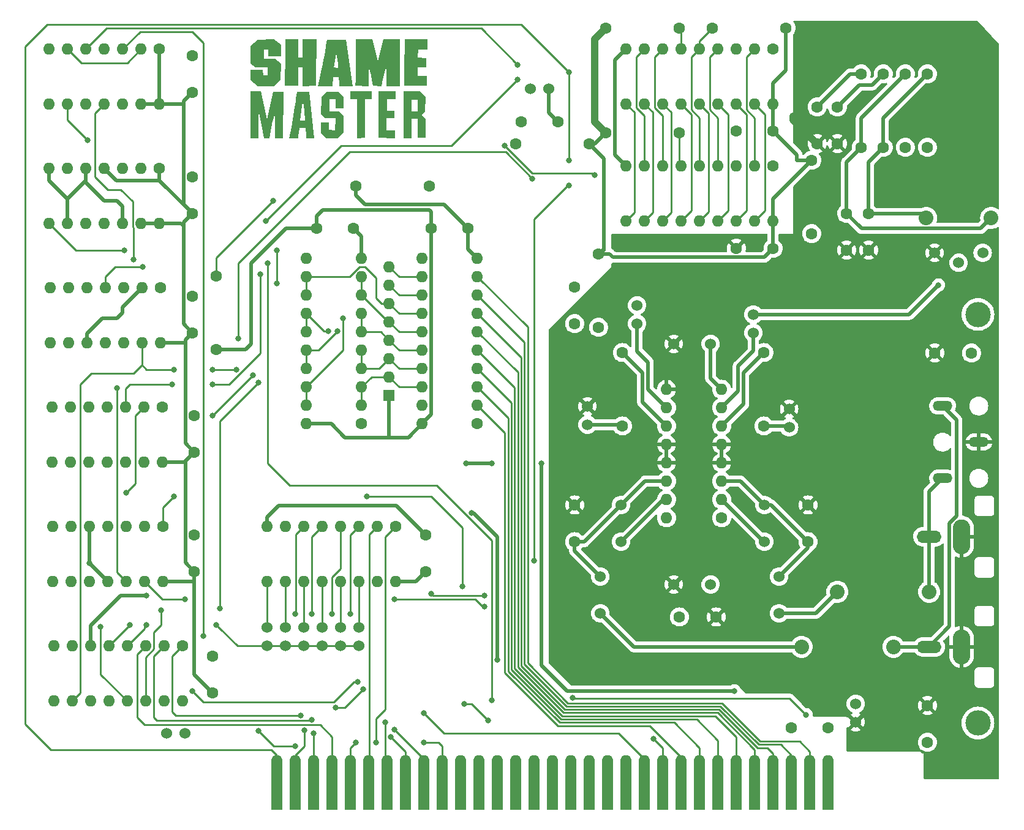
<source format=gbr>
%TF.GenerationSoftware,KiCad,Pcbnew,(6.0.11)*%
%TF.CreationDate,2023-02-08T11:52:55-07:00*%
%TF.ProjectId,gameblaster,67616d65-626c-4617-9374-65722e6b6963,1*%
%TF.SameCoordinates,Original*%
%TF.FileFunction,Copper,L1,Top*%
%TF.FilePolarity,Positive*%
%FSLAX46Y46*%
G04 Gerber Fmt 4.6, Leading zero omitted, Abs format (unit mm)*
G04 Created by KiCad (PCBNEW (6.0.11)) date 2023-02-08 11:52:55*
%MOMM*%
%LPD*%
G01*
G04 APERTURE LIST*
G04 Aperture macros list*
%AMFreePoly0*
4,1,18,0.134939,4.178957,0.303847,4.127800,0.456456,4.039157,0.584580,3.917785,0.681346,3.770192,0.741562,3.604298,0.762000,3.429000,0.762000,-3.429000,-0.762000,-3.429000,-0.762000,3.429000,-0.756157,3.523184,-0.714209,3.694612,-0.633949,3.851791,-0.519683,3.986292,-0.377540,4.090897,-0.215144,4.159997,-0.041208,4.189885,0.134939,4.178957,0.134939,4.178957,$1*%
G04 Aperture macros list end*
%TA.AperFunction,NonConductor*%
%ADD10C,0.000000*%
%TD*%
%TA.AperFunction,ConnectorPad*%
%ADD11FreePoly0,0.000000*%
%TD*%
%TA.AperFunction,ComponentPad*%
%ADD12C,3.500000*%
%TD*%
%TA.AperFunction,ComponentPad*%
%ADD13C,1.600200*%
%TD*%
%TA.AperFunction,ComponentPad*%
%ADD14O,2.400000X4.800000*%
%TD*%
%TA.AperFunction,ComponentPad*%
%ADD15O,3.400000X1.700000*%
%TD*%
%TA.AperFunction,ComponentPad*%
%ADD16C,1.524000*%
%TD*%
%TA.AperFunction,ComponentPad*%
%ADD17C,2.032000*%
%TD*%
%TA.AperFunction,ComponentPad*%
%ADD18C,1.600000*%
%TD*%
%TA.AperFunction,ComponentPad*%
%ADD19O,1.600000X1.600000*%
%TD*%
%TA.AperFunction,ComponentPad*%
%ADD20O,2.700000X1.350000*%
%TD*%
%TA.AperFunction,ComponentPad*%
%ADD21R,1.600000X1.600000*%
%TD*%
%TA.AperFunction,ViaPad*%
%ADD22C,0.800000*%
%TD*%
%TA.AperFunction,Conductor*%
%ADD23C,0.250000*%
%TD*%
%TA.AperFunction,Conductor*%
%ADD24C,0.500000*%
%TD*%
%TA.AperFunction,Conductor*%
%ADD25C,1.000000*%
%TD*%
G04 APERTURE END LIST*
D10*
G36*
X103522782Y-34344607D02*
G01*
X103667167Y-33517658D01*
X103804368Y-32675767D01*
X103934386Y-31818935D01*
X104164254Y-31829420D01*
X104422857Y-31837895D01*
X105026264Y-31848813D01*
X105744605Y-31851687D01*
X106577877Y-31846519D01*
X107462867Y-38301208D01*
X105635409Y-38255234D01*
X105629368Y-38144609D01*
X105622675Y-38005826D01*
X105607057Y-37643787D01*
X105591068Y-37277144D01*
X105577949Y-37013950D01*
X105376813Y-37010498D01*
X105175680Y-37009348D01*
X104974547Y-37010498D01*
X104773411Y-37013950D01*
X104669967Y-38282819D01*
X102693102Y-38255234D01*
X102873407Y-37502991D01*
X103046527Y-36735807D01*
X103212463Y-35953682D01*
X103263166Y-35699108D01*
X104899837Y-35699108D01*
X105091634Y-35707151D01*
X105253258Y-35712898D01*
X105384714Y-35716347D01*
X105486001Y-35717498D01*
X105442184Y-35169835D01*
X105391182Y-34639412D01*
X105332997Y-34126231D01*
X105267628Y-33630295D01*
X105256133Y-33630295D01*
X105202796Y-33873809D01*
X105151974Y-34121633D01*
X105103665Y-34373768D01*
X105057872Y-34630213D01*
X105014592Y-34890970D01*
X104973826Y-35156038D01*
X104935575Y-35425417D01*
X104899837Y-35699108D01*
X103263166Y-35699108D01*
X103371214Y-35156615D01*
X103522782Y-34344607D01*
G37*
G36*
X116779420Y-38947133D02*
G01*
X117551772Y-39793052D01*
X117533383Y-41797502D01*
X117055263Y-42294009D01*
X117588551Y-42790537D01*
X117606949Y-45411027D01*
X116485187Y-45429416D01*
X116466798Y-42799722D01*
X115620880Y-42790537D01*
X115620880Y-45484585D01*
X114508323Y-45466196D01*
X114497841Y-41760723D01*
X115620880Y-41760723D01*
X116457605Y-41760723D01*
X116457605Y-40124054D01*
X115630075Y-40124054D01*
X115620880Y-41760723D01*
X114497841Y-41760723D01*
X114489934Y-38965533D01*
X116779420Y-38947133D01*
G37*
G36*
X99286465Y-42441126D02*
G01*
X99409444Y-41653833D01*
X99530121Y-40836653D01*
X99589886Y-40411686D01*
X99649653Y-39968901D01*
X99769185Y-39029886D01*
X100019738Y-39045976D01*
X100132950Y-39052299D01*
X100238119Y-39057470D01*
X100338110Y-39061493D01*
X100435804Y-39064370D01*
X100531200Y-39066098D01*
X100624299Y-39066675D01*
X100716821Y-39066387D01*
X100810489Y-39065523D01*
X100905306Y-39064082D01*
X101001275Y-39062063D01*
X101101847Y-39060055D01*
X101210460Y-39058620D01*
X101327117Y-39057758D01*
X101451818Y-39057470D01*
X102205780Y-45512159D01*
X101084027Y-45475390D01*
X101057598Y-45105302D01*
X101033461Y-44749014D01*
X101009321Y-44404208D01*
X100982895Y-44068600D01*
X100758774Y-44065148D01*
X100536951Y-44063998D01*
X100317426Y-44065148D01*
X100100197Y-44068600D01*
X100026639Y-44762791D01*
X99987560Y-45122543D01*
X99943886Y-45493780D01*
X98730186Y-45466196D01*
X98881894Y-44696137D01*
X99024419Y-43949068D01*
X99092512Y-43578977D01*
X99158886Y-43204290D01*
X99182394Y-43066380D01*
X100182950Y-43066380D01*
X100286679Y-43066667D01*
X100386382Y-43067526D01*
X100482059Y-43068961D01*
X100573713Y-43070972D01*
X100663080Y-43072980D01*
X100751869Y-43074416D01*
X100840081Y-43075278D01*
X100927717Y-43075565D01*
X100785192Y-41682563D01*
X100715091Y-41037783D01*
X100642688Y-40418287D01*
X100587510Y-40418287D01*
X100385235Y-41705554D01*
X100284085Y-42372168D01*
X100182950Y-43066380D01*
X99182394Y-43066380D01*
X99223538Y-42825007D01*
X99286465Y-42441126D01*
G37*
G36*
X95613169Y-42891670D02*
G01*
X95649948Y-42891670D01*
X96477478Y-39020691D01*
X97902657Y-39020691D01*
X97856683Y-45475390D01*
X96716532Y-45475390D01*
X96762505Y-41852661D01*
X96734921Y-41852661D01*
X96634936Y-42265278D01*
X96537245Y-42684791D01*
X96441850Y-43111198D01*
X96348751Y-43544498D01*
X96157959Y-44461669D01*
X95953375Y-45466196D01*
X95190209Y-45457001D01*
X94859208Y-43613454D01*
X94702892Y-42768692D01*
X94624734Y-42364412D01*
X94546576Y-41972202D01*
X94519001Y-41981397D01*
X94510092Y-42136559D01*
X94501757Y-42307809D01*
X94493998Y-42495149D01*
X94486815Y-42698579D01*
X94474176Y-43135331D01*
X94463823Y-43599667D01*
X94456933Y-44080094D01*
X94454638Y-44565108D01*
X94454638Y-45466196D01*
X93332876Y-45457001D01*
X93344372Y-44530634D01*
X93360470Y-43664030D01*
X93376560Y-42842245D01*
X93388055Y-42050354D01*
X93394944Y-41280296D01*
X93397239Y-40524031D01*
X93396090Y-40146761D01*
X93392643Y-39764317D01*
X93386897Y-39376703D01*
X93378850Y-38983922D01*
X94831624Y-38974718D01*
X95613169Y-42891670D01*
G37*
G36*
X97601520Y-32563711D02*
G01*
X97567043Y-34108413D01*
X95820046Y-34108413D01*
X95820046Y-33216520D01*
X95187918Y-33216520D01*
X95187918Y-34448619D01*
X96762505Y-34457824D01*
X97555557Y-35129032D01*
X97544061Y-37400130D01*
X96578620Y-38264429D01*
X94337407Y-38292013D01*
X93360470Y-37436909D01*
X93337468Y-36039305D01*
X95095971Y-36039305D01*
X95107467Y-36784081D01*
X95728109Y-36793266D01*
X95739605Y-35671524D01*
X94073050Y-35662319D01*
X93325982Y-35119838D01*
X93383452Y-32683233D01*
X94337407Y-31828130D01*
X96601602Y-31809730D01*
X97601520Y-32563711D01*
G37*
G36*
X106251459Y-39728688D02*
G01*
X106223884Y-41319374D01*
X105148096Y-41319374D01*
X105148096Y-40105664D01*
X104256204Y-40105664D01*
X104247008Y-41779112D01*
X105626224Y-41788297D01*
X106214679Y-42431941D01*
X106205484Y-44684650D01*
X105497497Y-45475390D01*
X103851634Y-45502974D01*
X103125256Y-44721419D01*
X103106867Y-43250265D01*
X104191840Y-43250265D01*
X104201044Y-44344443D01*
X105083732Y-44353629D01*
X105092928Y-42726174D01*
X103667747Y-42716970D01*
X103097672Y-42174487D01*
X103143646Y-39848221D01*
X103851634Y-39039081D01*
X105515887Y-39020691D01*
X106251459Y-39728688D01*
G37*
G36*
X117841412Y-31772951D02*
G01*
X117829916Y-33198130D01*
X116519665Y-33188946D01*
X116508171Y-34347477D01*
X117680499Y-34365866D01*
X117680499Y-35662319D01*
X116496674Y-35671524D01*
X116473691Y-36830055D01*
X117772445Y-36839239D01*
X117737958Y-38246050D01*
X114588775Y-38218455D01*
X114611762Y-37386911D01*
X114634748Y-36032412D01*
X114680721Y-31754571D01*
X117841412Y-31772951D01*
G37*
G36*
X113423340Y-38983922D02*
G01*
X113414156Y-40078090D01*
X112209640Y-40068895D01*
X112200446Y-41705554D01*
X113294613Y-41714749D01*
X113294613Y-42716970D01*
X112191250Y-42726174D01*
X112172861Y-44372027D01*
X113368182Y-44381212D01*
X113349792Y-45457001D01*
X111014330Y-45429416D01*
X111030418Y-44530631D01*
X111041904Y-43710004D01*
X111060303Y-42183682D01*
X111067199Y-41430861D01*
X111069499Y-40661953D01*
X111071798Y-39849370D01*
X111078693Y-38965533D01*
X113423340Y-38983922D01*
G37*
G36*
X102481196Y-33663623D02*
G01*
X102443128Y-35391081D01*
X102429479Y-36918556D01*
X102440251Y-38246050D01*
X100543847Y-38255234D01*
X100555333Y-35653134D01*
X99957673Y-35653134D01*
X99946177Y-38227650D01*
X98118729Y-38246050D01*
X98158960Y-33749819D01*
X98164703Y-31772951D01*
X99969179Y-31772951D01*
X99957673Y-34301503D01*
X100566829Y-34292308D01*
X100589821Y-31754571D01*
X102543685Y-31736182D01*
X102481196Y-33663623D01*
G37*
G36*
X110104048Y-40105664D02*
G01*
X109202970Y-40105664D01*
X109175386Y-45438611D01*
X108053634Y-45457001D01*
X108072023Y-43985848D01*
X108080062Y-43362904D01*
X108085800Y-42762943D01*
X108095005Y-41549243D01*
X108098452Y-40875730D01*
X108099597Y-40105664D01*
X107134157Y-40105664D01*
X107134157Y-39011497D01*
X110104048Y-39011497D01*
X110104048Y-40105664D01*
G37*
G36*
X110979852Y-34843994D02*
G01*
X110991338Y-34843994D01*
X111772893Y-31809730D01*
X114037089Y-31809730D01*
X113979618Y-38264429D01*
X112117692Y-38264429D01*
X112175162Y-35561176D01*
X112163666Y-35561176D01*
X112090036Y-35792338D01*
X112012815Y-36053670D01*
X111932002Y-36345173D01*
X111847598Y-36666846D01*
X111759602Y-37018689D01*
X111668015Y-37400702D01*
X111572837Y-37812884D01*
X111474068Y-38255234D01*
X110313236Y-38246050D01*
X110159504Y-37440931D01*
X110020146Y-36754197D01*
X109895159Y-36185848D01*
X109784542Y-35735887D01*
X109773045Y-35735887D01*
X109743952Y-36046779D01*
X109719887Y-36358822D01*
X109700850Y-36672015D01*
X109686841Y-36986359D01*
X109677860Y-37301854D01*
X109673908Y-37618498D01*
X109674984Y-37936292D01*
X109681088Y-38255234D01*
X107865135Y-38246050D01*
X107884006Y-37471388D01*
X107917236Y-35901383D01*
X107944344Y-34396899D01*
X107948165Y-33992043D01*
X107945587Y-33818782D01*
X107942714Y-33761674D01*
X107939842Y-33647817D01*
X107934095Y-33249857D01*
X107928347Y-32624903D01*
X107922595Y-31772951D01*
X110232775Y-31763766D01*
X110979852Y-34843994D01*
G37*
D11*
%TO.P,BUS1,62,BA00*%
%TO.N,/ISA_A00*%
X97028000Y-135001000D03*
%TO.P,BUS1,61,BA01*%
%TO.N,/ISA_A01*%
X99568000Y-135001000D03*
%TO.P,BUS1,60,BA02*%
%TO.N,/ISA_A02*%
X102108000Y-135001000D03*
%TO.P,BUS1,59,BA03*%
%TO.N,/ISA_A03*%
X104648000Y-135001000D03*
%TO.P,BUS1,58,BA04*%
%TO.N,/ISA_A04*%
X107188000Y-135001000D03*
%TO.P,BUS1,57,BA05*%
%TO.N,/ISA_A05*%
X109728000Y-135001000D03*
%TO.P,BUS1,56,BA06*%
%TO.N,/ISA_A06*%
X112268000Y-135001000D03*
%TO.P,BUS1,55,BA07*%
%TO.N,/ISA_A07*%
X114808000Y-135001000D03*
%TO.P,BUS1,54,BA08*%
%TO.N,/ISA_A08*%
X117348000Y-135001000D03*
%TO.P,BUS1,53,BA09*%
%TO.N,/ISA_A09*%
X119888000Y-135001000D03*
%TO.P,BUS1,52,BA10*%
%TO.N,unconnected-(BUS1-Pad52)*%
X122428000Y-135001000D03*
%TO.P,BUS1,51,BA11*%
%TO.N,unconnected-(BUS1-Pad51)*%
X124968000Y-135001000D03*
%TO.P,BUS1,50,BA12*%
%TO.N,unconnected-(BUS1-Pad50)*%
X127508000Y-135001000D03*
%TO.P,BUS1,49,BA13*%
%TO.N,unconnected-(BUS1-Pad49)*%
X130048000Y-135001000D03*
%TO.P,BUS1,48,BA14*%
%TO.N,unconnected-(BUS1-Pad48)*%
X132588000Y-135001000D03*
%TO.P,BUS1,47,BA15*%
%TO.N,unconnected-(BUS1-Pad47)*%
X135128000Y-135001000D03*
%TO.P,BUS1,46,BA16*%
%TO.N,unconnected-(BUS1-Pad46)*%
X137668000Y-135001000D03*
%TO.P,BUS1,45,BA17*%
%TO.N,unconnected-(BUS1-Pad45)*%
X140208000Y-135001000D03*
%TO.P,BUS1,44,BA18*%
%TO.N,unconnected-(BUS1-Pad44)*%
X142748000Y-135001000D03*
%TO.P,BUS1,43,BA19*%
%TO.N,unconnected-(BUS1-Pad43)*%
X145288000Y-135001000D03*
%TO.P,BUS1,42,AEN*%
%TO.N,/ISA_AEN*%
X147828000Y-135001000D03*
%TO.P,BUS1,41,IO_READY*%
%TO.N,/ISA_IO_CH_RDY*%
X150368000Y-135001000D03*
%TO.P,BUS1,40,DB0*%
%TO.N,/D0*%
X152908000Y-135001000D03*
%TO.P,BUS1,39,DB1*%
%TO.N,/D1*%
X155448000Y-135001000D03*
%TO.P,BUS1,38,DB2*%
%TO.N,/D2*%
X157988000Y-135001000D03*
%TO.P,BUS1,37,DB3*%
%TO.N,/D3*%
X160528000Y-135001000D03*
%TO.P,BUS1,36,DB4*%
%TO.N,/D4*%
X163068000Y-135001000D03*
%TO.P,BUS1,35,DB5*%
%TO.N,/D5*%
X165608000Y-135001000D03*
%TO.P,BUS1,34,DB6*%
%TO.N,/D6*%
X168148000Y-135001000D03*
%TO.P,BUS1,33,DB7*%
%TO.N,/D7*%
X170688000Y-135001000D03*
%TO.P,BUS1,32,IO*%
%TO.N,unconnected-(BUS1-Pad32)*%
X173228000Y-135001000D03*
%TD*%
D12*
%TO.P,F1,1,1*%
%TO.N,/CHASSIS*%
X193929000Y-69850000D03*
X193929000Y-126365000D03*
%TD*%
D13*
%TO.P,R4,1*%
%TO.N,Net-(IC1-Pad11)*%
X144780000Y-75120500D03*
%TO.P,R4,2*%
%TO.N,Net-(C2-Pad1)*%
X144780000Y-85280500D03*
%TD*%
%TO.P,C15,1*%
%TO.N,/GND*%
X85344000Y-50800000D03*
%TO.P,C15,2*%
%TO.N,/VCC*%
X85344000Y-55880000D03*
%TD*%
%TO.P,C32,1*%
%TO.N,/GND*%
X85344000Y-34036000D03*
%TO.P,C32,2*%
%TO.N,/VCC*%
X85344000Y-39116000D03*
%TD*%
D14*
%TO.P,S2,1*%
%TO.N,/AGND*%
X191676000Y-100584000D03*
D15*
%TO.P,S2,2*%
%TO.N,Net-(L2-Pad1)*%
X187176000Y-100584000D03*
%TD*%
D13*
%TO.P,C13,1*%
%TO.N,/+12V*%
X152654000Y-111696500D03*
%TO.P,C13,2*%
%TO.N,/AGND*%
X157734000Y-111696500D03*
%TD*%
D16*
%TO.P,RP1,1,1*%
%TO.N,/AGND*%
X187938598Y-61329402D03*
D17*
%TO.P,RP1,2A,2A*%
%TO.N,Net-(C26-Pad1)*%
X195762000Y-56506000D03*
%TO.P,RP1,2B,2B*%
%TO.N,Net-(C25-Pad1)*%
X186762000Y-56506000D03*
D16*
%TO.P,RP1,3A,3A*%
%TO.N,/LEFT_IN*%
X191262000Y-62706000D03*
%TO.P,RP1,3B,3B*%
%TO.N,/RIGHT_IN*%
X194585402Y-61329402D03*
%TD*%
D13*
%TO.P,R1,1*%
%TO.N,Net-(C25-Pad1)*%
X186944000Y-36576000D03*
%TO.P,R1,2*%
%TO.N,/RIGHT_IN*%
X186944000Y-46736000D03*
%TD*%
%TO.P,C24,1*%
%TO.N,/RIGHT_RAW*%
X174498000Y-41148000D03*
%TO.P,C24,2*%
%TO.N,/AGND*%
X174498000Y-46228000D03*
%TD*%
D18*
%TO.P,IC5,1,A0*%
%TO.N,/ISA_A04*%
X113411000Y-99187000D03*
D19*
%TO.P,IC5,2,A1*%
%TO.N,/ISA_A05*%
X110871000Y-99187000D03*
%TO.P,IC5,3,A2*%
%TO.N,/ISA_A06*%
X108331000Y-99187000D03*
%TO.P,IC5,4,E1*%
%TO.N,/ISA_A08*%
X105791000Y-99187000D03*
%TO.P,IC5,5,E2*%
%TO.N,/ISA_A07*%
X103251000Y-99187000D03*
%TO.P,IC5,6,E3*%
%TO.N,/ISA_A09*%
X100711000Y-99187000D03*
%TO.P,IC5,7,O7*%
%TO.N,unconnected-(IC5-Pad7)*%
X98171000Y-99187000D03*
%TO.P,IC5,8,GND*%
%TO.N,/GND*%
X95631000Y-99187000D03*
%TO.P,IC5,9,O6*%
%TO.N,Net-(IC5-Pad9)*%
X95631000Y-106807000D03*
%TO.P,IC5,10,O5*%
%TO.N,Net-(IC5-Pad10)*%
X98171000Y-106807000D03*
%TO.P,IC5,11,O4*%
%TO.N,Net-(IC5-Pad11)*%
X100711000Y-106807000D03*
%TO.P,IC5,12,O3*%
%TO.N,Net-(IC5-Pad12)*%
X103251000Y-106807000D03*
%TO.P,IC5,13,O2*%
%TO.N,Net-(IC5-Pad13)*%
X105791000Y-106807000D03*
%TO.P,IC5,14,O1*%
%TO.N,Net-(IC5-Pad14)*%
X108331000Y-106807000D03*
%TO.P,IC5,15,O0*%
%TO.N,unconnected-(IC5-Pad15)*%
X110871000Y-106807000D03*
%TO.P,IC5,16,VCC*%
%TO.N,/VCC*%
X113411000Y-106807000D03*
%TD*%
D13*
%TO.P,C21,1*%
%TO.N,/GND*%
X85598000Y-83820000D03*
%TO.P,C21,2*%
%TO.N,/VCC*%
X85598000Y-88900000D03*
%TD*%
%TO.P,R7,1*%
%TO.N,/+5VD*%
X142494000Y-44704000D03*
%TO.P,R7,2*%
%TO.N,Net-(IC2-Pad6)*%
X152654000Y-44704000D03*
%TD*%
%TO.P,ZD1,1,K*%
%TO.N,/+5VD*%
X140208000Y-46228000D03*
%TO.P,ZD1,2,A*%
%TO.N,/AGND*%
X130048000Y-46228000D03*
%TD*%
D18*
%TO.P,IC3,1,~{WR}*%
%TO.N,/2x2_2x3*%
X165608000Y-33147000D03*
D19*
%TO.P,IC3,2,~{CS}*%
%TO.N,/IOW*%
X163068000Y-33147000D03*
%TO.P,IC3,3,A0*%
%TO.N,/ISA_A00*%
X160528000Y-33147000D03*
%TO.P,IC3,4,OUTR*%
%TO.N,/RIGHT_RAW*%
X157988000Y-33147000D03*
%TO.P,IC3,5,OUTL*%
%TO.N,/LEFT_RAW*%
X155448000Y-33147000D03*
%TO.P,IC3,6,IREF*%
%TO.N,Net-(IC3-Pad6)*%
X152908000Y-33147000D03*
%TO.P,IC3,7,~{DTACK}*%
%TO.N,/~{DTACK}*%
X150368000Y-33147000D03*
%TO.P,IC3,8,CLK*%
%TO.N,/SAA_CLK*%
X147828000Y-33147000D03*
%TO.P,IC3,9,VSS*%
%TO.N,/AGND*%
X145288000Y-33147000D03*
%TO.P,IC3,10,D0*%
%TO.N,/DB0*%
X145288000Y-40767000D03*
%TO.P,IC3,11,D1*%
%TO.N,/DB1*%
X147828000Y-40767000D03*
%TO.P,IC3,12,D2*%
%TO.N,/DB2*%
X150368000Y-40767000D03*
%TO.P,IC3,13,D3*%
%TO.N,/DB3*%
X152908000Y-40767000D03*
%TO.P,IC3,14,D4*%
%TO.N,/DB4*%
X155448000Y-40767000D03*
%TO.P,IC3,15,D5*%
%TO.N,/DB5*%
X157988000Y-40767000D03*
%TO.P,IC3,16,D6*%
%TO.N,/DB6*%
X160528000Y-40767000D03*
%TO.P,IC3,17,D7*%
%TO.N,/DB7*%
X163068000Y-40767000D03*
%TO.P,IC3,18,VDD*%
%TO.N,/+5VD*%
X165608000Y-40767000D03*
%TD*%
D16*
%TO.P,C9,1*%
%TO.N,Net-(C6-Pad1)*%
X166433500Y-106108500D03*
%TO.P,C9,2*%
%TO.N,Net-(C9-Pad2)*%
X166433500Y-111188500D03*
%TD*%
D13*
%TO.P,R10,1*%
%TO.N,/+5VD*%
X170942000Y-48514000D03*
%TO.P,R10,2*%
%TO.N,/RIGHT_RAW*%
X170942000Y-58674000D03*
%TD*%
%TO.P,C23,1*%
%TO.N,/LEFT_RAW*%
X171704000Y-41148000D03*
%TO.P,C23,2*%
%TO.N,/AGND*%
X171704000Y-46228000D03*
%TD*%
%TO.P,R6,1*%
%TO.N,/DB7*%
X118110000Y-52070000D03*
%TO.P,R6,2*%
%TO.N,/GND*%
X107950000Y-52070000D03*
%TD*%
%TO.P,C33,1*%
%TO.N,/+5VD*%
X135890000Y-43180000D03*
%TO.P,C33,2*%
%TO.N,/AGND*%
X130810000Y-43180000D03*
%TD*%
%TO.P,C8,1*%
%TO.N,Net-(C6-Pad1)*%
X170434000Y-101282500D03*
%TO.P,C8,2*%
%TO.N,/AGND*%
X170434000Y-96202500D03*
%TD*%
D20*
%TO.P,S3,1*%
%TO.N,/AGND*%
X194040000Y-87503000D03*
%TO.P,S3,2*%
%TO.N,Net-(L1-Pad1)*%
X189040000Y-82503000D03*
%TO.P,S3,3*%
%TO.N,Net-(L2-Pad1)*%
X189040000Y-92503000D03*
%TD*%
D18*
%TO.P,IC1,1,BRIDGE*%
%TO.N,unconnected-(IC1-Pad1)*%
X158496000Y-97980500D03*
D19*
%TO.P,IC1,2,OUT2*%
%TO.N,Net-(C6-Pad2)*%
X158496000Y-95440500D03*
%TO.P,IC1,3,BOOT2*%
%TO.N,Net-(C6-Pad1)*%
X158496000Y-92900500D03*
%TO.P,IC1,4,GND*%
%TO.N,/AGND*%
X158496000Y-90360500D03*
%TO.P,IC1,5,GND*%
X158496000Y-87820500D03*
%TO.P,IC1,6,FEEDBACK2*%
%TO.N,Net-(IC1-Pad6)*%
X158496000Y-85280500D03*
%TO.P,IC1,7,IN2+*%
%TO.N,Net-(C11-Pad2)*%
X158496000Y-82740500D03*
%TO.P,IC1,8,SVR*%
%TO.N,Net-(C12-Pad1)*%
X158496000Y-80200500D03*
%TO.P,IC1,9,GND*%
%TO.N,/AGND*%
X150876000Y-80200500D03*
%TO.P,IC1,10,IN1+*%
%TO.N,Net-(C1-Pad2)*%
X150876000Y-82740500D03*
%TO.P,IC1,11,FEEDBACK1*%
%TO.N,Net-(IC1-Pad11)*%
X150876000Y-85280500D03*
%TO.P,IC1,12,GND*%
%TO.N,/AGND*%
X150876000Y-87820500D03*
%TO.P,IC1,13,GND*%
X150876000Y-90360500D03*
%TO.P,IC1,14,BOOT1*%
%TO.N,Net-(C3-Pad1)*%
X150876000Y-92900500D03*
%TO.P,IC1,15,OUT1*%
%TO.N,Net-(C3-Pad2)*%
X150876000Y-95440500D03*
%TO.P,IC1,16,+VS*%
%TO.N,/+12V*%
X150876000Y-97980500D03*
%TD*%
D13*
%TO.P,C28,1*%
%TO.N,/VCC*%
X118364000Y-57912000D03*
%TO.P,C28,2*%
%TO.N,/GND*%
X123444000Y-57912000D03*
%TD*%
%TO.P,C22,1*%
%TO.N,/AGND*%
X187960000Y-75184000D03*
%TO.P,C22,2*%
%TO.N,/CHASSIS*%
X193040000Y-75184000D03*
%TD*%
D16*
%TO.P,C29,1*%
%TO.N,/VCC*%
X177038000Y-123698000D03*
%TO.P,C29,2*%
%TO.N,/AGND*%
X177038000Y-126238000D03*
%TD*%
%TO.P,C7,1*%
%TO.N,/+12V*%
X156972000Y-107188000D03*
%TO.P,C7,2*%
%TO.N,/AGND*%
X151892000Y-107188000D03*
%TD*%
D13*
%TO.P,C37,1*%
%TO.N,/GND*%
X173228000Y-127000000D03*
%TO.P,C37,2*%
%TO.N,/VCC*%
X168148000Y-127000000D03*
%TD*%
D18*
%TO.P,IC12,1*%
%TO.N,/IOW*%
X81280000Y-99187000D03*
D19*
%TO.P,IC12,2*%
%TO.N,Net-(IC12-Pad2)*%
X78740000Y-99187000D03*
%TO.P,IC12,3*%
%TO.N,/GND*%
X76200000Y-99187000D03*
%TO.P,IC12,4*%
%TO.N,unconnected-(IC12-Pad4)*%
X73660000Y-99187000D03*
%TO.P,IC12,5*%
%TO.N,/GND*%
X71120000Y-99187000D03*
%TO.P,IC12,6*%
%TO.N,unconnected-(IC12-Pad6)*%
X68580000Y-99187000D03*
%TO.P,IC12,7,GND*%
%TO.N,/GND*%
X66040000Y-99187000D03*
%TO.P,IC12,8*%
%TO.N,unconnected-(IC12-Pad8)*%
X66040000Y-106807000D03*
%TO.P,IC12,9*%
%TO.N,/GND*%
X68580000Y-106807000D03*
%TO.P,IC12,10*%
%TO.N,unconnected-(IC12-Pad10)*%
X71120000Y-106807000D03*
%TO.P,IC12,11*%
%TO.N,/GND*%
X73660000Y-106807000D03*
%TO.P,IC12,12*%
%TO.N,/~{RESET}*%
X76200000Y-106807000D03*
%TO.P,IC12,13*%
%TO.N,/ISA_RST*%
X78740000Y-106807000D03*
%TO.P,IC12,14,VCC*%
%TO.N,/VCC*%
X81280000Y-106807000D03*
%TD*%
D18*
%TO.P,IC11,1*%
%TO.N,/GND*%
X80899000Y-66167000D03*
D19*
%TO.P,IC11,2*%
X78359000Y-66167000D03*
%TO.P,IC11,3*%
%TO.N,unconnected-(IC11-Pad3)*%
X75819000Y-66167000D03*
%TO.P,IC11,4*%
%TO.N,/~{DTACK}*%
X73279000Y-66167000D03*
%TO.P,IC11,5*%
%TO.N,/~{RESET}*%
X70739000Y-66167000D03*
%TO.P,IC11,6*%
%TO.N,Net-(IC11-Pad6)*%
X68199000Y-66167000D03*
%TO.P,IC11,7,GND*%
%TO.N,/GND*%
X65659000Y-66167000D03*
%TO.P,IC11,8*%
%TO.N,unconnected-(IC11-Pad8)*%
X65659000Y-73787000D03*
%TO.P,IC11,9*%
%TO.N,/GND*%
X68199000Y-73787000D03*
%TO.P,IC11,10*%
X70739000Y-73787000D03*
%TO.P,IC11,11*%
%TO.N,Net-(IC11-Pad11)*%
X73279000Y-73787000D03*
%TO.P,IC11,12*%
%TO.N,/2x6_2x7*%
X75819000Y-73787000D03*
%TO.P,IC11,13*%
%TO.N,/2xA_2xB*%
X78359000Y-73787000D03*
%TO.P,IC11,14,VCC*%
%TO.N,/VCC*%
X80899000Y-73787000D03*
%TD*%
D13*
%TO.P,R11,1*%
%TO.N,/LEFT_RAW*%
X177800000Y-36576000D03*
%TO.P,R11,2*%
%TO.N,Net-(C26-Pad1)*%
X177800000Y-46736000D03*
%TD*%
%TO.P,C27,1*%
%TO.N,/GND*%
X88138000Y-117094000D03*
%TO.P,C27,2*%
%TO.N,/VCC*%
X88138000Y-122174000D03*
%TD*%
D21*
%TO.P,RN1,1,common*%
%TO.N,/VCC*%
X112522000Y-81026000D03*
D19*
%TO.P,RN1,2,R1*%
%TO.N,/DB0*%
X112522000Y-78486000D03*
%TO.P,RN1,3,R2*%
%TO.N,/DB1*%
X112522000Y-75946000D03*
%TO.P,RN1,4,R3*%
%TO.N,/DB2*%
X112522000Y-73406000D03*
%TO.P,RN1,5,R4*%
%TO.N,/DB3*%
X112522000Y-70866000D03*
%TO.P,RN1,6,R5*%
%TO.N,/DB4*%
X112522000Y-68326000D03*
%TO.P,RN1,7,R6*%
%TO.N,/DB5*%
X112522000Y-65786000D03*
%TO.P,RN1,8,R7*%
%TO.N,/DB6*%
X112522000Y-63246000D03*
%TD*%
D18*
%TO.P,IC10,1,A0*%
%TO.N,/ISA_A01*%
X83947000Y-115697000D03*
D19*
%TO.P,IC10,2,A1*%
%TO.N,/ISA_A02*%
X81407000Y-115697000D03*
%TO.P,IC10,3,A2*%
%TO.N,/ISA_A03*%
X78867000Y-115697000D03*
%TO.P,IC10,4,E1*%
%TO.N,/ADDR_RANGE*%
X76327000Y-115697000D03*
%TO.P,IC10,5,E2*%
%TO.N,/ISA_AEN*%
X73787000Y-115697000D03*
%TO.P,IC10,6,E3*%
%TO.N,/VCC*%
X71247000Y-115697000D03*
%TO.P,IC10,7,O7*%
%TO.N,unconnected-(IC10-Pad7)*%
X68707000Y-115697000D03*
%TO.P,IC10,8,GND*%
%TO.N,/GND*%
X66167000Y-115697000D03*
%TO.P,IC10,9,O6*%
%TO.N,unconnected-(IC10-Pad9)*%
X66167000Y-123317000D03*
%TO.P,IC10,10,O5*%
%TO.N,/2xA_2xB*%
X68707000Y-123317000D03*
%TO.P,IC10,11,O4*%
%TO.N,unconnected-(IC10-Pad11)*%
X71247000Y-123317000D03*
%TO.P,IC10,12,O3*%
%TO.N,unconnected-(IC10-Pad12)*%
X73787000Y-123317000D03*
%TO.P,IC10,13,O2*%
%TO.N,/2x6_2x7*%
X76327000Y-123317000D03*
%TO.P,IC10,14,O1*%
%TO.N,/2x2_2x3*%
X78867000Y-123317000D03*
%TO.P,IC10,15,O0*%
%TO.N,/2x0_2x1*%
X81407000Y-123317000D03*
%TO.P,IC10,16,VCC*%
%TO.N,/VCC*%
X83947000Y-123317000D03*
%TD*%
D13*
%TO.P,R2,1*%
%TO.N,Net-(C26-Pad1)*%
X183896000Y-36576000D03*
%TO.P,R2,2*%
%TO.N,/LEFT_IN*%
X183896000Y-46736000D03*
%TD*%
D16*
%TO.P,C1,1*%
%TO.N,/RIGHT_IN*%
X146812000Y-68580000D03*
%TO.P,C1,2*%
%TO.N,Net-(C1-Pad2)*%
X146812000Y-71120000D03*
%TD*%
D18*
%TO.P,IC8,1*%
%TO.N,/IOW*%
X81153000Y-82677000D03*
D19*
%TO.P,IC8,2*%
%TO.N,/2x6_2x7*%
X78613000Y-82677000D03*
%TO.P,IC8,3*%
%TO.N,/REG_CLOCK*%
X76073000Y-82677000D03*
%TO.P,IC8,4*%
%TO.N,/GND*%
X73533000Y-82677000D03*
%TO.P,IC8,5*%
X70993000Y-82677000D03*
%TO.P,IC8,6*%
%TO.N,unconnected-(IC8-Pad6)*%
X68453000Y-82677000D03*
%TO.P,IC8,7,GND*%
%TO.N,/GND*%
X65913000Y-82677000D03*
%TO.P,IC8,8*%
%TO.N,unconnected-(IC8-Pad8)*%
X65913000Y-90297000D03*
%TO.P,IC8,9*%
%TO.N,/GND*%
X68453000Y-90297000D03*
%TO.P,IC8,10*%
X70993000Y-90297000D03*
%TO.P,IC8,11*%
%TO.N,unconnected-(IC8-Pad11)*%
X73533000Y-90297000D03*
%TO.P,IC8,12*%
%TO.N,/GND*%
X76073000Y-90297000D03*
%TO.P,IC8,13*%
X78613000Y-90297000D03*
%TO.P,IC8,14,VCC*%
%TO.N,/VCC*%
X81153000Y-90297000D03*
%TD*%
D18*
%TO.P,IC2,1,~{WR}*%
%TO.N,/2x0_2x1*%
X165608000Y-49276000D03*
D19*
%TO.P,IC2,2,~{CS}*%
%TO.N,/IOW*%
X163068000Y-49276000D03*
%TO.P,IC2,3,A0*%
%TO.N,/ISA_A00*%
X160528000Y-49276000D03*
%TO.P,IC2,4,OUTR*%
%TO.N,/RIGHT_RAW*%
X157988000Y-49276000D03*
%TO.P,IC2,5,OUTL*%
%TO.N,/LEFT_RAW*%
X155448000Y-49276000D03*
%TO.P,IC2,6,IREF*%
%TO.N,Net-(IC2-Pad6)*%
X152908000Y-49276000D03*
%TO.P,IC2,7,~{DTACK}*%
%TO.N,/~{DTACK}*%
X150368000Y-49276000D03*
%TO.P,IC2,8,CLK*%
%TO.N,/SAA_CLK*%
X147828000Y-49276000D03*
%TO.P,IC2,9,VSS*%
%TO.N,/AGND*%
X145288000Y-49276000D03*
%TO.P,IC2,10,D0*%
%TO.N,/DB0*%
X145288000Y-56896000D03*
%TO.P,IC2,11,D1*%
%TO.N,/DB1*%
X147828000Y-56896000D03*
%TO.P,IC2,12,D2*%
%TO.N,/DB2*%
X150368000Y-56896000D03*
%TO.P,IC2,13,D3*%
%TO.N,/DB3*%
X152908000Y-56896000D03*
%TO.P,IC2,14,D4*%
%TO.N,/DB4*%
X155448000Y-56896000D03*
%TO.P,IC2,15,D5*%
%TO.N,/DB5*%
X157988000Y-56896000D03*
%TO.P,IC2,16,D6*%
%TO.N,/DB6*%
X160528000Y-56896000D03*
%TO.P,IC2,17,D7*%
%TO.N,/DB7*%
X163068000Y-56896000D03*
%TO.P,IC2,18,VDD*%
%TO.N,/+5VD*%
X165608000Y-56896000D03*
%TD*%
D13*
%TO.P,C26,1*%
%TO.N,Net-(C26-Pad1)*%
X175768000Y-55880000D03*
%TO.P,C26,2*%
%TO.N,/AGND*%
X175768000Y-60960000D03*
%TD*%
D16*
%TO.P,C3,1*%
%TO.N,Net-(C3-Pad1)*%
X144589500Y-96202500D03*
%TO.P,C3,2*%
%TO.N,Net-(C3-Pad2)*%
X144589500Y-101282500D03*
%TD*%
D13*
%TO.P,C25,1*%
%TO.N,Net-(C25-Pad1)*%
X178816000Y-55880000D03*
%TO.P,C25,2*%
%TO.N,/AGND*%
X178816000Y-60960000D03*
%TD*%
%TO.P,R3,1*%
%TO.N,Net-(IC1-Pad6)*%
X164338000Y-75120500D03*
%TO.P,R3,2*%
%TO.N,Net-(C10-Pad1)*%
X164338000Y-85280500D03*
%TD*%
D16*
%TO.P,C11,1*%
%TO.N,/LEFT_IN*%
X162877500Y-69850000D03*
%TO.P,C11,2*%
%TO.N,Net-(C11-Pad2)*%
X162877500Y-72390000D03*
%TD*%
D13*
%TO.P,C16,1*%
%TO.N,/GND*%
X85344000Y-67310000D03*
%TO.P,C16,2*%
%TO.N,/VCC*%
X85344000Y-72390000D03*
%TD*%
%TO.P,R5,1*%
%TO.N,/+5VD*%
X142494000Y-30226000D03*
%TO.P,R5,2*%
%TO.N,Net-(IC3-Pad6)*%
X152654000Y-30226000D03*
%TD*%
%TO.P,C19,1*%
%TO.N,/+5VD*%
X165608000Y-60706000D03*
%TO.P,C19,2*%
%TO.N,/AGND*%
X160528000Y-60706000D03*
%TD*%
%TO.P,C38,1*%
%TO.N,/AGND*%
X186944000Y-123952000D03*
%TO.P,C38,2*%
%TO.N,/CHASSIS*%
X186944000Y-129032000D03*
%TD*%
%TO.P,C18,1*%
%TO.N,/AGND*%
X160528000Y-44450000D03*
%TO.P,C18,2*%
%TO.N,/+5VD*%
X165608000Y-44450000D03*
%TD*%
D16*
%TO.P,C10,1*%
%TO.N,Net-(C10-Pad1)*%
X167830500Y-85471000D03*
%TO.P,C10,2*%
%TO.N,/AGND*%
X167830500Y-82931000D03*
%TD*%
D18*
%TO.P,IC9,1*%
%TO.N,/VCC*%
X80772000Y-49657000D03*
D19*
%TO.P,IC9,2*%
%TO.N,/GND*%
X78232000Y-49657000D03*
%TO.P,IC9,3*%
%TO.N,unconnected-(IC9-Pad3)*%
X75692000Y-49657000D03*
%TO.P,IC9,4*%
%TO.N,/VCC*%
X73152000Y-49657000D03*
%TO.P,IC9,5*%
%TO.N,/GND*%
X70612000Y-49657000D03*
%TO.P,IC9,6*%
%TO.N,unconnected-(IC9-Pad6)*%
X68072000Y-49657000D03*
%TO.P,IC9,7,GND*%
%TO.N,/GND*%
X65532000Y-49657000D03*
%TO.P,IC9,8*%
%TO.N,/ISA_IO_CH_RDY*%
X65532000Y-57277000D03*
%TO.P,IC9,9*%
%TO.N,/GND*%
X68072000Y-57277000D03*
%TO.P,IC9,10*%
%TO.N,Net-(IC6-Pad9)*%
X70612000Y-57277000D03*
%TO.P,IC9,11*%
%TO.N,unconnected-(IC9-Pad11)*%
X73152000Y-57277000D03*
%TO.P,IC9,12*%
%TO.N,/GND*%
X75692000Y-57277000D03*
%TO.P,IC9,13*%
%TO.N,/VCC*%
X78232000Y-57277000D03*
%TO.P,IC9,14,VCC*%
X80772000Y-57277000D03*
%TD*%
D14*
%TO.P,S1,1*%
%TO.N,/AGND*%
X191676000Y-115824000D03*
D15*
%TO.P,S1,2*%
%TO.N,Net-(L1-Pad1)*%
X187176000Y-115824000D03*
%TD*%
D13*
%TO.P,R19,1*%
%TO.N,/VCC*%
X88646000Y-74676000D03*
%TO.P,R19,2*%
%TO.N,/~{DTACK}*%
X88646000Y-64516000D03*
%TD*%
%TO.P,C31,1*%
%TO.N,/+12V*%
X138176000Y-71120000D03*
%TO.P,C31,2*%
%TO.N,/AGND*%
X138176000Y-66040000D03*
%TD*%
D16*
%TO.P,C6,1*%
%TO.N,Net-(C6-Pad1)*%
X164401500Y-96202500D03*
%TO.P,C6,2*%
%TO.N,Net-(C6-Pad2)*%
X164401500Y-101282500D03*
%TD*%
D13*
%TO.P,C20,1*%
%TO.N,/GND*%
X107569000Y-57912000D03*
%TO.P,C20,2*%
%TO.N,/VCC*%
X102489000Y-57912000D03*
%TD*%
D18*
%TO.P,IC6,1,~{R}*%
%TO.N,/VCC*%
X80772000Y-33147000D03*
D19*
%TO.P,IC6,2,D*%
%TO.N,Net-(IC6-Pad2)*%
X78232000Y-33147000D03*
%TO.P,IC6,3,C*%
%TO.N,/ISA_CLK*%
X75692000Y-33147000D03*
%TO.P,IC6,4,~{S}*%
%TO.N,/VCC*%
X73152000Y-33147000D03*
%TO.P,IC6,5,Q*%
%TO.N,/SAA_CLK*%
X70612000Y-33147000D03*
%TO.P,IC6,6,~{Q}*%
%TO.N,Net-(IC6-Pad2)*%
X68072000Y-33147000D03*
%TO.P,IC6,7,GND*%
%TO.N,/GND*%
X65532000Y-33147000D03*
%TO.P,IC6,8,~{Q}*%
%TO.N,unconnected-(IC6-Pad8)*%
X65532000Y-40767000D03*
%TO.P,IC6,9,Q*%
%TO.N,Net-(IC6-Pad9)*%
X68072000Y-40767000D03*
%TO.P,IC6,10,~{S}*%
%TO.N,Net-(IC11-Pad6)*%
X70612000Y-40767000D03*
%TO.P,IC6,11,C*%
%TO.N,Net-(IC12-Pad2)*%
X73152000Y-40767000D03*
%TO.P,IC6,12,D*%
%TO.N,Net-(IC11-Pad11)*%
X75692000Y-40767000D03*
%TO.P,IC6,13,~{R}*%
%TO.N,/VCC*%
X78232000Y-40767000D03*
%TO.P,IC6,14,VCC*%
X80772000Y-40767000D03*
%TD*%
D13*
%TO.P,R12,1*%
%TO.N,/RIGHT_RAW*%
X180848000Y-36576000D03*
%TO.P,R12,2*%
%TO.N,Net-(C25-Pad1)*%
X180848000Y-46736000D03*
%TD*%
%TO.P,C17,1*%
%TO.N,/GND*%
X85598000Y-100330000D03*
%TO.P,C17,2*%
%TO.N,/VCC*%
X85598000Y-105410000D03*
%TD*%
D18*
%TO.P,IC7,1,A->B*%
%TO.N,/IOR*%
X124714000Y-84963000D03*
D19*
%TO.P,IC7,2,A0*%
%TO.N,/D0*%
X124714000Y-82423000D03*
%TO.P,IC7,3,A1*%
%TO.N,/D1*%
X124714000Y-79883000D03*
%TO.P,IC7,4,A2*%
%TO.N,/D2*%
X124714000Y-77343000D03*
%TO.P,IC7,5,A3*%
%TO.N,/D3*%
X124714000Y-74803000D03*
%TO.P,IC7,6,A4*%
%TO.N,/D4*%
X124714000Y-72263000D03*
%TO.P,IC7,7,A5*%
%TO.N,/D5*%
X124714000Y-69723000D03*
%TO.P,IC7,8,A6*%
%TO.N,/D6*%
X124714000Y-67183000D03*
%TO.P,IC7,9,A7*%
%TO.N,/D7*%
X124714000Y-64643000D03*
%TO.P,IC7,10,GND*%
%TO.N,/GND*%
X124714000Y-62103000D03*
%TO.P,IC7,11,B7*%
%TO.N,/DB7*%
X117094000Y-62103000D03*
%TO.P,IC7,12,B6*%
%TO.N,/DB6*%
X117094000Y-64643000D03*
%TO.P,IC7,13,B5*%
%TO.N,/DB5*%
X117094000Y-67183000D03*
%TO.P,IC7,14,B4*%
%TO.N,/DB4*%
X117094000Y-69723000D03*
%TO.P,IC7,15,B3*%
%TO.N,/DB3*%
X117094000Y-72263000D03*
%TO.P,IC7,16,B2*%
%TO.N,/DB2*%
X117094000Y-74803000D03*
%TO.P,IC7,17,B1*%
%TO.N,/DB1*%
X117094000Y-77343000D03*
%TO.P,IC7,18,B0*%
%TO.N,/DB0*%
X117094000Y-79883000D03*
%TO.P,IC7,19,CE*%
%TO.N,/ADDR_RANGE*%
X117094000Y-82423000D03*
%TO.P,IC7,20,VCC*%
%TO.N,/VCC*%
X117094000Y-84963000D03*
%TD*%
D16*
%TO.P,C5,1*%
%TO.N,Net-(C3-Pad1)*%
X141732000Y-106108500D03*
%TO.P,C5,2*%
%TO.N,Net-(C5-Pad2)*%
X141732000Y-111188500D03*
%TD*%
D13*
%TO.P,R8,1*%
%TO.N,/+12V*%
X141478000Y-71628000D03*
%TO.P,R8,2*%
%TO.N,/+5VD*%
X141478000Y-61468000D03*
%TD*%
%TO.P,C4,1*%
%TO.N,Net-(C3-Pad1)*%
X138176000Y-101282500D03*
%TO.P,C4,2*%
%TO.N,/AGND*%
X138176000Y-96202500D03*
%TD*%
D16*
%TO.P,C2,1*%
%TO.N,Net-(C2-Pad1)*%
X139954000Y-85090000D03*
%TO.P,C2,2*%
%TO.N,/AGND*%
X139954000Y-82550000D03*
%TD*%
%TO.P,C34,1*%
%TO.N,/+5VD*%
X134620000Y-38608000D03*
%TO.P,C34,2*%
%TO.N,/AGND*%
X132080000Y-38608000D03*
%TD*%
%TO.P,C30,1*%
%TO.N,/VCC*%
X84328000Y-127762000D03*
%TO.P,C30,2*%
%TO.N,/GND*%
X81788000Y-127762000D03*
%TD*%
%TO.P,C12,1*%
%TO.N,Net-(C12-Pad1)*%
X156972000Y-73914000D03*
%TO.P,C12,2*%
%TO.N,/AGND*%
X151892000Y-73914000D03*
%TD*%
D18*
%TO.P,IC4,1,OE*%
%TO.N,/2xA_2xB*%
X108712000Y-84963000D03*
D19*
%TO.P,IC4,2,O0*%
%TO.N,/DB0*%
X108712000Y-82423000D03*
%TO.P,IC4,3,D0*%
X108712000Y-79883000D03*
%TO.P,IC4,4,D1*%
%TO.N,/DB1*%
X108712000Y-77343000D03*
%TO.P,IC4,5,O1*%
X108712000Y-74803000D03*
%TO.P,IC4,6,O2*%
%TO.N,/DB2*%
X108712000Y-72263000D03*
%TO.P,IC4,7,D2*%
X108712000Y-69723000D03*
%TO.P,IC4,8,D3*%
%TO.N,/DB3*%
X108712000Y-67183000D03*
%TO.P,IC4,9,O3*%
X108712000Y-64643000D03*
%TO.P,IC4,10,GND*%
%TO.N,/GND*%
X108712000Y-62103000D03*
%TO.P,IC4,11,Cp*%
%TO.N,/REG_CLOCK*%
X101092000Y-62103000D03*
%TO.P,IC4,12,O4*%
%TO.N,/DB4*%
X101092000Y-64643000D03*
%TO.P,IC4,13,D4*%
X101092000Y-67183000D03*
%TO.P,IC4,14,D5*%
%TO.N,/DB5*%
X101092000Y-69723000D03*
%TO.P,IC4,15,O5*%
X101092000Y-72263000D03*
%TO.P,IC4,16,O6*%
%TO.N,/DB6*%
X101092000Y-74803000D03*
%TO.P,IC4,17,D6*%
X101092000Y-77343000D03*
%TO.P,IC4,18,D7*%
%TO.N,/DB7*%
X101092000Y-79883000D03*
%TO.P,IC4,19,O7*%
X101092000Y-82423000D03*
%TO.P,IC4,20,VCC*%
%TO.N,/VCC*%
X101092000Y-84963000D03*
%TD*%
D13*
%TO.P,R9,1*%
%TO.N,/+5VD*%
X167386000Y-30226000D03*
%TO.P,R9,2*%
%TO.N,/LEFT_RAW*%
X157226000Y-30226000D03*
%TD*%
D17*
%TO.P,L1,1*%
%TO.N,Net-(L1-Pad1)*%
X182245000Y-115824000D03*
%TO.P,L1,2*%
%TO.N,Net-(C5-Pad2)*%
X169545000Y-115824000D03*
%TD*%
D13*
%TO.P,C14,1*%
%TO.N,/GND*%
X117602000Y-100330000D03*
%TO.P,C14,2*%
%TO.N,/VCC*%
X117602000Y-105410000D03*
%TD*%
D16*
%TO.P,J1,1,Pin_1*%
%TO.N,/ADDR_RANGE*%
X95631000Y-115697000D03*
%TO.P,J1,2,Pin_2*%
%TO.N,Net-(IC5-Pad9)*%
X95631000Y-113157000D03*
%TO.P,J1,3,Pin_3*%
%TO.N,/ADDR_RANGE*%
X98171000Y-115697000D03*
%TO.P,J1,4,Pin_4*%
%TO.N,Net-(IC5-Pad10)*%
X98171000Y-113157000D03*
%TO.P,J1,5,Pin_5*%
%TO.N,/ADDR_RANGE*%
X100711000Y-115697000D03*
%TO.P,J1,6,Pin_6*%
%TO.N,Net-(IC5-Pad11)*%
X100711000Y-113157000D03*
%TO.P,J1,7,Pin_7*%
%TO.N,/ADDR_RANGE*%
X103251000Y-115697000D03*
%TO.P,J1,8,Pin_8*%
%TO.N,Net-(IC5-Pad12)*%
X103251000Y-113157000D03*
%TO.P,J1,9,Pin_9*%
%TO.N,/ADDR_RANGE*%
X105791000Y-115697000D03*
%TO.P,J1,10,Pin_10*%
%TO.N,Net-(IC5-Pad13)*%
X105791000Y-113157000D03*
%TO.P,J1,11,Pin_11*%
%TO.N,/ADDR_RANGE*%
X108331000Y-115697000D03*
%TO.P,J1,12,Pin_12*%
%TO.N,Net-(IC5-Pad14)*%
X108331000Y-113157000D03*
%TD*%
D17*
%TO.P,L2,1*%
%TO.N,Net-(L2-Pad1)*%
X187198000Y-108204000D03*
%TO.P,L2,2*%
%TO.N,Net-(C9-Pad2)*%
X174498000Y-108204000D03*
%TD*%
D22*
%TO.N,/ISA_RST*%
X125730000Y-110236000D03*
X113284000Y-109220000D03*
X170180000Y-125222000D03*
X84328000Y-109220000D03*
X137922000Y-122871500D03*
%TO.N,/IOW*%
X91694000Y-73152000D03*
X122936000Y-123698000D03*
X88138000Y-83820000D03*
X122682000Y-107442000D03*
X109474000Y-94996000D03*
X126238000Y-125984000D03*
X132334000Y-51054000D03*
X93726000Y-78232000D03*
X82804000Y-94996000D03*
%TO.N,/ISA_IO_CH_RDY*%
X126746000Y-123190000D03*
X149098000Y-128524000D03*
X75946000Y-60960000D03*
X95758000Y-62738000D03*
%TO.N,/ISA_AEN*%
X105156000Y-124206000D03*
X76708000Y-112776000D03*
X117348000Y-124968000D03*
X108966000Y-121666000D03*
%TO.N,/ISA_A01*%
X100838000Y-127343500D03*
X100330000Y-125310500D03*
%TO.N,/ISA_A00*%
X137414000Y-48514000D03*
X137414000Y-36322000D03*
%TO.N,Net-(IC6-Pad9)*%
X70866000Y-45720000D03*
%TO.N,/2x0_2x1*%
X125730000Y-108712000D03*
X118364000Y-108495500D03*
X132588000Y-103886000D03*
X85344000Y-121920000D03*
X108204000Y-120650000D03*
X137414000Y-51991500D03*
%TO.N,/~{DTACK}*%
X128524000Y-46482000D03*
X78486000Y-63246000D03*
X96520000Y-54102000D03*
X140970000Y-50583500D03*
%TO.N,/DB5*%
X104140000Y-72136000D03*
%TO.N,/DB6*%
X105410000Y-72136000D03*
%TO.N,/DB7*%
X106167560Y-70353842D03*
%TO.N,/2x2_2x3*%
X81026000Y-110744000D03*
X89154000Y-110490000D03*
X97028000Y-60960000D03*
X94488000Y-79248000D03*
X130302000Y-37338000D03*
X95504000Y-56896000D03*
X97028000Y-65532000D03*
%TO.N,/GND*%
X123956299Y-97277701D03*
X71120000Y-104267000D03*
X127508000Y-117602000D03*
%TO.N,/VCC*%
X123190000Y-90424000D03*
X133604000Y-90424000D03*
X78994000Y-108712000D03*
X126746000Y-90424000D03*
X160274000Y-121920000D03*
%TO.N,/2xA_2xB*%
X82804000Y-77470000D03*
X88138000Y-77470000D03*
X91440000Y-77470000D03*
%TO.N,/ISA_CLK*%
X99568000Y-129540000D03*
X94488000Y-127484000D03*
X86868000Y-114300000D03*
%TO.N,/AGND*%
X168402000Y-42418000D03*
%TO.N,/LEFT_IN*%
X188468000Y-65786000D03*
%TO.N,/SAA_CLK*%
X130302000Y-35306000D03*
%TO.N,/REG_CLOCK*%
X82550000Y-79502000D03*
X88138000Y-79502000D03*
X94742000Y-64262000D03*
%TO.N,/ISA_A04*%
X110744000Y-129032000D03*
X107950000Y-129032000D03*
%TO.N,/ISA_A06*%
X107188000Y-111252000D03*
X112014000Y-126238000D03*
%TO.N,/ISA_A08*%
X113284000Y-127254000D03*
X104648000Y-111252000D03*
%TO.N,/ISA_A07*%
X101854000Y-111252000D03*
X112738500Y-128270000D03*
%TO.N,/ISA_A09*%
X99568000Y-111252000D03*
X117348000Y-129032000D03*
%TO.N,Net-(IC12-Pad2)*%
X77216000Y-62230000D03*
%TO.N,/2x6_2x7*%
X72644000Y-113030000D03*
X76200000Y-94488000D03*
%TO.N,/ISA_A02*%
X101854000Y-125894500D03*
X102108000Y-127762000D03*
%TO.N,/ADDR_RANGE*%
X88646000Y-112776000D03*
X78994000Y-112776000D03*
%TO.N,/~{RESET}*%
X74930000Y-80010000D03*
%TD*%
D23*
%TO.N,/ISA_RST*%
X137922000Y-122871500D02*
X137986500Y-122936000D01*
X167894000Y-122936000D02*
X170180000Y-125222000D01*
X125730000Y-110236000D02*
X125476000Y-110236000D01*
X137986500Y-122936000D02*
X167894000Y-122936000D01*
X81153000Y-109220000D02*
X78740000Y-106807000D01*
X124460000Y-109220000D02*
X113284000Y-109220000D01*
X125476000Y-110236000D02*
X124460000Y-109220000D01*
X84328000Y-109220000D02*
X81153000Y-109220000D01*
%TO.N,/IOW*%
X132334000Y-51054000D02*
X128668900Y-47388900D01*
X128668900Y-47388900D02*
X108059100Y-47388900D01*
X163068000Y-33147000D02*
X161943000Y-34272000D01*
X161943000Y-41545604D02*
X163068000Y-42670604D01*
X161943000Y-34272000D02*
X161943000Y-41545604D01*
X163068000Y-42670604D02*
X163068000Y-49276000D01*
X91694000Y-62738000D02*
X91694000Y-73152000D01*
X126238000Y-125984000D02*
X123952000Y-123698000D01*
X81280000Y-96520000D02*
X81280000Y-99187000D01*
X122682000Y-99314000D02*
X122682000Y-107442000D01*
X93726000Y-78232000D02*
X88138000Y-83820000D01*
X118364000Y-94996000D02*
X109474000Y-94996000D01*
X107043100Y-47388900D02*
X91694000Y-62738000D01*
X123952000Y-123698000D02*
X122936000Y-123698000D01*
X82677000Y-95123000D02*
X81280000Y-96520000D01*
X82804000Y-94996000D02*
X82677000Y-95123000D01*
X118364000Y-94996000D02*
X122682000Y-99314000D01*
X108059100Y-47388900D02*
X107043100Y-47388900D01*
%TO.N,/ISA_IO_CH_RDY*%
X119126000Y-93472000D02*
X126746000Y-101092000D01*
X69215000Y-60960000D02*
X75946000Y-60960000D01*
X65532000Y-57277000D02*
X69215000Y-60960000D01*
X150368000Y-129794000D02*
X150368000Y-135001000D01*
X149098000Y-128524000D02*
X150368000Y-129794000D01*
X95758000Y-90424000D02*
X98806000Y-93472000D01*
X98806000Y-93472000D02*
X119126000Y-93472000D01*
X126746000Y-101092000D02*
X126746000Y-123190000D01*
X95758000Y-62738000D02*
X95758000Y-90424000D01*
%TO.N,/ISA_AEN*%
X117348000Y-124968000D02*
X120142000Y-127762000D01*
X106426000Y-124206000D02*
X108966000Y-121666000D01*
X144272000Y-127762000D02*
X147828000Y-131318000D01*
X105156000Y-124206000D02*
X106426000Y-124206000D01*
X120142000Y-127762000D02*
X144272000Y-127762000D01*
X147828000Y-131318000D02*
X147828000Y-135001000D01*
X73787000Y-115697000D02*
X76708000Y-112776000D01*
D24*
%TO.N,Net-(C1-Pad2)*%
X150876000Y-82740500D02*
X148336000Y-80200500D01*
X146812000Y-74930000D02*
X146812000Y-71120000D01*
X148336000Y-76454000D02*
X146812000Y-74930000D01*
X148336000Y-80200500D02*
X148336000Y-76454000D01*
%TO.N,Net-(C2-Pad1)*%
X139954000Y-85090000D02*
X144589500Y-85090000D01*
X144589500Y-85090000D02*
X144780000Y-85280500D01*
%TO.N,Net-(C3-Pad2)*%
X144589500Y-101282500D02*
X150431500Y-95440500D01*
X150431500Y-95440500D02*
X150876000Y-95440500D01*
%TO.N,Net-(C3-Pad1)*%
X141732000Y-106108500D02*
X138176000Y-102552500D01*
X147891500Y-92900500D02*
X144589500Y-96202500D01*
X150876000Y-92900500D02*
X147891500Y-92900500D01*
X138176000Y-102552500D02*
X138176000Y-101282500D01*
X139509500Y-101282500D02*
X138176000Y-101282500D01*
X144589500Y-96202500D02*
X139509500Y-101282500D01*
%TO.N,Net-(C5-Pad2)*%
X146367500Y-115824000D02*
X169545000Y-115824000D01*
X141732000Y-111188500D02*
X146367500Y-115824000D01*
%TO.N,Net-(C6-Pad2)*%
X164338000Y-101282500D02*
X164401500Y-101282500D01*
X158496000Y-95440500D02*
X164338000Y-101282500D01*
%TO.N,Net-(C6-Pad1)*%
X170434000Y-102108000D02*
X170434000Y-101282500D01*
X170434000Y-101282500D02*
X165354000Y-96202500D01*
X166433500Y-106108500D02*
X170434000Y-102108000D01*
X161099500Y-92900500D02*
X164401500Y-96202500D01*
X165354000Y-96202500D02*
X164401500Y-96202500D01*
X158496000Y-92900500D02*
X161099500Y-92900500D01*
%TO.N,Net-(C9-Pad2)*%
X166433500Y-111188500D02*
X171513500Y-111188500D01*
X171513500Y-111188500D02*
X174498000Y-108204000D01*
%TO.N,Net-(C10-Pad1)*%
X164338000Y-85280500D02*
X167640000Y-85280500D01*
X167640000Y-85280500D02*
X167830500Y-85471000D01*
%TO.N,Net-(C11-Pad2)*%
X160782000Y-76962000D02*
X162877500Y-74866500D01*
X160782000Y-80454500D02*
X160782000Y-76962000D01*
X158496000Y-82740500D02*
X160782000Y-80454500D01*
X162877500Y-74866500D02*
X162877500Y-72390000D01*
%TO.N,Net-(C12-Pad1)*%
X156972000Y-78676500D02*
X158496000Y-80200500D01*
X156972000Y-73914000D02*
X156972000Y-78676500D01*
D23*
%TO.N,/ISA_A01*%
X99568000Y-130810000D02*
X99568000Y-135001000D01*
X83019500Y-125310500D02*
X99314000Y-125310500D01*
X82550000Y-124841000D02*
X83019500Y-125310500D01*
X100838000Y-129540000D02*
X99568000Y-130810000D01*
X82550000Y-117094000D02*
X82550000Y-124841000D01*
X99314000Y-125310500D02*
X100330000Y-125310500D01*
X83947000Y-115697000D02*
X82550000Y-117094000D01*
X100838000Y-127343500D02*
X100838000Y-129540000D01*
%TO.N,/ISA_A00*%
X97028000Y-135001000D02*
X97028000Y-130810000D01*
X62230000Y-126492000D02*
X62230000Y-32766000D01*
X96266000Y-130048000D02*
X65786000Y-130048000D01*
X62230000Y-32766000D02*
X65278000Y-29718000D01*
X65278000Y-29718000D02*
X130810000Y-29718000D01*
X130810000Y-29718000D02*
X137414000Y-36322000D01*
X97028000Y-130810000D02*
X96266000Y-130048000D01*
X137414000Y-48514000D02*
X137414000Y-36322000D01*
X65786000Y-130048000D02*
X62230000Y-126492000D01*
D24*
%TO.N,/LEFT_RAW*%
X171704000Y-41148000D02*
X176276000Y-36576000D01*
X176276000Y-36576000D02*
X177800000Y-36576000D01*
D23*
X154323000Y-34272000D02*
X154323000Y-41545604D01*
X155448000Y-32004000D02*
X157226000Y-30226000D01*
X155448000Y-33147000D02*
X155448000Y-32004000D01*
X155448000Y-33147000D02*
X154323000Y-34272000D01*
X154323000Y-41545604D02*
X155448000Y-42670604D01*
X155448000Y-42670604D02*
X155448000Y-49276000D01*
%TO.N,/RIGHT_RAW*%
X157988000Y-33147000D02*
X156863000Y-34272000D01*
D24*
X179324000Y-38100000D02*
X180848000Y-36576000D01*
D23*
X156863000Y-34272000D02*
X156863000Y-41545604D01*
D24*
X177546000Y-38100000D02*
X179324000Y-38100000D01*
D23*
X156863000Y-41545604D02*
X157988000Y-42670604D01*
D24*
X174498000Y-41148000D02*
X177546000Y-38100000D01*
D23*
X157988000Y-42670604D02*
X157988000Y-49276000D01*
D24*
%TO.N,Net-(C25-Pad1)*%
X180848000Y-42672000D02*
X186944000Y-36576000D01*
X186136000Y-55880000D02*
X186762000Y-56506000D01*
X178816000Y-55880000D02*
X186136000Y-55880000D01*
X178816000Y-48768000D02*
X178816000Y-55880000D01*
X180848000Y-46736000D02*
X178816000Y-48768000D01*
X180848000Y-46736000D02*
X180848000Y-42672000D01*
%TO.N,Net-(C26-Pad1)*%
X177800000Y-42672000D02*
X183896000Y-36576000D01*
X194296000Y-57972000D02*
X195762000Y-56506000D01*
X175768000Y-48768000D02*
X175768000Y-55880000D01*
X177800000Y-46736000D02*
X177800000Y-42672000D01*
X177860000Y-57972000D02*
X194296000Y-57972000D01*
X175768000Y-55880000D02*
X177860000Y-57972000D01*
X177800000Y-46736000D02*
X175768000Y-48768000D01*
%TO.N,Net-(IC1-Pad6)*%
X161544000Y-82232500D02*
X161544000Y-77914500D01*
X158496000Y-85280500D02*
X161544000Y-82232500D01*
X161544000Y-77914500D02*
X164338000Y-75120500D01*
%TO.N,Net-(IC1-Pad11)*%
X150876000Y-85280500D02*
X147574000Y-81978500D01*
X147574000Y-77914500D02*
X144780000Y-75120500D01*
X147574000Y-81978500D02*
X147574000Y-77914500D01*
D23*
%TO.N,Net-(IC6-Pad9)*%
X68072000Y-42926000D02*
X68072000Y-40767000D01*
X70866000Y-45720000D02*
X68072000Y-42926000D01*
%TO.N,/2x0_2x1*%
X118580500Y-108712000D02*
X118364000Y-108495500D01*
X105156000Y-123190000D02*
X104902000Y-123444000D01*
X108204000Y-120650000D02*
X107950000Y-120650000D01*
X86868000Y-123444000D02*
X85344000Y-121920000D01*
X125730000Y-108712000D02*
X118580500Y-108712000D01*
X104902000Y-123444000D02*
X86868000Y-123444000D01*
X132588000Y-56642000D02*
X132588000Y-103886000D01*
X137414000Y-51991500D02*
X137238500Y-51991500D01*
X107696000Y-120650000D02*
X105156000Y-123190000D01*
X107950000Y-120650000D02*
X107696000Y-120650000D01*
X137238500Y-51991500D02*
X132588000Y-56642000D01*
%TO.N,Net-(IC2-Pad6)*%
X152654000Y-49022000D02*
X152908000Y-49276000D01*
X152654000Y-44704000D02*
X152654000Y-49022000D01*
%TO.N,/~{DTACK}*%
X149243000Y-34272000D02*
X149243000Y-41232991D01*
X150368000Y-42357991D02*
X150368000Y-49276000D01*
X74676000Y-63246000D02*
X73279000Y-64643000D01*
X73279000Y-64643000D02*
X73279000Y-66167000D01*
X132588000Y-50292000D02*
X132334000Y-50292000D01*
X149243000Y-41232991D02*
X150368000Y-42357991D01*
X133858000Y-50292000D02*
X132588000Y-50292000D01*
X88646000Y-61976000D02*
X88646000Y-64516000D01*
X74676000Y-63246000D02*
X78486000Y-63246000D01*
X150368000Y-33147000D02*
X149243000Y-34272000D01*
X140970000Y-50583500D02*
X140678500Y-50292000D01*
X140678500Y-50292000D02*
X133858000Y-50292000D01*
X96520000Y-54102000D02*
X88646000Y-61976000D01*
X132334000Y-50292000D02*
X128524000Y-46482000D01*
D24*
%TO.N,Net-(L2-Pad1)*%
X187176000Y-94367000D02*
X189040000Y-92503000D01*
X187198000Y-108204000D02*
X187198000Y-100606000D01*
X187176000Y-100584000D02*
X187176000Y-94367000D01*
X187198000Y-100606000D02*
X187176000Y-100584000D01*
%TO.N,Net-(L1-Pad1)*%
X187176000Y-115824000D02*
X189992000Y-113008000D01*
X189992000Y-98734548D02*
X191008000Y-97718548D01*
X191008000Y-84471000D02*
X189040000Y-82503000D01*
X182245000Y-115824000D02*
X187176000Y-115824000D01*
X189992000Y-113008000D02*
X189992000Y-98734548D01*
X191008000Y-97718548D02*
X191008000Y-84471000D01*
D23*
%TO.N,/DB0*%
X110109000Y-78486000D02*
X108712000Y-79883000D01*
X145288000Y-56896000D02*
X146413000Y-55771000D01*
X146413000Y-41892000D02*
X145288000Y-40767000D01*
X108712000Y-79883000D02*
X108712000Y-82423000D01*
X146413000Y-55771000D02*
X146413000Y-41892000D01*
X112522000Y-78486000D02*
X110109000Y-78486000D01*
X117094000Y-79883000D02*
X113919000Y-79883000D01*
X113919000Y-79883000D02*
X112522000Y-78486000D01*
%TO.N,/DB1*%
X148953000Y-41892000D02*
X147828000Y-40767000D01*
X147828000Y-56896000D02*
X148953000Y-55771000D01*
X108712000Y-77343000D02*
X111125000Y-77343000D01*
X148953000Y-55771000D02*
X148953000Y-41892000D01*
X108712000Y-77343000D02*
X108712000Y-74803000D01*
X117094000Y-77343000D02*
X113919000Y-77343000D01*
X111125000Y-77343000D02*
X112522000Y-75946000D01*
X113919000Y-77343000D02*
X112522000Y-75946000D01*
%TO.N,/DB2*%
X150368000Y-56896000D02*
X151493000Y-55771000D01*
X151493000Y-41892000D02*
X150368000Y-40767000D01*
X111379000Y-72263000D02*
X112522000Y-73406000D01*
X151493000Y-55771000D02*
X151493000Y-41892000D01*
X108712000Y-72263000D02*
X111379000Y-72263000D01*
X108712000Y-72263000D02*
X108712000Y-69723000D01*
X113919000Y-74803000D02*
X112522000Y-73406000D01*
X117094000Y-74803000D02*
X113919000Y-74803000D01*
%TO.N,/DB3*%
X117094000Y-72263000D02*
X113919000Y-72263000D01*
X152908000Y-56896000D02*
X154323000Y-55481000D01*
X108712000Y-67183000D02*
X112395000Y-70866000D01*
X108712000Y-64643000D02*
X108712000Y-67183000D01*
X112395000Y-70866000D02*
X112522000Y-70866000D01*
X154323000Y-42182000D02*
X152908000Y-40767000D01*
X113919000Y-72263000D02*
X112522000Y-70866000D01*
X154323000Y-55481000D02*
X154323000Y-42182000D01*
%TO.N,/DB4*%
X101092000Y-64643000D02*
X107061000Y-64643000D01*
X109220000Y-63246000D02*
X110744000Y-64770000D01*
X111506000Y-68326000D02*
X112522000Y-68326000D01*
X107061000Y-64643000D02*
X108458000Y-63246000D01*
X117094000Y-69723000D02*
X113919000Y-69723000D01*
X113919000Y-69723000D02*
X112522000Y-68326000D01*
X101092000Y-67183000D02*
X101092000Y-64643000D01*
X156718000Y-42037000D02*
X155448000Y-40767000D01*
X110744000Y-64770000D02*
X110744000Y-67564000D01*
X155448000Y-56896000D02*
X156718000Y-55626000D01*
X108458000Y-63246000D02*
X109220000Y-63246000D01*
X156718000Y-55626000D02*
X156718000Y-42037000D01*
X110744000Y-67564000D02*
X111506000Y-68326000D01*
%TO.N,/DB5*%
X103505000Y-72136000D02*
X104140000Y-72136000D01*
X113919000Y-67183000D02*
X112522000Y-65786000D01*
X117094000Y-67183000D02*
X113919000Y-67183000D01*
X101092000Y-72263000D02*
X101092000Y-69723000D01*
X101092000Y-69723000D02*
X103505000Y-72136000D01*
X159403000Y-42182000D02*
X157988000Y-40767000D01*
X157988000Y-56896000D02*
X159403000Y-55481000D01*
X159403000Y-55481000D02*
X159403000Y-42182000D01*
%TO.N,/DB6*%
X160528000Y-56896000D02*
X161943000Y-55481000D01*
X101092000Y-77343000D02*
X101092000Y-74803000D01*
X101092000Y-74803000D02*
X102743000Y-74803000D01*
X102743000Y-74803000D02*
X105410000Y-72136000D01*
X161943000Y-42182000D02*
X160528000Y-40767000D01*
X113919000Y-64643000D02*
X112522000Y-63246000D01*
X117094000Y-64643000D02*
X113919000Y-64643000D01*
X161943000Y-55481000D02*
X161943000Y-42182000D01*
%TO.N,/DB7*%
X164483000Y-55481000D02*
X164483000Y-42182000D01*
X106167560Y-74807440D02*
X106167560Y-70353842D01*
X164483000Y-42182000D02*
X163068000Y-40767000D01*
X163068000Y-56896000D02*
X164483000Y-55481000D01*
X101092000Y-79883000D02*
X106167560Y-74807440D01*
X101092000Y-82423000D02*
X101092000Y-79883000D01*
%TO.N,/2x2_2x3*%
X121158000Y-46482000D02*
X130302000Y-37338000D01*
X78867000Y-123317000D02*
X78867000Y-117287991D01*
X78867000Y-117287991D02*
X80010000Y-116144991D01*
X80010000Y-116144991D02*
X80010000Y-113792000D01*
X80010000Y-113792000D02*
X81026000Y-112776000D01*
X105918000Y-46482000D02*
X121158000Y-46482000D01*
X81026000Y-112776000D02*
X81026000Y-110744000D01*
X95504000Y-56896000D02*
X105918000Y-46482000D01*
X89154000Y-84582000D02*
X94488000Y-79248000D01*
X89154000Y-110490000D02*
X89154000Y-84582000D01*
X97028000Y-65532000D02*
X97028000Y-60960000D01*
%TO.N,Net-(IC3-Pad6)*%
X152908000Y-30480000D02*
X152654000Y-30226000D01*
X152908000Y-33147000D02*
X152908000Y-30480000D01*
D24*
%TO.N,/GND*%
X70612000Y-49657000D02*
X70612000Y-51562000D01*
X108712000Y-59055000D02*
X107569000Y-57912000D01*
X71120000Y-104267000D02*
X73660000Y-106807000D01*
X108712000Y-62103000D02*
X108712000Y-59055000D01*
X70612000Y-51308000D02*
X70612000Y-49657000D01*
X70612000Y-51562000D02*
X73152000Y-54102000D01*
X68072000Y-53848000D02*
X65532000Y-51308000D01*
X75692000Y-68834000D02*
X75692000Y-69596000D01*
X113538000Y-96266000D02*
X117602000Y-100330000D01*
X95631000Y-97917000D02*
X97282000Y-96266000D01*
X125476000Y-98552000D02*
X124201701Y-97277701D01*
X73152000Y-54102000D02*
X74930000Y-54102000D01*
X127508000Y-117602000D02*
X127508000Y-100584000D01*
X109220000Y-54610000D02*
X107950000Y-53340000D01*
X75692000Y-69596000D02*
X74930000Y-70358000D01*
X95631000Y-99187000D02*
X95631000Y-97917000D01*
X124201701Y-97277701D02*
X123956299Y-97277701D01*
X78359000Y-66167000D02*
X75692000Y-68834000D01*
X123444000Y-57912000D02*
X120142000Y-54610000D01*
X74930000Y-54102000D02*
X75692000Y-54864000D01*
X120142000Y-54610000D02*
X109220000Y-54610000D01*
X71120000Y-99187000D02*
X71120000Y-104267000D01*
X65532000Y-51308000D02*
X65532000Y-49657000D01*
X123444000Y-57912000D02*
X123444000Y-60833000D01*
X97282000Y-96266000D02*
X113538000Y-96266000D01*
X68072000Y-57277000D02*
X68072000Y-53848000D01*
X123444000Y-60833000D02*
X124714000Y-62103000D01*
X72898000Y-70358000D02*
X70739000Y-72517000D01*
X68072000Y-53848000D02*
X70612000Y-51308000D01*
X75692000Y-54864000D02*
X75692000Y-57277000D01*
X127508000Y-100584000D02*
X125476000Y-98552000D01*
X107950000Y-53340000D02*
X107950000Y-52070000D01*
X74930000Y-70358000D02*
X72898000Y-70358000D01*
X70739000Y-72517000D02*
X70739000Y-73787000D01*
%TO.N,/VCC*%
X81153000Y-90297000D02*
X84201000Y-90297000D01*
X85598000Y-105410000D02*
X84347900Y-104159900D01*
X74803000Y-51308000D02*
X80772000Y-51308000D01*
X71247000Y-115697000D02*
X71247000Y-112903000D01*
X118364000Y-57912000D02*
X118364000Y-83693000D01*
X84347900Y-104159900D02*
X84347900Y-90150100D01*
X73152000Y-49657000D02*
X74803000Y-51308000D01*
X85471000Y-106807000D02*
X85598000Y-106680000D01*
X102489000Y-57912000D02*
X98298000Y-57912000D01*
X75438000Y-108712000D02*
X78994000Y-108712000D01*
X159766000Y-121920000D02*
X160274000Y-121920000D01*
X84093900Y-57638100D02*
X84093900Y-57130100D01*
X113411000Y-106807000D02*
X116205000Y-106807000D01*
X84093900Y-57130100D02*
X85344000Y-55880000D01*
X83986800Y-40767000D02*
X84093900Y-40659900D01*
X80772000Y-57277000D02*
X78232000Y-57277000D01*
X133604000Y-90424000D02*
X133604000Y-118364000D01*
X102489000Y-57912000D02*
X102489000Y-56261000D01*
X112522000Y-81026000D02*
X112522000Y-86868000D01*
X118364000Y-83693000D02*
X117094000Y-84963000D01*
X83732800Y-57277000D02*
X80772000Y-57277000D01*
X78232000Y-40767000D02*
X80772000Y-40767000D01*
X85344000Y-72390000D02*
X84093900Y-71139900D01*
X80772000Y-51308000D02*
X84709000Y-55245000D01*
X84709000Y-55245000D02*
X84093900Y-54629900D01*
X101092000Y-84963000D02*
X104521000Y-84963000D01*
X118364000Y-55626000D02*
X118364000Y-57912000D01*
X80772000Y-40767000D02*
X80772000Y-33147000D01*
X84093900Y-57638100D02*
X83732800Y-57277000D01*
X106426000Y-86868000D02*
X112522000Y-86868000D01*
X112522000Y-86868000D02*
X115189000Y-86868000D01*
X81280000Y-106807000D02*
X85471000Y-106807000D01*
X88138000Y-122174000D02*
X85598000Y-119634000D01*
X80899000Y-73787000D02*
X84240800Y-73787000D01*
X80772000Y-40767000D02*
X83986800Y-40767000D01*
X92710000Y-74676000D02*
X88646000Y-74676000D01*
X137160000Y-121920000D02*
X159766000Y-121920000D01*
X133604000Y-118364000D02*
X137160000Y-121920000D01*
X84093900Y-40366100D02*
X85344000Y-39116000D01*
X85344000Y-55880000D02*
X84709000Y-55245000D01*
X80772000Y-49657000D02*
X80772000Y-51308000D01*
X84347900Y-73679900D02*
X84347900Y-73386100D01*
X115189000Y-86868000D02*
X117094000Y-84963000D01*
X102489000Y-56261000D02*
X103378000Y-55372000D01*
X71247000Y-112903000D02*
X75438000Y-108712000D01*
X85598000Y-119634000D02*
X85598000Y-106680000D01*
X85598000Y-88900000D02*
X84347900Y-87649900D01*
X84347900Y-87649900D02*
X84347900Y-73679900D01*
X84093900Y-71139900D02*
X84093900Y-57638100D01*
X104521000Y-84963000D02*
X106426000Y-86868000D01*
X84347900Y-73386100D02*
X85344000Y-72390000D01*
X93472000Y-62738000D02*
X93472000Y-73914000D01*
X93472000Y-73914000D02*
X92710000Y-74676000D01*
X84201000Y-90297000D02*
X84347900Y-90150100D01*
X116205000Y-106807000D02*
X117602000Y-105410000D01*
X118110000Y-55372000D02*
X118364000Y-55626000D01*
X85598000Y-106680000D02*
X85598000Y-105410000D01*
X84347900Y-90150100D02*
X85598000Y-88900000D01*
X103378000Y-55372000D02*
X118110000Y-55372000D01*
X123190000Y-90424000D02*
X126746000Y-90424000D01*
X98298000Y-57912000D02*
X93472000Y-62738000D01*
X84093900Y-54629900D02*
X84093900Y-40659900D01*
X84240800Y-73787000D02*
X84347900Y-73679900D01*
X84093900Y-40659900D02*
X84093900Y-40366100D01*
D23*
%TO.N,/2xA_2xB*%
X69850000Y-122174000D02*
X69850000Y-79502000D01*
X77216000Y-77978000D02*
X78359000Y-76835000D01*
X68707000Y-123317000D02*
X69850000Y-122174000D01*
X71374000Y-77978000D02*
X77216000Y-77978000D01*
X69850000Y-79502000D02*
X71374000Y-77978000D01*
X91440000Y-77470000D02*
X88138000Y-77470000D01*
X78359000Y-76835000D02*
X78359000Y-73787000D01*
X82804000Y-77470000D02*
X78994000Y-77470000D01*
X78994000Y-77470000D02*
X78359000Y-76835000D01*
%TO.N,/ISA_CLK*%
X78105000Y-30734000D02*
X85344000Y-30734000D01*
X85344000Y-30734000D02*
X86868000Y-32258000D01*
X86868000Y-114300000D02*
X86868000Y-111760000D01*
X75692000Y-33147000D02*
X78105000Y-30734000D01*
X86868000Y-32258000D02*
X86868000Y-111760000D01*
X99568000Y-129540000D02*
X96544000Y-129540000D01*
X96544000Y-129540000D02*
X94488000Y-127484000D01*
D24*
%TO.N,/AGND*%
X143764000Y-47752000D02*
X145288000Y-49276000D01*
D25*
X168402000Y-42926000D02*
X171704000Y-46228000D01*
D24*
X145288000Y-33147000D02*
X143764000Y-34671000D01*
D25*
X168402000Y-42418000D02*
X168402000Y-42926000D01*
D24*
X143764000Y-34671000D02*
X143764000Y-47752000D01*
%TO.N,/LEFT_IN*%
X162877500Y-69850000D02*
X184404000Y-69850000D01*
X184404000Y-69850000D02*
X188468000Y-65786000D01*
D23*
%TO.N,/SAA_CLK*%
X90228000Y-30284000D02*
X125280000Y-30284000D01*
X125280000Y-30284000D02*
X130302000Y-35306000D01*
X73475000Y-30284000D02*
X90228000Y-30284000D01*
X146703000Y-34272000D02*
X146703000Y-41232991D01*
X70612000Y-33147000D02*
X73475000Y-30284000D01*
X147828000Y-42357991D02*
X147828000Y-49276000D01*
X147828000Y-33147000D02*
X146703000Y-34272000D01*
X146703000Y-41232991D02*
X147828000Y-42357991D01*
%TO.N,/REG_CLOCK*%
X94742000Y-75193305D02*
X94742000Y-64262000D01*
X76708000Y-79502000D02*
X82550000Y-79502000D01*
X88138000Y-79502000D02*
X90433305Y-79502000D01*
X90433305Y-79502000D02*
X94742000Y-75193305D01*
X76073000Y-80137000D02*
X76708000Y-79502000D01*
X76073000Y-82677000D02*
X76073000Y-80137000D01*
%TO.N,/ISA_A04*%
X112014000Y-124460000D02*
X110744000Y-125730000D01*
X112014000Y-121666000D02*
X112014000Y-124460000D01*
X110744000Y-125730000D02*
X110744000Y-129032000D01*
X107188000Y-129794000D02*
X107188000Y-135001000D01*
X112014000Y-100584000D02*
X112014000Y-121666000D01*
X107950000Y-129032000D02*
X107188000Y-129794000D01*
X113411000Y-99187000D02*
X112014000Y-100584000D01*
%TO.N,/ISA_A05*%
X109746000Y-134983000D02*
X109728000Y-135001000D01*
X109746000Y-100312000D02*
X109746000Y-134983000D01*
X110871000Y-99187000D02*
X109746000Y-100312000D01*
%TO.N,/ISA_A06*%
X107188000Y-100330000D02*
X107188000Y-111252000D01*
X108331000Y-99187000D02*
X107188000Y-100330000D01*
X112014000Y-126238000D02*
X112014000Y-134747000D01*
X112014000Y-134747000D02*
X112268000Y-135001000D01*
%TO.N,/ISA_A08*%
X105791000Y-105029000D02*
X104648000Y-106172000D01*
X117348000Y-131318000D02*
X117348000Y-135001000D01*
X104648000Y-106172000D02*
X104648000Y-111252000D01*
X113284000Y-127254000D02*
X117348000Y-131318000D01*
X105791000Y-99187000D02*
X105791000Y-105029000D01*
%TO.N,/ISA_A07*%
X114808000Y-130339500D02*
X114808000Y-135001000D01*
X101854000Y-100584000D02*
X101854000Y-111252000D01*
X112738500Y-128270000D02*
X114808000Y-130339500D01*
X103251000Y-99187000D02*
X101854000Y-100584000D01*
%TO.N,/ISA_A09*%
X117348000Y-129032000D02*
X119380000Y-129032000D01*
X99586000Y-111234000D02*
X99568000Y-111252000D01*
X119888000Y-129540000D02*
X119888000Y-135001000D01*
X99586000Y-100312000D02*
X99586000Y-111234000D01*
X100711000Y-99187000D02*
X99586000Y-100312000D01*
X119380000Y-129032000D02*
X119888000Y-129540000D01*
%TO.N,Net-(IC5-Pad9)*%
X95631000Y-113157000D02*
X95631000Y-106807000D01*
%TO.N,Net-(IC5-Pad10)*%
X98171000Y-106807000D02*
X98171000Y-113157000D01*
%TO.N,Net-(IC5-Pad11)*%
X100711000Y-106807000D02*
X100711000Y-113157000D01*
%TO.N,Net-(IC5-Pad12)*%
X103251000Y-106807000D02*
X103251000Y-113157000D01*
%TO.N,Net-(IC5-Pad13)*%
X105791000Y-106807000D02*
X105791000Y-113157000D01*
%TO.N,Net-(IC6-Pad2)*%
X76327000Y-35052000D02*
X78232000Y-33147000D01*
X68072000Y-33147000D02*
X69977000Y-35052000D01*
X69977000Y-35052000D02*
X76327000Y-35052000D01*
%TO.N,Net-(IC12-Pad2)*%
X77107000Y-57742991D02*
X77107000Y-54247000D01*
X77216000Y-57851991D02*
X77107000Y-57742991D01*
X71882000Y-42037000D02*
X73152000Y-40767000D01*
X71882000Y-50800000D02*
X71882000Y-42037000D01*
X77216000Y-62230000D02*
X77216000Y-57851991D01*
X73660000Y-52578000D02*
X71882000Y-50800000D01*
X75438000Y-52578000D02*
X73660000Y-52578000D01*
X77107000Y-54247000D02*
X75438000Y-52578000D01*
%TO.N,/D0*%
X128524000Y-86233000D02*
X128524000Y-119380000D01*
X135890000Y-126746000D02*
X148590000Y-126746000D01*
X128524000Y-119380000D02*
X135890000Y-126746000D01*
X124714000Y-82423000D02*
X128524000Y-86233000D01*
X152908000Y-131064000D02*
X152908000Y-135001000D01*
X148590000Y-126746000D02*
X152908000Y-131064000D01*
%TO.N,/D1*%
X155448000Y-129794000D02*
X155448000Y-135001000D01*
X151950000Y-126296000D02*
X155448000Y-129794000D01*
X128974000Y-84143000D02*
X128974000Y-119193604D01*
X124714000Y-79883000D02*
X128974000Y-84143000D01*
X128974000Y-119193604D02*
X136076396Y-126296000D01*
X136076396Y-126296000D02*
X151950000Y-126296000D01*
%TO.N,/D2*%
X136262792Y-125846000D02*
X155056000Y-125846000D01*
X157988000Y-128778000D02*
X157988000Y-135001000D01*
X129424000Y-119007208D02*
X136262792Y-125846000D01*
X124714000Y-77343000D02*
X129424000Y-82053000D01*
X129424000Y-82053000D02*
X129424000Y-119007208D01*
X155056000Y-125846000D02*
X157988000Y-128778000D01*
%TO.N,/D3*%
X129874000Y-79963000D02*
X129874000Y-118820812D01*
X160528000Y-128270000D02*
X160528000Y-135001000D01*
X157654000Y-125396000D02*
X160528000Y-128270000D01*
X129874000Y-118820812D02*
X136449188Y-125396000D01*
X136449188Y-125396000D02*
X157654000Y-125396000D01*
X124714000Y-74803000D02*
X129874000Y-79963000D01*
%TO.N,/D4*%
X130324000Y-77873000D02*
X130324000Y-118634416D01*
X157966000Y-124946000D02*
X163068000Y-130048000D01*
X136635584Y-124946000D02*
X157966000Y-124946000D01*
X163068000Y-130048000D02*
X163068000Y-135001000D01*
X130324000Y-118634416D02*
X136635584Y-124946000D01*
X124714000Y-72263000D02*
X130324000Y-77873000D01*
%TO.N,/D5*%
X158152396Y-124496000D02*
X163450396Y-129794000D01*
X130774000Y-118448020D02*
X136821980Y-124496000D01*
X130774000Y-75783000D02*
X130774000Y-118448020D01*
X136821980Y-124496000D02*
X158152396Y-124496000D01*
X164846000Y-129794000D02*
X165608000Y-130556000D01*
X165608000Y-130556000D02*
X165608000Y-135001000D01*
X124714000Y-69723000D02*
X130774000Y-75783000D01*
X163450396Y-129794000D02*
X164846000Y-129794000D01*
%TO.N,/D6*%
X124714000Y-67183000D02*
X131224000Y-73693000D01*
X163636792Y-129344000D02*
X166682000Y-129344000D01*
X131224000Y-73693000D02*
X131224000Y-118261624D01*
X158338792Y-124046000D02*
X163636792Y-129344000D01*
X166682000Y-129344000D02*
X168148000Y-130810000D01*
X137008376Y-124046000D02*
X158338792Y-124046000D01*
X168148000Y-130810000D02*
X168148000Y-135001000D01*
X131224000Y-118261624D02*
X137008376Y-124046000D01*
%TO.N,/D7*%
X158525188Y-123596000D02*
X163823188Y-128894000D01*
X169280000Y-128894000D02*
X170688000Y-130302000D01*
X163823188Y-128894000D02*
X169280000Y-128894000D01*
X170688000Y-130302000D02*
X170688000Y-135001000D01*
X131674000Y-71603000D02*
X131674000Y-118075228D01*
X137194772Y-123596000D02*
X158525188Y-123596000D01*
X124714000Y-64643000D02*
X131674000Y-71603000D01*
X131674000Y-118075228D02*
X137194772Y-123596000D01*
%TO.N,/2x6_2x7*%
X72644000Y-119634000D02*
X72644000Y-113030000D01*
X76327000Y-123317000D02*
X72644000Y-119634000D01*
X78613000Y-82677000D02*
X77470000Y-83820000D01*
X77470000Y-93218000D02*
X76200000Y-94488000D01*
X77470000Y-83820000D02*
X77470000Y-92456000D01*
X77470000Y-92456000D02*
X77470000Y-93218000D01*
%TO.N,/ISA_A02*%
X101171178Y-126035000D02*
X101713500Y-126035000D01*
X80442000Y-126035000D02*
X80010000Y-125603000D01*
X101713500Y-126035000D02*
X101854000Y-125894500D01*
X102108000Y-127762000D02*
X102108000Y-135001000D01*
X80010000Y-125603000D02*
X80010000Y-117094000D01*
X101171178Y-126035000D02*
X80442000Y-126035000D01*
X80010000Y-117094000D02*
X81407000Y-115697000D01*
%TO.N,/ISA_A03*%
X102997000Y-126619000D02*
X104648000Y-128270000D01*
X78740000Y-126619000D02*
X102997000Y-126619000D01*
X77724000Y-125603000D02*
X78740000Y-126619000D01*
X77724000Y-116840000D02*
X77724000Y-125603000D01*
X78867000Y-115697000D02*
X77724000Y-116840000D01*
X104648000Y-128270000D02*
X104648000Y-135001000D01*
%TO.N,/ADDR_RANGE*%
X91567000Y-115697000D02*
X89154000Y-113284000D01*
X103251000Y-115697000D02*
X100711000Y-115697000D01*
X98171000Y-115697000D02*
X95631000Y-115697000D01*
X89154000Y-113284000D02*
X88646000Y-112776000D01*
X78740000Y-113284000D02*
X76327000Y-115697000D01*
X95631000Y-115697000D02*
X91567000Y-115697000D01*
X78994000Y-112776000D02*
X78740000Y-113030000D01*
X100711000Y-115697000D02*
X98171000Y-115697000D01*
X105791000Y-115697000D02*
X103251000Y-115697000D01*
X108331000Y-115697000D02*
X105791000Y-115697000D01*
X78740000Y-113030000D02*
X78740000Y-113284000D01*
%TO.N,/~{RESET}*%
X74930000Y-105537000D02*
X74930000Y-80010000D01*
X76200000Y-106807000D02*
X74930000Y-105537000D01*
D24*
%TO.N,/+5VD*%
X165608000Y-44450000D02*
X165608000Y-40767000D01*
X165608000Y-53848000D02*
X170942000Y-48514000D01*
X170942000Y-48514000D02*
X168910000Y-48514000D01*
X143490100Y-61956100D02*
X143002000Y-61468000D01*
X142240000Y-48260000D02*
X140208000Y-46228000D01*
X165608000Y-40767000D02*
X165608000Y-37846000D01*
X168910000Y-47752000D02*
X165608000Y-44450000D01*
X142240000Y-60960000D02*
X141986000Y-60960000D01*
X141986000Y-60960000D02*
X141478000Y-61468000D01*
D25*
X142494000Y-30226000D02*
X140970000Y-31750000D01*
D24*
X140208000Y-46228000D02*
X140970000Y-46228000D01*
D25*
X140970000Y-43180000D02*
X142494000Y-44704000D01*
D24*
X142240000Y-60960000D02*
X142240000Y-48260000D01*
X165608000Y-37846000D02*
X167386000Y-36068000D01*
D25*
X140970000Y-31750000D02*
X140970000Y-43180000D01*
D24*
X165608000Y-56896000D02*
X165608000Y-53848000D01*
X168910000Y-48514000D02*
X168910000Y-47752000D01*
X165608000Y-60706000D02*
X164357900Y-61956100D01*
X140970000Y-46228000D02*
X142494000Y-44704000D01*
X164357900Y-61956100D02*
X143490100Y-61956100D01*
X134620000Y-41910000D02*
X135890000Y-43180000D01*
X134620000Y-38608000D02*
X134620000Y-41910000D01*
X167386000Y-36068000D02*
X167386000Y-30226000D01*
X165608000Y-60706000D02*
X165608000Y-56896000D01*
X143002000Y-61468000D02*
X141478000Y-61468000D01*
D23*
%TO.N,Net-(IC5-Pad14)*%
X108331000Y-106807000D02*
X108331000Y-113157000D01*
%TD*%
%TA.AperFunction,Conductor*%
%TO.N,/AGND*%
G36*
X193814955Y-29230002D02*
G01*
X193839418Y-29250536D01*
X196816086Y-32475260D01*
X196847593Y-32538880D01*
X196849500Y-32560721D01*
X196849500Y-55159457D01*
X196829498Y-55227578D01*
X196775842Y-55274071D01*
X196705568Y-55284175D01*
X196657665Y-55266889D01*
X196579016Y-55218692D01*
X196456249Y-55143460D01*
X196451679Y-55141567D01*
X196451677Y-55141566D01*
X196239126Y-55053525D01*
X196239124Y-55053524D01*
X196234553Y-55051631D01*
X196151693Y-55031738D01*
X196006035Y-54996768D01*
X196006029Y-54996767D01*
X196001222Y-54995613D01*
X195762000Y-54976786D01*
X195522778Y-54995613D01*
X195517971Y-54996767D01*
X195517965Y-54996768D01*
X195372307Y-55031738D01*
X195289447Y-55051631D01*
X195284876Y-55053524D01*
X195284874Y-55053525D01*
X195072323Y-55141566D01*
X195072321Y-55141567D01*
X195067751Y-55143460D01*
X194863151Y-55268840D01*
X194680682Y-55424682D01*
X194524840Y-55607151D01*
X194399460Y-55811751D01*
X194397567Y-55816321D01*
X194397566Y-55816323D01*
X194368922Y-55885476D01*
X194307631Y-56033447D01*
X194291284Y-56101536D01*
X194252768Y-56261965D01*
X194252767Y-56261971D01*
X194251613Y-56266778D01*
X194232786Y-56506000D01*
X194251613Y-56745222D01*
X194252769Y-56750035D01*
X194252770Y-56750040D01*
X194273567Y-56836665D01*
X194270021Y-56907573D01*
X194240144Y-56955175D01*
X194018724Y-57176595D01*
X193956412Y-57210621D01*
X193929629Y-57213500D01*
X188307623Y-57213500D01*
X188239502Y-57193498D01*
X188193009Y-57139842D01*
X188182905Y-57069568D01*
X188191214Y-57039282D01*
X188214475Y-56983126D01*
X188214476Y-56983124D01*
X188216369Y-56978553D01*
X188239459Y-56882378D01*
X188271232Y-56750035D01*
X188271233Y-56750028D01*
X188272387Y-56745222D01*
X188291214Y-56506000D01*
X188272387Y-56266778D01*
X188271233Y-56261971D01*
X188271232Y-56261965D01*
X188232716Y-56101536D01*
X188216369Y-56033447D01*
X188155078Y-55885476D01*
X188126434Y-55816323D01*
X188126433Y-55816321D01*
X188124540Y-55811751D01*
X187999160Y-55607151D01*
X187843318Y-55424682D01*
X187660849Y-55268840D01*
X187456249Y-55143460D01*
X187451679Y-55141567D01*
X187451677Y-55141566D01*
X187239126Y-55053525D01*
X187239124Y-55053524D01*
X187234553Y-55051631D01*
X187151693Y-55031738D01*
X187006035Y-54996768D01*
X187006029Y-54996767D01*
X187001222Y-54995613D01*
X186762000Y-54976786D01*
X186522778Y-54995613D01*
X186517971Y-54996767D01*
X186517965Y-54996768D01*
X186372307Y-55031738D01*
X186289447Y-55051631D01*
X186284876Y-55053524D01*
X186284874Y-55053525D01*
X186143922Y-55111909D01*
X186095704Y-55121500D01*
X179947989Y-55121500D01*
X179879868Y-55101498D01*
X179844776Y-55067770D01*
X179822275Y-55035635D01*
X179660365Y-54873725D01*
X179628229Y-54851223D01*
X179583901Y-54795766D01*
X179574500Y-54748010D01*
X179574500Y-49134371D01*
X179594502Y-49066250D01*
X179611405Y-49045276D01*
X180584917Y-48071764D01*
X180647229Y-48037738D01*
X180684993Y-48035338D01*
X180842524Y-48049120D01*
X180842525Y-48049120D01*
X180848000Y-48049599D01*
X181076104Y-48029642D01*
X181081417Y-48028218D01*
X181081419Y-48028218D01*
X181291967Y-47971802D01*
X181291969Y-47971801D01*
X181297277Y-47970379D01*
X181302259Y-47968056D01*
X181499813Y-47875936D01*
X181499818Y-47875933D01*
X181504800Y-47873610D01*
X181640005Y-47778938D01*
X181687854Y-47745434D01*
X181687857Y-47745432D01*
X181692365Y-47742275D01*
X181854275Y-47580365D01*
X181873992Y-47552207D01*
X181982453Y-47397308D01*
X181982454Y-47397306D01*
X181985610Y-47392799D01*
X181987933Y-47387817D01*
X181987936Y-47387812D01*
X182080056Y-47190259D01*
X182080057Y-47190258D01*
X182082379Y-47185277D01*
X182132270Y-46999083D01*
X182140218Y-46969419D01*
X182140218Y-46969417D01*
X182141642Y-46964104D01*
X182161599Y-46736000D01*
X182582401Y-46736000D01*
X182602358Y-46964104D01*
X182603782Y-46969417D01*
X182603782Y-46969419D01*
X182611731Y-46999083D01*
X182661621Y-47185277D01*
X182663943Y-47190258D01*
X182663944Y-47190259D01*
X182756064Y-47387812D01*
X182756067Y-47387817D01*
X182758390Y-47392799D01*
X182761546Y-47397306D01*
X182761547Y-47397308D01*
X182870009Y-47552207D01*
X182889725Y-47580365D01*
X183051635Y-47742275D01*
X183056143Y-47745432D01*
X183056146Y-47745434D01*
X183103995Y-47778938D01*
X183239200Y-47873610D01*
X183244182Y-47875933D01*
X183244187Y-47875936D01*
X183441741Y-47968056D01*
X183446723Y-47970379D01*
X183452031Y-47971801D01*
X183452033Y-47971802D01*
X183662581Y-48028218D01*
X183662583Y-48028218D01*
X183667896Y-48029642D01*
X183896000Y-48049599D01*
X184124104Y-48029642D01*
X184129417Y-48028218D01*
X184129419Y-48028218D01*
X184339967Y-47971802D01*
X184339969Y-47971801D01*
X184345277Y-47970379D01*
X184350259Y-47968056D01*
X184547813Y-47875936D01*
X184547818Y-47875933D01*
X184552800Y-47873610D01*
X184688005Y-47778938D01*
X184735854Y-47745434D01*
X184735857Y-47745432D01*
X184740365Y-47742275D01*
X184902275Y-47580365D01*
X184921992Y-47552207D01*
X185030453Y-47397308D01*
X185030454Y-47397306D01*
X185033610Y-47392799D01*
X185035933Y-47387817D01*
X185035936Y-47387812D01*
X185128056Y-47190259D01*
X185128057Y-47190258D01*
X185130379Y-47185277D01*
X185180270Y-46999083D01*
X185188218Y-46969419D01*
X185188218Y-46969417D01*
X185189642Y-46964104D01*
X185209599Y-46736000D01*
X185630401Y-46736000D01*
X185650358Y-46964104D01*
X185651782Y-46969417D01*
X185651782Y-46969419D01*
X185659731Y-46999083D01*
X185709621Y-47185277D01*
X185711943Y-47190258D01*
X185711944Y-47190259D01*
X185804064Y-47387812D01*
X185804067Y-47387817D01*
X185806390Y-47392799D01*
X185809546Y-47397306D01*
X185809547Y-47397308D01*
X185918009Y-47552207D01*
X185937725Y-47580365D01*
X186099635Y-47742275D01*
X186104143Y-47745432D01*
X186104146Y-47745434D01*
X186151995Y-47778938D01*
X186287200Y-47873610D01*
X186292182Y-47875933D01*
X186292187Y-47875936D01*
X186489741Y-47968056D01*
X186494723Y-47970379D01*
X186500031Y-47971801D01*
X186500033Y-47971802D01*
X186710581Y-48028218D01*
X186710583Y-48028218D01*
X186715896Y-48029642D01*
X186944000Y-48049599D01*
X187172104Y-48029642D01*
X187177417Y-48028218D01*
X187177419Y-48028218D01*
X187387967Y-47971802D01*
X187387969Y-47971801D01*
X187393277Y-47970379D01*
X187398259Y-47968056D01*
X187595813Y-47875936D01*
X187595818Y-47875933D01*
X187600800Y-47873610D01*
X187736005Y-47778938D01*
X187783854Y-47745434D01*
X187783857Y-47745432D01*
X187788365Y-47742275D01*
X187950275Y-47580365D01*
X187969992Y-47552207D01*
X188078453Y-47397308D01*
X188078454Y-47397306D01*
X188081610Y-47392799D01*
X188083933Y-47387817D01*
X188083936Y-47387812D01*
X188176056Y-47190259D01*
X188176057Y-47190258D01*
X188178379Y-47185277D01*
X188228270Y-46999083D01*
X188236218Y-46969419D01*
X188236218Y-46969417D01*
X188237642Y-46964104D01*
X188257599Y-46736000D01*
X188237642Y-46507896D01*
X188225165Y-46461332D01*
X188179802Y-46292033D01*
X188179801Y-46292031D01*
X188178379Y-46286723D01*
X188176056Y-46281741D01*
X188083936Y-46084188D01*
X188083933Y-46084183D01*
X188081610Y-46079201D01*
X188038476Y-46017599D01*
X187953434Y-45896146D01*
X187953432Y-45896143D01*
X187950275Y-45891635D01*
X187788365Y-45729725D01*
X187756231Y-45707224D01*
X187677028Y-45651766D01*
X187600800Y-45598390D01*
X187595818Y-45596067D01*
X187595813Y-45596064D01*
X187398259Y-45503944D01*
X187398258Y-45503944D01*
X187393277Y-45501621D01*
X187387969Y-45500199D01*
X187387967Y-45500198D01*
X187177419Y-45443782D01*
X187177417Y-45443782D01*
X187172104Y-45442358D01*
X186944000Y-45422401D01*
X186715896Y-45442358D01*
X186710583Y-45443782D01*
X186710581Y-45443782D01*
X186500033Y-45500198D01*
X186500031Y-45500199D01*
X186494723Y-45501621D01*
X186489742Y-45503943D01*
X186489741Y-45503944D01*
X186292188Y-45596064D01*
X186292183Y-45596067D01*
X186287201Y-45598390D01*
X186282694Y-45601546D01*
X186282692Y-45601547D01*
X186104146Y-45726566D01*
X186104143Y-45726568D01*
X186099635Y-45729725D01*
X185937725Y-45891635D01*
X185934568Y-45896143D01*
X185934566Y-45896146D01*
X185849524Y-46017599D01*
X185806390Y-46079201D01*
X185804067Y-46084183D01*
X185804064Y-46084188D01*
X185711944Y-46281741D01*
X185709621Y-46286723D01*
X185708199Y-46292031D01*
X185708198Y-46292033D01*
X185662835Y-46461332D01*
X185650358Y-46507896D01*
X185630401Y-46736000D01*
X185209599Y-46736000D01*
X185189642Y-46507896D01*
X185177165Y-46461332D01*
X185131802Y-46292033D01*
X185131801Y-46292031D01*
X185130379Y-46286723D01*
X185128056Y-46281741D01*
X185035936Y-46084188D01*
X185035933Y-46084183D01*
X185033610Y-46079201D01*
X184990476Y-46017599D01*
X184905434Y-45896146D01*
X184905432Y-45896143D01*
X184902275Y-45891635D01*
X184740365Y-45729725D01*
X184708231Y-45707224D01*
X184629028Y-45651766D01*
X184552800Y-45598390D01*
X184547818Y-45596067D01*
X184547813Y-45596064D01*
X184350259Y-45503944D01*
X184350258Y-45503944D01*
X184345277Y-45501621D01*
X184339969Y-45500199D01*
X184339967Y-45500198D01*
X184129419Y-45443782D01*
X184129417Y-45443782D01*
X184124104Y-45442358D01*
X183896000Y-45422401D01*
X183667896Y-45442358D01*
X183662583Y-45443782D01*
X183662581Y-45443782D01*
X183452033Y-45500198D01*
X183452031Y-45500199D01*
X183446723Y-45501621D01*
X183441742Y-45503943D01*
X183441741Y-45503944D01*
X183244188Y-45596064D01*
X183244183Y-45596067D01*
X183239201Y-45598390D01*
X183234694Y-45601546D01*
X183234692Y-45601547D01*
X183056146Y-45726566D01*
X183056143Y-45726568D01*
X183051635Y-45729725D01*
X182889725Y-45891635D01*
X182886568Y-45896143D01*
X182886566Y-45896146D01*
X182801524Y-46017599D01*
X182758390Y-46079201D01*
X182756067Y-46084183D01*
X182756064Y-46084188D01*
X182663944Y-46281741D01*
X182661621Y-46286723D01*
X182660199Y-46292031D01*
X182660198Y-46292033D01*
X182614835Y-46461332D01*
X182602358Y-46507896D01*
X182582401Y-46736000D01*
X182161599Y-46736000D01*
X182141642Y-46507896D01*
X182129165Y-46461332D01*
X182083802Y-46292033D01*
X182083801Y-46292031D01*
X182082379Y-46286723D01*
X182080056Y-46281741D01*
X181987936Y-46084188D01*
X181987933Y-46084183D01*
X181985610Y-46079201D01*
X181942476Y-46017599D01*
X181857434Y-45896146D01*
X181857432Y-45896143D01*
X181854275Y-45891635D01*
X181692365Y-45729725D01*
X181660229Y-45707223D01*
X181615901Y-45651766D01*
X181606500Y-45604010D01*
X181606500Y-43038371D01*
X181626502Y-42970250D01*
X181643405Y-42949276D01*
X186680917Y-37911764D01*
X186743229Y-37877738D01*
X186780993Y-37875338D01*
X186938524Y-37889120D01*
X186938525Y-37889120D01*
X186944000Y-37889599D01*
X187172104Y-37869642D01*
X187177417Y-37868218D01*
X187177419Y-37868218D01*
X187387967Y-37811802D01*
X187387969Y-37811801D01*
X187393277Y-37810379D01*
X187484533Y-37767826D01*
X187595813Y-37715936D01*
X187595818Y-37715933D01*
X187600800Y-37713610D01*
X187755982Y-37604950D01*
X187783854Y-37585434D01*
X187783857Y-37585432D01*
X187788365Y-37582275D01*
X187950275Y-37420365D01*
X187953435Y-37415853D01*
X188078453Y-37237308D01*
X188078454Y-37237306D01*
X188081610Y-37232799D01*
X188083933Y-37227817D01*
X188083936Y-37227812D01*
X188176056Y-37030259D01*
X188176057Y-37030258D01*
X188178379Y-37025277D01*
X188191541Y-36976158D01*
X188236218Y-36809419D01*
X188236218Y-36809417D01*
X188237642Y-36804104D01*
X188257599Y-36576000D01*
X188237642Y-36347896D01*
X188178379Y-36126723D01*
X188142055Y-36048825D01*
X188083936Y-35924188D01*
X188083933Y-35924183D01*
X188081610Y-35919201D01*
X188063381Y-35893167D01*
X187953434Y-35736146D01*
X187953432Y-35736143D01*
X187950275Y-35731635D01*
X187788365Y-35569725D01*
X187600800Y-35438390D01*
X187595818Y-35436067D01*
X187595813Y-35436064D01*
X187398259Y-35343944D01*
X187398258Y-35343944D01*
X187393277Y-35341621D01*
X187387969Y-35340199D01*
X187387967Y-35340198D01*
X187177419Y-35283782D01*
X187177417Y-35283782D01*
X187172104Y-35282358D01*
X186944000Y-35262401D01*
X186715896Y-35282358D01*
X186710583Y-35283782D01*
X186710581Y-35283782D01*
X186500033Y-35340198D01*
X186500031Y-35340199D01*
X186494723Y-35341621D01*
X186489742Y-35343943D01*
X186489741Y-35343944D01*
X186292188Y-35436064D01*
X186292183Y-35436067D01*
X186287201Y-35438390D01*
X186282694Y-35441546D01*
X186282692Y-35441547D01*
X186104146Y-35566566D01*
X186104143Y-35566568D01*
X186099635Y-35569725D01*
X185937725Y-35731635D01*
X185934568Y-35736143D01*
X185934566Y-35736146D01*
X185824619Y-35893167D01*
X185806390Y-35919201D01*
X185804067Y-35924183D01*
X185804064Y-35924188D01*
X185745945Y-36048825D01*
X185709621Y-36126723D01*
X185650358Y-36347896D01*
X185630401Y-36576000D01*
X185630880Y-36581475D01*
X185630880Y-36581476D01*
X185644662Y-36739007D01*
X185630673Y-36808611D01*
X185608236Y-36839083D01*
X185356131Y-37091188D01*
X185293819Y-37125214D01*
X185223004Y-37120149D01*
X185166168Y-37077602D01*
X185141357Y-37011082D01*
X185145329Y-36969482D01*
X185188218Y-36809419D01*
X185188218Y-36809417D01*
X185189642Y-36804104D01*
X185209599Y-36576000D01*
X185189642Y-36347896D01*
X185130379Y-36126723D01*
X185094055Y-36048825D01*
X185035936Y-35924188D01*
X185035933Y-35924183D01*
X185033610Y-35919201D01*
X185015381Y-35893167D01*
X184905434Y-35736146D01*
X184905432Y-35736143D01*
X184902275Y-35731635D01*
X184740365Y-35569725D01*
X184552800Y-35438390D01*
X184547818Y-35436067D01*
X184547813Y-35436064D01*
X184350259Y-35343944D01*
X184350258Y-35343944D01*
X184345277Y-35341621D01*
X184339969Y-35340199D01*
X184339967Y-35340198D01*
X184129419Y-35283782D01*
X184129417Y-35283782D01*
X184124104Y-35282358D01*
X183896000Y-35262401D01*
X183667896Y-35282358D01*
X183662583Y-35283782D01*
X183662581Y-35283782D01*
X183452033Y-35340198D01*
X183452031Y-35340199D01*
X183446723Y-35341621D01*
X183441742Y-35343943D01*
X183441741Y-35343944D01*
X183244188Y-35436064D01*
X183244183Y-35436067D01*
X183239201Y-35438390D01*
X183234694Y-35441546D01*
X183234692Y-35441547D01*
X183056146Y-35566566D01*
X183056143Y-35566568D01*
X183051635Y-35569725D01*
X182889725Y-35731635D01*
X182886568Y-35736143D01*
X182886566Y-35736146D01*
X182776619Y-35893167D01*
X182758390Y-35919201D01*
X182756067Y-35924183D01*
X182756064Y-35924188D01*
X182697945Y-36048825D01*
X182661621Y-36126723D01*
X182602358Y-36347896D01*
X182582401Y-36576000D01*
X182582880Y-36581475D01*
X182582880Y-36581476D01*
X182596662Y-36739007D01*
X182582673Y-36808611D01*
X182560236Y-36839083D01*
X182308131Y-37091188D01*
X182245819Y-37125214D01*
X182175004Y-37120149D01*
X182118168Y-37077602D01*
X182093357Y-37011082D01*
X182097329Y-36969482D01*
X182140218Y-36809419D01*
X182140218Y-36809417D01*
X182141642Y-36804104D01*
X182161599Y-36576000D01*
X182141642Y-36347896D01*
X182082379Y-36126723D01*
X182046055Y-36048825D01*
X181987936Y-35924188D01*
X181987933Y-35924183D01*
X181985610Y-35919201D01*
X181967381Y-35893167D01*
X181857434Y-35736146D01*
X181857432Y-35736143D01*
X181854275Y-35731635D01*
X181692365Y-35569725D01*
X181504800Y-35438390D01*
X181499818Y-35436067D01*
X181499813Y-35436064D01*
X181302259Y-35343944D01*
X181302258Y-35343944D01*
X181297277Y-35341621D01*
X181291969Y-35340199D01*
X181291967Y-35340198D01*
X181081419Y-35283782D01*
X181081417Y-35283782D01*
X181076104Y-35282358D01*
X180848000Y-35262401D01*
X180619896Y-35282358D01*
X180614583Y-35283782D01*
X180614581Y-35283782D01*
X180404033Y-35340198D01*
X180404031Y-35340199D01*
X180398723Y-35341621D01*
X180393742Y-35343943D01*
X180393741Y-35343944D01*
X180196188Y-35436064D01*
X180196183Y-35436067D01*
X180191201Y-35438390D01*
X180186694Y-35441546D01*
X180186692Y-35441547D01*
X180008146Y-35566566D01*
X180008143Y-35566568D01*
X180003635Y-35569725D01*
X179841725Y-35731635D01*
X179838568Y-35736143D01*
X179838566Y-35736146D01*
X179728619Y-35893167D01*
X179710390Y-35919201D01*
X179708067Y-35924183D01*
X179708064Y-35924188D01*
X179649945Y-36048825D01*
X179613621Y-36126723D01*
X179554358Y-36347896D01*
X179534401Y-36576000D01*
X179534880Y-36581475D01*
X179534880Y-36581476D01*
X179548662Y-36739007D01*
X179534673Y-36808611D01*
X179512236Y-36839083D01*
X179260131Y-37091188D01*
X179197819Y-37125214D01*
X179127004Y-37120149D01*
X179070168Y-37077602D01*
X179045357Y-37011082D01*
X179049329Y-36969482D01*
X179092218Y-36809419D01*
X179092218Y-36809417D01*
X179093642Y-36804104D01*
X179113599Y-36576000D01*
X179093642Y-36347896D01*
X179034379Y-36126723D01*
X178998055Y-36048825D01*
X178939936Y-35924188D01*
X178939933Y-35924183D01*
X178937610Y-35919201D01*
X178919381Y-35893167D01*
X178809434Y-35736146D01*
X178809432Y-35736143D01*
X178806275Y-35731635D01*
X178644365Y-35569725D01*
X178456800Y-35438390D01*
X178451818Y-35436067D01*
X178451813Y-35436064D01*
X178254259Y-35343944D01*
X178254258Y-35343944D01*
X178249277Y-35341621D01*
X178243969Y-35340199D01*
X178243967Y-35340198D01*
X178033419Y-35283782D01*
X178033417Y-35283782D01*
X178028104Y-35282358D01*
X177800000Y-35262401D01*
X177571896Y-35282358D01*
X177566583Y-35283782D01*
X177566581Y-35283782D01*
X177356033Y-35340198D01*
X177356031Y-35340199D01*
X177350723Y-35341621D01*
X177345742Y-35343943D01*
X177345741Y-35343944D01*
X177148188Y-35436064D01*
X177148183Y-35436067D01*
X177143201Y-35438390D01*
X177138694Y-35441546D01*
X177138692Y-35441547D01*
X176960146Y-35566566D01*
X176960143Y-35566568D01*
X176955635Y-35569725D01*
X176793725Y-35731635D01*
X176790566Y-35736147D01*
X176771224Y-35763770D01*
X176715767Y-35808099D01*
X176668011Y-35817500D01*
X176343063Y-35817500D01*
X176324114Y-35816067D01*
X176323907Y-35816036D01*
X176302651Y-35812802D01*
X176295359Y-35813395D01*
X176295356Y-35813395D01*
X176249991Y-35817085D01*
X176239777Y-35817500D01*
X176231707Y-35817500D01*
X176228087Y-35817922D01*
X176228069Y-35817923D01*
X176203461Y-35820792D01*
X176199100Y-35821224D01*
X176173981Y-35823267D01*
X176133661Y-35826546D01*
X176133658Y-35826547D01*
X176126363Y-35827140D01*
X176119399Y-35829396D01*
X176113440Y-35830587D01*
X176107585Y-35831971D01*
X176100319Y-35832818D01*
X176031673Y-35857735D01*
X176027545Y-35859152D01*
X175965064Y-35879393D01*
X175965062Y-35879394D01*
X175958101Y-35881649D01*
X175951846Y-35885445D01*
X175946372Y-35887951D01*
X175940942Y-35890670D01*
X175934063Y-35893167D01*
X175873016Y-35933191D01*
X175869327Y-35935518D01*
X175849135Y-35947771D01*
X175811693Y-35970491D01*
X175811688Y-35970495D01*
X175806892Y-35973405D01*
X175798516Y-35980803D01*
X175798493Y-35980777D01*
X175795503Y-35983426D01*
X175792264Y-35986134D01*
X175786148Y-35990144D01*
X175781121Y-35995451D01*
X175781117Y-35995454D01*
X175732872Y-36046383D01*
X175730494Y-36048825D01*
X171967083Y-39812236D01*
X171904771Y-39846262D01*
X171867007Y-39848662D01*
X171709476Y-39834880D01*
X171709475Y-39834880D01*
X171704000Y-39834401D01*
X171475896Y-39854358D01*
X171470583Y-39855782D01*
X171470581Y-39855782D01*
X171260033Y-39912198D01*
X171260031Y-39912199D01*
X171254723Y-39913621D01*
X171249742Y-39915943D01*
X171249741Y-39915944D01*
X171052188Y-40008064D01*
X171052183Y-40008067D01*
X171047201Y-40010390D01*
X171042694Y-40013546D01*
X171042692Y-40013547D01*
X170864146Y-40138566D01*
X170864143Y-40138568D01*
X170859635Y-40141725D01*
X170697725Y-40303635D01*
X170694568Y-40308143D01*
X170694566Y-40308146D01*
X170594504Y-40451050D01*
X170566390Y-40491201D01*
X170564067Y-40496183D01*
X170564064Y-40496188D01*
X170471944Y-40693741D01*
X170469621Y-40698723D01*
X170468199Y-40704031D01*
X170468198Y-40704033D01*
X170411782Y-40914581D01*
X170410358Y-40919896D01*
X170390401Y-41148000D01*
X170410358Y-41376104D01*
X170411782Y-41381417D01*
X170411782Y-41381419D01*
X170418522Y-41406571D01*
X170469621Y-41597277D01*
X170471943Y-41602258D01*
X170471944Y-41602259D01*
X170564064Y-41799812D01*
X170564067Y-41799817D01*
X170566390Y-41804799D01*
X170569546Y-41809306D01*
X170569547Y-41809308D01*
X170676423Y-41961942D01*
X170697725Y-41992365D01*
X170859635Y-42154275D01*
X170864143Y-42157432D01*
X170864146Y-42157434D01*
X170912058Y-42190982D01*
X171047200Y-42285610D01*
X171052182Y-42287933D01*
X171052187Y-42287936D01*
X171165502Y-42340775D01*
X171254723Y-42382379D01*
X171260031Y-42383801D01*
X171260033Y-42383802D01*
X171470581Y-42440218D01*
X171470583Y-42440218D01*
X171475896Y-42441642D01*
X171704000Y-42461599D01*
X171932104Y-42441642D01*
X171937417Y-42440218D01*
X171937419Y-42440218D01*
X172147967Y-42383802D01*
X172147969Y-42383801D01*
X172153277Y-42382379D01*
X172242498Y-42340775D01*
X172355813Y-42287936D01*
X172355818Y-42287933D01*
X172360800Y-42285610D01*
X172495942Y-42190982D01*
X172543854Y-42157434D01*
X172543857Y-42157432D01*
X172548365Y-42154275D01*
X172710275Y-41992365D01*
X172731578Y-41961942D01*
X172838453Y-41809308D01*
X172838454Y-41809306D01*
X172841610Y-41804799D01*
X172843933Y-41799817D01*
X172843936Y-41799812D01*
X172936056Y-41602259D01*
X172936057Y-41602258D01*
X172938379Y-41597277D01*
X172979293Y-41444584D01*
X173016245Y-41383961D01*
X173080105Y-41352940D01*
X173150600Y-41361368D01*
X173205347Y-41406571D01*
X173222707Y-41444584D01*
X173263621Y-41597277D01*
X173265943Y-41602258D01*
X173265944Y-41602259D01*
X173358064Y-41799812D01*
X173358067Y-41799817D01*
X173360390Y-41804799D01*
X173363546Y-41809306D01*
X173363547Y-41809308D01*
X173470423Y-41961942D01*
X173491725Y-41992365D01*
X173653635Y-42154275D01*
X173658143Y-42157432D01*
X173658146Y-42157434D01*
X173706058Y-42190982D01*
X173841200Y-42285610D01*
X173846182Y-42287933D01*
X173846187Y-42287936D01*
X173959502Y-42340775D01*
X174048723Y-42382379D01*
X174054031Y-42383801D01*
X174054033Y-42383802D01*
X174264581Y-42440218D01*
X174264583Y-42440218D01*
X174269896Y-42441642D01*
X174498000Y-42461599D01*
X174726104Y-42441642D01*
X174731417Y-42440218D01*
X174731419Y-42440218D01*
X174941967Y-42383802D01*
X174941969Y-42383801D01*
X174947277Y-42382379D01*
X175036498Y-42340775D01*
X175149813Y-42287936D01*
X175149818Y-42287933D01*
X175154800Y-42285610D01*
X175289942Y-42190982D01*
X175337854Y-42157434D01*
X175337857Y-42157432D01*
X175342365Y-42154275D01*
X175504275Y-41992365D01*
X175525578Y-41961942D01*
X175632453Y-41809308D01*
X175632454Y-41809306D01*
X175635610Y-41804799D01*
X175637933Y-41799817D01*
X175637936Y-41799812D01*
X175730056Y-41602259D01*
X175730057Y-41602258D01*
X175732379Y-41597277D01*
X175783479Y-41406571D01*
X175790218Y-41381419D01*
X175790218Y-41381417D01*
X175791642Y-41376104D01*
X175811599Y-41148000D01*
X175797338Y-40984993D01*
X175811327Y-40915389D01*
X175833764Y-40884917D01*
X177823276Y-38895405D01*
X177885588Y-38861379D01*
X177912371Y-38858500D01*
X179256930Y-38858500D01*
X179275880Y-38859933D01*
X179290115Y-38862099D01*
X179290119Y-38862099D01*
X179297349Y-38863199D01*
X179304641Y-38862606D01*
X179304644Y-38862606D01*
X179350018Y-38858915D01*
X179360233Y-38858500D01*
X179368293Y-38858500D01*
X179381583Y-38856951D01*
X179396507Y-38855211D01*
X179400882Y-38854778D01*
X179466339Y-38849454D01*
X179466342Y-38849453D01*
X179473637Y-38848860D01*
X179480601Y-38846604D01*
X179486560Y-38845413D01*
X179492415Y-38844029D01*
X179499681Y-38843182D01*
X179568327Y-38818265D01*
X179572455Y-38816848D01*
X179634936Y-38796607D01*
X179634938Y-38796606D01*
X179641899Y-38794351D01*
X179648154Y-38790555D01*
X179653628Y-38788049D01*
X179659058Y-38785330D01*
X179665937Y-38782833D01*
X179726976Y-38742814D01*
X179730680Y-38740477D01*
X179793107Y-38702595D01*
X179801484Y-38695197D01*
X179801508Y-38695224D01*
X179804500Y-38692571D01*
X179807733Y-38689868D01*
X179813852Y-38685856D01*
X179867128Y-38629617D01*
X179869506Y-38627175D01*
X180584917Y-37911764D01*
X180647229Y-37877738D01*
X180684993Y-37875338D01*
X180842524Y-37889120D01*
X180842525Y-37889120D01*
X180848000Y-37889599D01*
X181076104Y-37869642D01*
X181081417Y-37868218D01*
X181081419Y-37868218D01*
X181150555Y-37849693D01*
X181241483Y-37825329D01*
X181312458Y-37827019D01*
X181371254Y-37866813D01*
X181399202Y-37932077D01*
X181387429Y-38002091D01*
X181363188Y-38036131D01*
X177311089Y-42088230D01*
X177296677Y-42100616D01*
X177285082Y-42109149D01*
X177285077Y-42109154D01*
X177279182Y-42113492D01*
X177274443Y-42119070D01*
X177274440Y-42119073D01*
X177244965Y-42153768D01*
X177238035Y-42161284D01*
X177232340Y-42166979D01*
X177230060Y-42169861D01*
X177214719Y-42189251D01*
X177211928Y-42192655D01*
X177188816Y-42219860D01*
X177164667Y-42248285D01*
X177161339Y-42254801D01*
X177157972Y-42259850D01*
X177154805Y-42264979D01*
X177150266Y-42270716D01*
X177119345Y-42336875D01*
X177117442Y-42340769D01*
X177084231Y-42405808D01*
X177082492Y-42412916D01*
X177080393Y-42418559D01*
X177078476Y-42424322D01*
X177075378Y-42430950D01*
X177073888Y-42438112D01*
X177073888Y-42438113D01*
X177060514Y-42502412D01*
X177059544Y-42506696D01*
X177042192Y-42577610D01*
X177041500Y-42588764D01*
X177041464Y-42588762D01*
X177041225Y-42592755D01*
X177040851Y-42596947D01*
X177039360Y-42604115D01*
X177040889Y-42660646D01*
X177041454Y-42681521D01*
X177041500Y-42684928D01*
X177041500Y-45604011D01*
X177021498Y-45672132D01*
X176987771Y-45707223D01*
X176955635Y-45729725D01*
X176793725Y-45891635D01*
X176790568Y-45896143D01*
X176790566Y-45896146D01*
X176705524Y-46017599D01*
X176662390Y-46079201D01*
X176660067Y-46084183D01*
X176660064Y-46084188D01*
X176567944Y-46281741D01*
X176565621Y-46286723D01*
X176564199Y-46292031D01*
X176564198Y-46292033D01*
X176518835Y-46461332D01*
X176506358Y-46507896D01*
X176486401Y-46736000D01*
X176486880Y-46741475D01*
X176486880Y-46741476D01*
X176500662Y-46899007D01*
X176486673Y-46968611D01*
X176464236Y-46999083D01*
X175279089Y-48184230D01*
X175264677Y-48196616D01*
X175253082Y-48205149D01*
X175253077Y-48205154D01*
X175247182Y-48209492D01*
X175242444Y-48215069D01*
X175242440Y-48215073D01*
X175212965Y-48249768D01*
X175206035Y-48257284D01*
X175200340Y-48262979D01*
X175198060Y-48265861D01*
X175182719Y-48285251D01*
X175179928Y-48288655D01*
X175149839Y-48324072D01*
X175132667Y-48344285D01*
X175129339Y-48350801D01*
X175125972Y-48355850D01*
X175122805Y-48360979D01*
X175118266Y-48366716D01*
X175087345Y-48432875D01*
X175085442Y-48436769D01*
X175052231Y-48501808D01*
X175050492Y-48508916D01*
X175048393Y-48514559D01*
X175046476Y-48520322D01*
X175043378Y-48526950D01*
X175041888Y-48534112D01*
X175041888Y-48534113D01*
X175028514Y-48598412D01*
X175027544Y-48602696D01*
X175010192Y-48673610D01*
X175009500Y-48684764D01*
X175009464Y-48684762D01*
X175009225Y-48688755D01*
X175008851Y-48692947D01*
X175007360Y-48700115D01*
X175007558Y-48707432D01*
X175009454Y-48777521D01*
X175009500Y-48780928D01*
X175009500Y-54748011D01*
X174989498Y-54816132D01*
X174955771Y-54851223D01*
X174923635Y-54873725D01*
X174761725Y-55035635D01*
X174758568Y-55040143D01*
X174758566Y-55040146D01*
X174687551Y-55141566D01*
X174630390Y-55223201D01*
X174628067Y-55228183D01*
X174628064Y-55228188D01*
X174606669Y-55274071D01*
X174533621Y-55430723D01*
X174532199Y-55436031D01*
X174532198Y-55436033D01*
X174475782Y-55646581D01*
X174474358Y-55651896D01*
X174454401Y-55880000D01*
X174474358Y-56108104D01*
X174475782Y-56113417D01*
X174475782Y-56113419D01*
X174518197Y-56271712D01*
X174533621Y-56329277D01*
X174535943Y-56334258D01*
X174535944Y-56334259D01*
X174628064Y-56531812D01*
X174628067Y-56531817D01*
X174630390Y-56536799D01*
X174633546Y-56541306D01*
X174633547Y-56541308D01*
X174758566Y-56719853D01*
X174761725Y-56724365D01*
X174923635Y-56886275D01*
X174928143Y-56889432D01*
X174928146Y-56889434D01*
X174988778Y-56931889D01*
X175111200Y-57017610D01*
X175116182Y-57019933D01*
X175116187Y-57019936D01*
X175313741Y-57112056D01*
X175318723Y-57114379D01*
X175324031Y-57115801D01*
X175324033Y-57115802D01*
X175534581Y-57172218D01*
X175534583Y-57172218D01*
X175539896Y-57173642D01*
X175768000Y-57193599D01*
X175773475Y-57193120D01*
X175773476Y-57193120D01*
X175931007Y-57179338D01*
X176000611Y-57193327D01*
X176031083Y-57215764D01*
X177276230Y-58460911D01*
X177288616Y-58475323D01*
X177297149Y-58486918D01*
X177297154Y-58486923D01*
X177301492Y-58492818D01*
X177307070Y-58497557D01*
X177307073Y-58497560D01*
X177341768Y-58527035D01*
X177349284Y-58533965D01*
X177354980Y-58539661D01*
X177357841Y-58541924D01*
X177357846Y-58541929D01*
X177377266Y-58557293D01*
X177380667Y-58560082D01*
X177436285Y-58607333D01*
X177442798Y-58610659D01*
X177447837Y-58614020D01*
X177452979Y-58617196D01*
X177458716Y-58621734D01*
X177524875Y-58652655D01*
X177528769Y-58654558D01*
X177593808Y-58687769D01*
X177600917Y-58689508D01*
X177606551Y-58691604D01*
X177612321Y-58693523D01*
X177618950Y-58696622D01*
X177626113Y-58698112D01*
X177626116Y-58698113D01*
X177676830Y-58708661D01*
X177690435Y-58711491D01*
X177694701Y-58712457D01*
X177765610Y-58729808D01*
X177771212Y-58730156D01*
X177771215Y-58730156D01*
X177776764Y-58730500D01*
X177776762Y-58730535D01*
X177780734Y-58730775D01*
X177784955Y-58731152D01*
X177792115Y-58732641D01*
X177869542Y-58730546D01*
X177872950Y-58730500D01*
X194228930Y-58730500D01*
X194247880Y-58731933D01*
X194262115Y-58734099D01*
X194262119Y-58734099D01*
X194269349Y-58735199D01*
X194276641Y-58734606D01*
X194276644Y-58734606D01*
X194322018Y-58730915D01*
X194332233Y-58730500D01*
X194340293Y-58730500D01*
X194357680Y-58728473D01*
X194368507Y-58727211D01*
X194372882Y-58726778D01*
X194438339Y-58721454D01*
X194438342Y-58721453D01*
X194445637Y-58720860D01*
X194452601Y-58718604D01*
X194458560Y-58717413D01*
X194464415Y-58716029D01*
X194471681Y-58715182D01*
X194540327Y-58690265D01*
X194544455Y-58688848D01*
X194606936Y-58668607D01*
X194606938Y-58668606D01*
X194613899Y-58666351D01*
X194620154Y-58662555D01*
X194625628Y-58660049D01*
X194631058Y-58657330D01*
X194637937Y-58654833D01*
X194644058Y-58650820D01*
X194698976Y-58614814D01*
X194702680Y-58612477D01*
X194765107Y-58574595D01*
X194773484Y-58567197D01*
X194773508Y-58567224D01*
X194776500Y-58564571D01*
X194779733Y-58561868D01*
X194785852Y-58557856D01*
X194839128Y-58501617D01*
X194841506Y-58499175D01*
X195312825Y-58027856D01*
X195375137Y-57993830D01*
X195431335Y-57994433D01*
X195522778Y-58016387D01*
X195762000Y-58035214D01*
X196001222Y-58016387D01*
X196006029Y-58015233D01*
X196006035Y-58015232D01*
X196161281Y-57977960D01*
X196234553Y-57960369D01*
X196374991Y-57902198D01*
X196451677Y-57870434D01*
X196451679Y-57870433D01*
X196456249Y-57868540D01*
X196657666Y-57745111D01*
X196726198Y-57726572D01*
X196793875Y-57748028D01*
X196839208Y-57802667D01*
X196849500Y-57852543D01*
X196849500Y-133986000D01*
X196829498Y-134054121D01*
X196775842Y-134100614D01*
X196723500Y-134112000D01*
X186562000Y-134112000D01*
X186493879Y-134091998D01*
X186447386Y-134038342D01*
X186436000Y-133986000D01*
X186436000Y-130556000D01*
X186258526Y-130556000D01*
X186190405Y-130535998D01*
X186151966Y-130497237D01*
X186139224Y-130477042D01*
X186132499Y-130471103D01*
X186132496Y-130471099D01*
X186117062Y-130457468D01*
X186105018Y-130445276D01*
X186091573Y-130429673D01*
X186091570Y-130429671D01*
X186085713Y-130422873D01*
X186064165Y-130408906D01*
X186049291Y-130397615D01*
X186036783Y-130386569D01*
X186036782Y-130386568D01*
X186030049Y-130380622D01*
X186003287Y-130368057D01*
X185988309Y-130359737D01*
X185971017Y-130348529D01*
X185971012Y-130348527D01*
X185963485Y-130343648D01*
X185954892Y-130341078D01*
X185954887Y-130341076D01*
X185938880Y-130336289D01*
X185921436Y-130329628D01*
X185906324Y-130322533D01*
X185906322Y-130322532D01*
X185898200Y-130318719D01*
X185889333Y-130317338D01*
X185889332Y-130317338D01*
X185879690Y-130315837D01*
X185868983Y-130314170D01*
X185852268Y-130310387D01*
X185832534Y-130304485D01*
X185832528Y-130304484D01*
X185823934Y-130301914D01*
X185814963Y-130301859D01*
X185814962Y-130301859D01*
X185804903Y-130301798D01*
X185789494Y-130301704D01*
X185788711Y-130301671D01*
X185787614Y-130301500D01*
X185756623Y-130301500D01*
X185755853Y-130301498D01*
X185682215Y-130301048D01*
X185682214Y-130301048D01*
X185678279Y-130301024D01*
X185676935Y-130301408D01*
X185675590Y-130301500D01*
X175894000Y-130301500D01*
X175825879Y-130281498D01*
X175779386Y-130227842D01*
X175768000Y-130175500D01*
X175768000Y-129032000D01*
X185630401Y-129032000D01*
X185650358Y-129260104D01*
X185709621Y-129481277D01*
X185711943Y-129486258D01*
X185711944Y-129486259D01*
X185804064Y-129683812D01*
X185804067Y-129683817D01*
X185806390Y-129688799D01*
X185809546Y-129693306D01*
X185809547Y-129693308D01*
X185922129Y-129854091D01*
X185937725Y-129876365D01*
X186099635Y-130038275D01*
X186104143Y-130041432D01*
X186104146Y-130041434D01*
X186125527Y-130056405D01*
X186287200Y-130169610D01*
X186292182Y-130171933D01*
X186292187Y-130171936D01*
X186485641Y-130262144D01*
X186494723Y-130266379D01*
X186500031Y-130267801D01*
X186500033Y-130267802D01*
X186710581Y-130324218D01*
X186710583Y-130324218D01*
X186715896Y-130325642D01*
X186944000Y-130345599D01*
X187172104Y-130325642D01*
X187177417Y-130324218D01*
X187177419Y-130324218D01*
X187387967Y-130267802D01*
X187387969Y-130267801D01*
X187393277Y-130266379D01*
X187402359Y-130262144D01*
X187595813Y-130171936D01*
X187595818Y-130171933D01*
X187600800Y-130169610D01*
X187762473Y-130056405D01*
X187783854Y-130041434D01*
X187783857Y-130041432D01*
X187788365Y-130038275D01*
X187950275Y-129876365D01*
X187965872Y-129854091D01*
X188078453Y-129693308D01*
X188078454Y-129693306D01*
X188081610Y-129688799D01*
X188083933Y-129683817D01*
X188083936Y-129683812D01*
X188176056Y-129486259D01*
X188176057Y-129486258D01*
X188178379Y-129481277D01*
X188237642Y-129260104D01*
X188257599Y-129032000D01*
X188237642Y-128803896D01*
X188185488Y-128609253D01*
X188179802Y-128588033D01*
X188179801Y-128588031D01*
X188178379Y-128582723D01*
X188163072Y-128549896D01*
X188083936Y-128380188D01*
X188083933Y-128380183D01*
X188081610Y-128375201D01*
X188060033Y-128344386D01*
X187953434Y-128192146D01*
X187953432Y-128192143D01*
X187950275Y-128187635D01*
X187788365Y-128025725D01*
X187600800Y-127894390D01*
X187595818Y-127892067D01*
X187595813Y-127892064D01*
X187398259Y-127799944D01*
X187398258Y-127799944D01*
X187393277Y-127797621D01*
X187387969Y-127796199D01*
X187387967Y-127796198D01*
X187177419Y-127739782D01*
X187177417Y-127739782D01*
X187172104Y-127738358D01*
X186944000Y-127718401D01*
X186715896Y-127738358D01*
X186710583Y-127739782D01*
X186710581Y-127739782D01*
X186500033Y-127796198D01*
X186500031Y-127796199D01*
X186494723Y-127797621D01*
X186489742Y-127799943D01*
X186489741Y-127799944D01*
X186292188Y-127892064D01*
X186292183Y-127892067D01*
X186287201Y-127894390D01*
X186282694Y-127897546D01*
X186282692Y-127897547D01*
X186104146Y-128022566D01*
X186104143Y-128022568D01*
X186099635Y-128025725D01*
X185937725Y-128187635D01*
X185934568Y-128192143D01*
X185934566Y-128192146D01*
X185827967Y-128344386D01*
X185806390Y-128375201D01*
X185804067Y-128380183D01*
X185804064Y-128380188D01*
X185724928Y-128549896D01*
X185709621Y-128582723D01*
X185708199Y-128588031D01*
X185708198Y-128588033D01*
X185702512Y-128609253D01*
X185650358Y-128803896D01*
X185630401Y-129032000D01*
X175768000Y-129032000D01*
X175768000Y-127296777D01*
X176343777Y-127296777D01*
X176353074Y-127308793D01*
X176396069Y-127338898D01*
X176405555Y-127344376D01*
X176596993Y-127433645D01*
X176607285Y-127437391D01*
X176811309Y-127492059D01*
X176822104Y-127493962D01*
X177032525Y-127512372D01*
X177043475Y-127512372D01*
X177253896Y-127493962D01*
X177264691Y-127492059D01*
X177468715Y-127437391D01*
X177479007Y-127433645D01*
X177670445Y-127344376D01*
X177679931Y-127338898D01*
X177723764Y-127308207D01*
X177732139Y-127297729D01*
X177725071Y-127284281D01*
X177050812Y-126610022D01*
X177036868Y-126602408D01*
X177035035Y-126602539D01*
X177028420Y-126606790D01*
X176350207Y-127285003D01*
X176343777Y-127296777D01*
X175768000Y-127296777D01*
X175768000Y-127026085D01*
X175788002Y-126957964D01*
X175841658Y-126911471D01*
X175911932Y-126901367D01*
X175972673Y-126927665D01*
X175978271Y-126932140D01*
X175991718Y-126925072D01*
X176665978Y-126250812D01*
X176672356Y-126239132D01*
X177402408Y-126239132D01*
X177402539Y-126240965D01*
X177406790Y-126247580D01*
X178085003Y-126925793D01*
X178096777Y-126932223D01*
X178108793Y-126922926D01*
X178138897Y-126879932D01*
X178144377Y-126870441D01*
X178233645Y-126679007D01*
X178237391Y-126668715D01*
X178292059Y-126464691D01*
X178293962Y-126453896D01*
X178301740Y-126365000D01*
X191665654Y-126365000D01*
X191665924Y-126369119D01*
X191681502Y-126606790D01*
X191685017Y-126660426D01*
X191685819Y-126664459D01*
X191685820Y-126664465D01*
X191739081Y-126932223D01*
X191742776Y-126950797D01*
X191837941Y-127231145D01*
X191870307Y-127296777D01*
X191966610Y-127492059D01*
X191968885Y-127496673D01*
X191971179Y-127500106D01*
X192130374Y-127738358D01*
X192133367Y-127742838D01*
X192136081Y-127745932D01*
X192136085Y-127745938D01*
X192325864Y-127962338D01*
X192328573Y-127965427D01*
X192331662Y-127968136D01*
X192548062Y-128157915D01*
X192548068Y-128157919D01*
X192551162Y-128160633D01*
X192554588Y-128162922D01*
X192554593Y-128162926D01*
X192661531Y-128234379D01*
X192797327Y-128325115D01*
X192801026Y-128326939D01*
X192801031Y-128326942D01*
X192878812Y-128365299D01*
X193062855Y-128456059D01*
X193066760Y-128457384D01*
X193066761Y-128457385D01*
X193339290Y-128549896D01*
X193339294Y-128549897D01*
X193343203Y-128551224D01*
X193347247Y-128552028D01*
X193347253Y-128552030D01*
X193629535Y-128608180D01*
X193629541Y-128608181D01*
X193633574Y-128608983D01*
X193637679Y-128609252D01*
X193637686Y-128609253D01*
X193924881Y-128628076D01*
X193929000Y-128628346D01*
X193933119Y-128628076D01*
X194220314Y-128609253D01*
X194220321Y-128609252D01*
X194224426Y-128608983D01*
X194228459Y-128608181D01*
X194228465Y-128608180D01*
X194510747Y-128552030D01*
X194510753Y-128552028D01*
X194514797Y-128551224D01*
X194518706Y-128549897D01*
X194518710Y-128549896D01*
X194791239Y-128457385D01*
X194791240Y-128457384D01*
X194795145Y-128456059D01*
X194979188Y-128365299D01*
X195056969Y-128326942D01*
X195056974Y-128326939D01*
X195060673Y-128325115D01*
X195196469Y-128234379D01*
X195303407Y-128162926D01*
X195303412Y-128162922D01*
X195306838Y-128160633D01*
X195309932Y-128157919D01*
X195309938Y-128157915D01*
X195526338Y-127968136D01*
X195529427Y-127965427D01*
X195532136Y-127962338D01*
X195721915Y-127745938D01*
X195721919Y-127745932D01*
X195724633Y-127742838D01*
X195727627Y-127738358D01*
X195886821Y-127500106D01*
X195889115Y-127496673D01*
X195891391Y-127492059D01*
X195987693Y-127296777D01*
X196020059Y-127231145D01*
X196115224Y-126950797D01*
X196118919Y-126932223D01*
X196172180Y-126664465D01*
X196172181Y-126664459D01*
X196172983Y-126660426D01*
X196176499Y-126606790D01*
X196192076Y-126369119D01*
X196192346Y-126365000D01*
X196184381Y-126243475D01*
X196173253Y-126073686D01*
X196173252Y-126073679D01*
X196172983Y-126069574D01*
X196161394Y-126011309D01*
X196116030Y-125783253D01*
X196116028Y-125783247D01*
X196115224Y-125779203D01*
X196043081Y-125566674D01*
X196021385Y-125502761D01*
X196021384Y-125502760D01*
X196020059Y-125498855D01*
X195895181Y-125245627D01*
X195890942Y-125237031D01*
X195890939Y-125237026D01*
X195889115Y-125233327D01*
X195794350Y-125091501D01*
X195726926Y-124990593D01*
X195726922Y-124990588D01*
X195724633Y-124987162D01*
X195721919Y-124984068D01*
X195721915Y-124984062D01*
X195532136Y-124767662D01*
X195529427Y-124764573D01*
X195418337Y-124667149D01*
X195309938Y-124572085D01*
X195309932Y-124572081D01*
X195306838Y-124569367D01*
X195303412Y-124567078D01*
X195303407Y-124567074D01*
X195064106Y-124407179D01*
X195060673Y-124404885D01*
X195056974Y-124403061D01*
X195056969Y-124403058D01*
X194881525Y-124316539D01*
X194795145Y-124273941D01*
X194791239Y-124272615D01*
X194518710Y-124180104D01*
X194518706Y-124180103D01*
X194514797Y-124178776D01*
X194510753Y-124177972D01*
X194510747Y-124177970D01*
X194228465Y-124121820D01*
X194228459Y-124121819D01*
X194224426Y-124121017D01*
X194220321Y-124120748D01*
X194220314Y-124120747D01*
X193933119Y-124101924D01*
X193929000Y-124101654D01*
X193924881Y-124101924D01*
X193637686Y-124120747D01*
X193637679Y-124120748D01*
X193633574Y-124121017D01*
X193629541Y-124121819D01*
X193629535Y-124121820D01*
X193347253Y-124177970D01*
X193347247Y-124177972D01*
X193343203Y-124178776D01*
X193339294Y-124180103D01*
X193339290Y-124180104D01*
X193066761Y-124272615D01*
X193062855Y-124273941D01*
X192976475Y-124316539D01*
X192801031Y-124403058D01*
X192801026Y-124403061D01*
X192797327Y-124404885D01*
X192793894Y-124407179D01*
X192554593Y-124567074D01*
X192554588Y-124567078D01*
X192551162Y-124569367D01*
X192548068Y-124572081D01*
X192548062Y-124572085D01*
X192439663Y-124667149D01*
X192328573Y-124764573D01*
X192325864Y-124767662D01*
X192136085Y-124984062D01*
X192136081Y-124984068D01*
X192133367Y-124987162D01*
X192131078Y-124990588D01*
X192131074Y-124990593D01*
X192063650Y-125091501D01*
X191968885Y-125233327D01*
X191967061Y-125237026D01*
X191967058Y-125237031D01*
X191962819Y-125245627D01*
X191837941Y-125498855D01*
X191836616Y-125502760D01*
X191836615Y-125502761D01*
X191814920Y-125566674D01*
X191742776Y-125779203D01*
X191741972Y-125783247D01*
X191741970Y-125783253D01*
X191696607Y-126011309D01*
X191685017Y-126069574D01*
X191684748Y-126073679D01*
X191684747Y-126073686D01*
X191673619Y-126243475D01*
X191665654Y-126365000D01*
X178301740Y-126365000D01*
X178312372Y-126243475D01*
X178312372Y-126232525D01*
X178293962Y-126022104D01*
X178292059Y-126011309D01*
X178237391Y-125807285D01*
X178233645Y-125796993D01*
X178144377Y-125605559D01*
X178138897Y-125596068D01*
X178108206Y-125552235D01*
X178097729Y-125543860D01*
X178084282Y-125550928D01*
X177410022Y-126225188D01*
X177402408Y-126239132D01*
X176672356Y-126239132D01*
X176673592Y-126236868D01*
X176673461Y-126235035D01*
X176669210Y-126228420D01*
X175990997Y-125550207D01*
X175979223Y-125543777D01*
X175964977Y-125554799D01*
X175898859Y-125580662D01*
X175829254Y-125566674D01*
X175778261Y-125517276D01*
X175768000Y-125493049D01*
X175768000Y-125476000D01*
X171251428Y-125476000D01*
X171183307Y-125455998D01*
X171158547Y-125435142D01*
X171118460Y-125391411D01*
X171087173Y-125327679D01*
X171086031Y-125293098D01*
X171089025Y-125264618D01*
X171093504Y-125222000D01*
X171090321Y-125191718D01*
X171074232Y-125038635D01*
X171074232Y-125038633D01*
X171073542Y-125032072D01*
X171014527Y-124850444D01*
X170988183Y-124804814D01*
X170922341Y-124690774D01*
X170919040Y-124685056D01*
X170908632Y-124673496D01*
X170795675Y-124548045D01*
X170795674Y-124548044D01*
X170791253Y-124543134D01*
X170636752Y-124430882D01*
X170630724Y-124428198D01*
X170630722Y-124428197D01*
X170468319Y-124355891D01*
X170468318Y-124355891D01*
X170462288Y-124353206D01*
X170368887Y-124333353D01*
X170281944Y-124314872D01*
X170281939Y-124314872D01*
X170275487Y-124313500D01*
X170219595Y-124313500D01*
X170151474Y-124293498D01*
X170130500Y-124276595D01*
X169724983Y-123871078D01*
X169721197Y-123867124D01*
X169566167Y-123698000D01*
X175762647Y-123698000D01*
X175782022Y-123919463D01*
X175839560Y-124134196D01*
X175841882Y-124139177D01*
X175841883Y-124139178D01*
X175931186Y-124330689D01*
X175931189Y-124330694D01*
X175933512Y-124335676D01*
X175936668Y-124340183D01*
X175936669Y-124340185D01*
X175998296Y-124428197D01*
X176061023Y-124517781D01*
X176218219Y-124674977D01*
X176222727Y-124678134D01*
X176222730Y-124678136D01*
X176232613Y-124685056D01*
X176400323Y-124802488D01*
X176405305Y-124804811D01*
X176405310Y-124804814D01*
X176510965Y-124854081D01*
X176564250Y-124900998D01*
X176583711Y-124969275D01*
X176563169Y-125037235D01*
X176510965Y-125082471D01*
X176405559Y-125131623D01*
X176396068Y-125137103D01*
X176352235Y-125167794D01*
X176343860Y-125178271D01*
X176350928Y-125191718D01*
X177025188Y-125865978D01*
X177039132Y-125873592D01*
X177040965Y-125873461D01*
X177047580Y-125869210D01*
X177725793Y-125190997D01*
X177732223Y-125179223D01*
X177722926Y-125167207D01*
X177679931Y-125137102D01*
X177670445Y-125131624D01*
X177565035Y-125082471D01*
X177514680Y-125038134D01*
X186222421Y-125038134D01*
X186231717Y-125050149D01*
X186282943Y-125086018D01*
X186292438Y-125091501D01*
X186489912Y-125183585D01*
X186500204Y-125187331D01*
X186710668Y-125243724D01*
X186721463Y-125245627D01*
X186938525Y-125264618D01*
X186949475Y-125264618D01*
X187166537Y-125245627D01*
X187177332Y-125243724D01*
X187387796Y-125187331D01*
X187398088Y-125183585D01*
X187595562Y-125091501D01*
X187605057Y-125086018D01*
X187657121Y-125049562D01*
X187665496Y-125039085D01*
X187658428Y-125025638D01*
X186956812Y-124324022D01*
X186942868Y-124316408D01*
X186941035Y-124316539D01*
X186934420Y-124320790D01*
X186228851Y-125026359D01*
X186222421Y-125038134D01*
X177514680Y-125038134D01*
X177511750Y-125035554D01*
X177492289Y-124967277D01*
X177512831Y-124899317D01*
X177565035Y-124854081D01*
X177670690Y-124804814D01*
X177670695Y-124804811D01*
X177675677Y-124802488D01*
X177843387Y-124685056D01*
X177853270Y-124678136D01*
X177853273Y-124678134D01*
X177857781Y-124674977D01*
X178014977Y-124517781D01*
X178077705Y-124428197D01*
X178139331Y-124340185D01*
X178139332Y-124340183D01*
X178142488Y-124335676D01*
X178144811Y-124330694D01*
X178144814Y-124330689D01*
X178234117Y-124139178D01*
X178234118Y-124139177D01*
X178236440Y-124134196D01*
X178283793Y-123957475D01*
X185631382Y-123957475D01*
X185650373Y-124174537D01*
X185652276Y-124185332D01*
X185708669Y-124395796D01*
X185712415Y-124406088D01*
X185804499Y-124603560D01*
X185809982Y-124613057D01*
X185846438Y-124665121D01*
X185856915Y-124673496D01*
X185870363Y-124666427D01*
X186571978Y-123964812D01*
X186578356Y-123953132D01*
X187308408Y-123953132D01*
X187308539Y-123954965D01*
X187312790Y-123961580D01*
X188018359Y-124667149D01*
X188030134Y-124673579D01*
X188042149Y-124664283D01*
X188078018Y-124613057D01*
X188083501Y-124603560D01*
X188175585Y-124406088D01*
X188179331Y-124395796D01*
X188235724Y-124185332D01*
X188237627Y-124174537D01*
X188256618Y-123957475D01*
X188256618Y-123946525D01*
X188237627Y-123729463D01*
X188235724Y-123718668D01*
X188179331Y-123508204D01*
X188175585Y-123497912D01*
X188083501Y-123300440D01*
X188078018Y-123290943D01*
X188041562Y-123238879D01*
X188031085Y-123230504D01*
X188017637Y-123237573D01*
X187316022Y-123939188D01*
X187308408Y-123953132D01*
X186578356Y-123953132D01*
X186579592Y-123950868D01*
X186579461Y-123949035D01*
X186575210Y-123942420D01*
X185869641Y-123236851D01*
X185857866Y-123230421D01*
X185845851Y-123239717D01*
X185809982Y-123290943D01*
X185804499Y-123300440D01*
X185712415Y-123497912D01*
X185708669Y-123508204D01*
X185652276Y-123718668D01*
X185650373Y-123729463D01*
X185631382Y-123946525D01*
X185631382Y-123957475D01*
X178283793Y-123957475D01*
X178293978Y-123919463D01*
X178313353Y-123698000D01*
X178293978Y-123476537D01*
X178236440Y-123261804D01*
X178221806Y-123230421D01*
X178144814Y-123065311D01*
X178144811Y-123065306D01*
X178142488Y-123060324D01*
X178014977Y-122878219D01*
X178001673Y-122864915D01*
X186222504Y-122864915D01*
X186229573Y-122878363D01*
X186931188Y-123579978D01*
X186945132Y-123587592D01*
X186946965Y-123587461D01*
X186953580Y-123583210D01*
X187659149Y-122877641D01*
X187665579Y-122865866D01*
X187656283Y-122853851D01*
X187605057Y-122817982D01*
X187595562Y-122812499D01*
X187398088Y-122720415D01*
X187387796Y-122716669D01*
X187177332Y-122660276D01*
X187166537Y-122658373D01*
X186949475Y-122639382D01*
X186938525Y-122639382D01*
X186721463Y-122658373D01*
X186710668Y-122660276D01*
X186500204Y-122716669D01*
X186489912Y-122720415D01*
X186292440Y-122812499D01*
X186282943Y-122817982D01*
X186230879Y-122854438D01*
X186222504Y-122864915D01*
X178001673Y-122864915D01*
X177857781Y-122721023D01*
X177853273Y-122717866D01*
X177853270Y-122717864D01*
X177741186Y-122639382D01*
X177675677Y-122593512D01*
X177670695Y-122591189D01*
X177670690Y-122591186D01*
X177479178Y-122501883D01*
X177479177Y-122501882D01*
X177474196Y-122499560D01*
X177468888Y-122498138D01*
X177468886Y-122498137D01*
X177326053Y-122459865D01*
X177259463Y-122442022D01*
X177038000Y-122422647D01*
X176816537Y-122442022D01*
X176749947Y-122459865D01*
X176607114Y-122498137D01*
X176607112Y-122498138D01*
X176601804Y-122499560D01*
X176596823Y-122501882D01*
X176596822Y-122501883D01*
X176405311Y-122591186D01*
X176405306Y-122591189D01*
X176400324Y-122593512D01*
X176395817Y-122596668D01*
X176395815Y-122596669D01*
X176222730Y-122717864D01*
X176222727Y-122717866D01*
X176218219Y-122721023D01*
X176061023Y-122878219D01*
X175933512Y-123060324D01*
X175931189Y-123065306D01*
X175931186Y-123065311D01*
X175854194Y-123230421D01*
X175839560Y-123261804D01*
X175782022Y-123476537D01*
X175762647Y-123698000D01*
X169566167Y-123698000D01*
X168402000Y-122428000D01*
X168317292Y-122428000D01*
X168256589Y-122412413D01*
X168251567Y-122409652D01*
X168235047Y-122398801D01*
X168234583Y-122398441D01*
X168219041Y-122386386D01*
X168211772Y-122383241D01*
X168211768Y-122383238D01*
X168178463Y-122368826D01*
X168167813Y-122363609D01*
X168129060Y-122342305D01*
X168109437Y-122337267D01*
X168090734Y-122330863D01*
X168079420Y-122325967D01*
X168079419Y-122325967D01*
X168072145Y-122322819D01*
X168064322Y-122321580D01*
X168064312Y-122321577D01*
X168028476Y-122315901D01*
X168016856Y-122313495D01*
X167981711Y-122304472D01*
X167981710Y-122304472D01*
X167974030Y-122302500D01*
X167953776Y-122302500D01*
X167934065Y-122300949D01*
X167921886Y-122299020D01*
X167914057Y-122297780D01*
X167906165Y-122298526D01*
X167870039Y-122301941D01*
X167858181Y-122302500D01*
X161978690Y-122302500D01*
X161910569Y-122282498D01*
X161889595Y-122265595D01*
X161032834Y-121408834D01*
X161019994Y-121393802D01*
X161016342Y-121388776D01*
X161013040Y-121383056D01*
X161008621Y-121378148D01*
X161008618Y-121378144D01*
X160889675Y-121246045D01*
X160889674Y-121246044D01*
X160885253Y-121241134D01*
X160861485Y-121223865D01*
X160819700Y-121193507D01*
X160804666Y-121180666D01*
X160782000Y-121158000D01*
X160772037Y-121158000D01*
X160762696Y-121152091D01*
X160736090Y-121132760D01*
X160736088Y-121132759D01*
X160730752Y-121128882D01*
X160686775Y-121109302D01*
X160562319Y-121053891D01*
X160562318Y-121053891D01*
X160556288Y-121051206D01*
X160521074Y-121043721D01*
X193467024Y-121043721D01*
X193469491Y-121052352D01*
X193475150Y-121072153D01*
X193478728Y-121088915D01*
X193482920Y-121118187D01*
X193486634Y-121126355D01*
X193486634Y-121126356D01*
X193493548Y-121141562D01*
X193499996Y-121159086D01*
X193507051Y-121183771D01*
X193511843Y-121191365D01*
X193511844Y-121191368D01*
X193522830Y-121208780D01*
X193530969Y-121223863D01*
X193543208Y-121250782D01*
X193549069Y-121257584D01*
X193559970Y-121270235D01*
X193571073Y-121285239D01*
X193584776Y-121306958D01*
X193591501Y-121312897D01*
X193591504Y-121312901D01*
X193606938Y-121326532D01*
X193618982Y-121338724D01*
X193632427Y-121354327D01*
X193632430Y-121354329D01*
X193638287Y-121361127D01*
X193645816Y-121366007D01*
X193645817Y-121366008D01*
X193659835Y-121375094D01*
X193674709Y-121386385D01*
X193683108Y-121393802D01*
X193693951Y-121403378D01*
X193720711Y-121415942D01*
X193735691Y-121424263D01*
X193752983Y-121435471D01*
X193752988Y-121435473D01*
X193760515Y-121440352D01*
X193769108Y-121442922D01*
X193769113Y-121442924D01*
X193785120Y-121447711D01*
X193802564Y-121454372D01*
X193817676Y-121461467D01*
X193817678Y-121461468D01*
X193825800Y-121465281D01*
X193834667Y-121466662D01*
X193834668Y-121466662D01*
X193837353Y-121467080D01*
X193855017Y-121469830D01*
X193871732Y-121473613D01*
X193891466Y-121479515D01*
X193891472Y-121479516D01*
X193900066Y-121482086D01*
X193909037Y-121482141D01*
X193909038Y-121482141D01*
X193919097Y-121482202D01*
X193934506Y-121482296D01*
X193935289Y-121482329D01*
X193936386Y-121482500D01*
X193967377Y-121482500D01*
X193968147Y-121482502D01*
X194041785Y-121482952D01*
X194041786Y-121482952D01*
X194045721Y-121482976D01*
X194047065Y-121482592D01*
X194048410Y-121482500D01*
X195667377Y-121482500D01*
X195668148Y-121482502D01*
X195745721Y-121482976D01*
X195774152Y-121474850D01*
X195790915Y-121471272D01*
X195791753Y-121471152D01*
X195820187Y-121467080D01*
X195843564Y-121456451D01*
X195861087Y-121450004D01*
X195885771Y-121442949D01*
X195893365Y-121438157D01*
X195893368Y-121438156D01*
X195910780Y-121427170D01*
X195925865Y-121419030D01*
X195952782Y-121406792D01*
X195972235Y-121390030D01*
X195987239Y-121378927D01*
X196008958Y-121365224D01*
X196014897Y-121358499D01*
X196014901Y-121358496D01*
X196028532Y-121343062D01*
X196040724Y-121331018D01*
X196056327Y-121317573D01*
X196056329Y-121317570D01*
X196063127Y-121311713D01*
X196077094Y-121290165D01*
X196088385Y-121275291D01*
X196099431Y-121262783D01*
X196099432Y-121262782D01*
X196105378Y-121256049D01*
X196117943Y-121229287D01*
X196126263Y-121214309D01*
X196137471Y-121197017D01*
X196137473Y-121197012D01*
X196142352Y-121189485D01*
X196144922Y-121180892D01*
X196144924Y-121180887D01*
X196149711Y-121164880D01*
X196156372Y-121147436D01*
X196163467Y-121132324D01*
X196163468Y-121132322D01*
X196167281Y-121124200D01*
X196171830Y-121094983D01*
X196175613Y-121078268D01*
X196181515Y-121058534D01*
X196181516Y-121058528D01*
X196184086Y-121049934D01*
X196184296Y-121015494D01*
X196184329Y-121014711D01*
X196184500Y-121013614D01*
X196184500Y-120982623D01*
X196184502Y-120981853D01*
X196184952Y-120908215D01*
X196184952Y-120908214D01*
X196184976Y-120904279D01*
X196184592Y-120902935D01*
X196184500Y-120901590D01*
X196184500Y-119182623D01*
X196184502Y-119181853D01*
X196184800Y-119133102D01*
X196184976Y-119104279D01*
X196176850Y-119075847D01*
X196173272Y-119059085D01*
X196170352Y-119038698D01*
X196169080Y-119029813D01*
X196158451Y-119006436D01*
X196152004Y-118988913D01*
X196147416Y-118972862D01*
X196144949Y-118964229D01*
X196140156Y-118956632D01*
X196129170Y-118939220D01*
X196121030Y-118924135D01*
X196118564Y-118918711D01*
X196108792Y-118897218D01*
X196092030Y-118877765D01*
X196080927Y-118862761D01*
X196067224Y-118841042D01*
X196060499Y-118835103D01*
X196060496Y-118835099D01*
X196045062Y-118821468D01*
X196033018Y-118809276D01*
X196019573Y-118793673D01*
X196019570Y-118793671D01*
X196013713Y-118786873D01*
X196000009Y-118777990D01*
X195992165Y-118772906D01*
X195977291Y-118761615D01*
X195964783Y-118750569D01*
X195964782Y-118750568D01*
X195958049Y-118744622D01*
X195931287Y-118732057D01*
X195916309Y-118723737D01*
X195899017Y-118712529D01*
X195899012Y-118712527D01*
X195891485Y-118707648D01*
X195882892Y-118705078D01*
X195882887Y-118705076D01*
X195866880Y-118700289D01*
X195849436Y-118693628D01*
X195834324Y-118686533D01*
X195834322Y-118686532D01*
X195826200Y-118682719D01*
X195817333Y-118681338D01*
X195817332Y-118681338D01*
X195806478Y-118679648D01*
X195796983Y-118678170D01*
X195780268Y-118674387D01*
X195760534Y-118668485D01*
X195760528Y-118668484D01*
X195751934Y-118665914D01*
X195742963Y-118665859D01*
X195742962Y-118665859D01*
X195732903Y-118665798D01*
X195717494Y-118665704D01*
X195716711Y-118665671D01*
X195715614Y-118665500D01*
X195684623Y-118665500D01*
X195683853Y-118665498D01*
X195610215Y-118665048D01*
X195610214Y-118665048D01*
X195606279Y-118665024D01*
X195604935Y-118665408D01*
X195603590Y-118665500D01*
X193984623Y-118665500D01*
X193983853Y-118665498D01*
X193983037Y-118665493D01*
X193906279Y-118665024D01*
X193883918Y-118671415D01*
X193877847Y-118673150D01*
X193861085Y-118676728D01*
X193831813Y-118680920D01*
X193823645Y-118684634D01*
X193823644Y-118684634D01*
X193808438Y-118691548D01*
X193790914Y-118697996D01*
X193766229Y-118705051D01*
X193758635Y-118709843D01*
X193758632Y-118709844D01*
X193741220Y-118720830D01*
X193726137Y-118728969D01*
X193699218Y-118741208D01*
X193692416Y-118747069D01*
X193679765Y-118757970D01*
X193664761Y-118769073D01*
X193643042Y-118782776D01*
X193637103Y-118789501D01*
X193637099Y-118789504D01*
X193623468Y-118804938D01*
X193611276Y-118816982D01*
X193595673Y-118830427D01*
X193595671Y-118830430D01*
X193588873Y-118836287D01*
X193583993Y-118843816D01*
X193583992Y-118843817D01*
X193574906Y-118857835D01*
X193563615Y-118872709D01*
X193552569Y-118885217D01*
X193546622Y-118891951D01*
X193540312Y-118905391D01*
X193534058Y-118918711D01*
X193525737Y-118933691D01*
X193514529Y-118950983D01*
X193514527Y-118950988D01*
X193509648Y-118958515D01*
X193507078Y-118967108D01*
X193507076Y-118967113D01*
X193502289Y-118983120D01*
X193495628Y-119000564D01*
X193488533Y-119015676D01*
X193484719Y-119023800D01*
X193483338Y-119032667D01*
X193483338Y-119032668D01*
X193480170Y-119053015D01*
X193476387Y-119069732D01*
X193470485Y-119089466D01*
X193470484Y-119089472D01*
X193467914Y-119098066D01*
X193467859Y-119107037D01*
X193467859Y-119107038D01*
X193467704Y-119132497D01*
X193467671Y-119133289D01*
X193467500Y-119134386D01*
X193467500Y-119165377D01*
X193467498Y-119166147D01*
X193467024Y-119243721D01*
X193467408Y-119245065D01*
X193467500Y-119246410D01*
X193467500Y-120965377D01*
X193467498Y-120966147D01*
X193467024Y-121043721D01*
X160521074Y-121043721D01*
X160462888Y-121031353D01*
X160375944Y-121012872D01*
X160375939Y-121012872D01*
X160369487Y-121011500D01*
X160178513Y-121011500D01*
X160172061Y-121012872D01*
X160172056Y-121012872D01*
X160085112Y-121031353D01*
X159991712Y-121051206D01*
X159985682Y-121053891D01*
X159985681Y-121053891D01*
X159861226Y-121109302D01*
X159817248Y-121128882D01*
X159811911Y-121132760D01*
X159811905Y-121132763D01*
X159810288Y-121133938D01*
X159809333Y-121134248D01*
X159806188Y-121136064D01*
X159805802Y-121135396D01*
X159736230Y-121158000D01*
X137720190Y-121158000D01*
X137652069Y-121137998D01*
X137631095Y-121121095D01*
X134656905Y-118146905D01*
X134622879Y-118084593D01*
X134620000Y-118057810D01*
X134620000Y-111188500D01*
X140456647Y-111188500D01*
X140476022Y-111409963D01*
X140533560Y-111624696D01*
X140535882Y-111629677D01*
X140535883Y-111629678D01*
X140625186Y-111821189D01*
X140625189Y-111821194D01*
X140627512Y-111826176D01*
X140630668Y-111830683D01*
X140630669Y-111830685D01*
X140749019Y-111999706D01*
X140755023Y-112008281D01*
X140912219Y-112165477D01*
X140916727Y-112168634D01*
X140916730Y-112168636D01*
X140992495Y-112221687D01*
X141094323Y-112292988D01*
X141099305Y-112295311D01*
X141099310Y-112295314D01*
X141233330Y-112357808D01*
X141295804Y-112386940D01*
X141301112Y-112388362D01*
X141301114Y-112388363D01*
X141366949Y-112406003D01*
X141510537Y-112444478D01*
X141732000Y-112463853D01*
X141737475Y-112463374D01*
X141737476Y-112463374D01*
X141859838Y-112452669D01*
X141929442Y-112466658D01*
X141959914Y-112489095D01*
X145783730Y-116312911D01*
X145796116Y-116327323D01*
X145804649Y-116338918D01*
X145804654Y-116338923D01*
X145808992Y-116344818D01*
X145814570Y-116349557D01*
X145814573Y-116349560D01*
X145849268Y-116379035D01*
X145856784Y-116385965D01*
X145862479Y-116391660D01*
X145865361Y-116393940D01*
X145884751Y-116409281D01*
X145888155Y-116412072D01*
X145938203Y-116454591D01*
X145943785Y-116459333D01*
X145950301Y-116462661D01*
X145955350Y-116466028D01*
X145960479Y-116469195D01*
X145966216Y-116473734D01*
X146032375Y-116504655D01*
X146036269Y-116506558D01*
X146101308Y-116539769D01*
X146108416Y-116541508D01*
X146114059Y-116543607D01*
X146119822Y-116545524D01*
X146126450Y-116548622D01*
X146133612Y-116550112D01*
X146133613Y-116550112D01*
X146197912Y-116563486D01*
X146202196Y-116564456D01*
X146273110Y-116581808D01*
X146278712Y-116582156D01*
X146278715Y-116582156D01*
X146284264Y-116582500D01*
X146284262Y-116582536D01*
X146288255Y-116582775D01*
X146292447Y-116583149D01*
X146299615Y-116584640D01*
X146377020Y-116582546D01*
X146380428Y-116582500D01*
X168151271Y-116582500D01*
X168219392Y-116602502D01*
X168258700Y-116642661D01*
X168307840Y-116722849D01*
X168311057Y-116726616D01*
X168311058Y-116726617D01*
X168438574Y-116875920D01*
X168463682Y-116905318D01*
X168646151Y-117061160D01*
X168850751Y-117186540D01*
X168855321Y-117188433D01*
X168855323Y-117188434D01*
X169067874Y-117276475D01*
X169072447Y-117278369D01*
X169111605Y-117287770D01*
X169300965Y-117333232D01*
X169300971Y-117333233D01*
X169305778Y-117334387D01*
X169545000Y-117353214D01*
X169784222Y-117334387D01*
X169789029Y-117333233D01*
X169789035Y-117333232D01*
X169978395Y-117287770D01*
X170017553Y-117278369D01*
X170022126Y-117276475D01*
X170234677Y-117188434D01*
X170234679Y-117188433D01*
X170239249Y-117186540D01*
X170443849Y-117061160D01*
X170626318Y-116905318D01*
X170651426Y-116875920D01*
X170778942Y-116726617D01*
X170778943Y-116726616D01*
X170782160Y-116722849D01*
X170907540Y-116518249D01*
X170912382Y-116506561D01*
X170997475Y-116301126D01*
X170997476Y-116301124D01*
X170999369Y-116296553D01*
X171042531Y-116116773D01*
X171054232Y-116068035D01*
X171054233Y-116068029D01*
X171055387Y-116063222D01*
X171074214Y-115824000D01*
X180715786Y-115824000D01*
X180734613Y-116063222D01*
X180735767Y-116068029D01*
X180735768Y-116068035D01*
X180747469Y-116116773D01*
X180790631Y-116296553D01*
X180792524Y-116301124D01*
X180792525Y-116301126D01*
X180877619Y-116506561D01*
X180882460Y-116518249D01*
X181007840Y-116722849D01*
X181011057Y-116726616D01*
X181011058Y-116726617D01*
X181138574Y-116875920D01*
X181163682Y-116905318D01*
X181346151Y-117061160D01*
X181550751Y-117186540D01*
X181555321Y-117188433D01*
X181555323Y-117188434D01*
X181767874Y-117276475D01*
X181772447Y-117278369D01*
X181811605Y-117287770D01*
X182000965Y-117333232D01*
X182000971Y-117333233D01*
X182005778Y-117334387D01*
X182245000Y-117353214D01*
X182484222Y-117334387D01*
X182489029Y-117333233D01*
X182489035Y-117333232D01*
X182678395Y-117287770D01*
X182717553Y-117278369D01*
X182722126Y-117276475D01*
X182934677Y-117188434D01*
X182934679Y-117188433D01*
X182939249Y-117186540D01*
X183143849Y-117061160D01*
X183326318Y-116905318D01*
X183351426Y-116875920D01*
X183478942Y-116726617D01*
X183478943Y-116726616D01*
X183482160Y-116722849D01*
X183531299Y-116642662D01*
X183583944Y-116595034D01*
X183638729Y-116582500D01*
X185128192Y-116582500D01*
X185196313Y-116602502D01*
X185223471Y-116628103D01*
X185224377Y-116627317D01*
X185314438Y-116731103D01*
X185375477Y-116801445D01*
X185379608Y-116804832D01*
X185549627Y-116944240D01*
X185549633Y-116944244D01*
X185553755Y-116947624D01*
X185558391Y-116950263D01*
X185558394Y-116950265D01*
X185667422Y-117012327D01*
X185754114Y-117061675D01*
X185970825Y-117140337D01*
X185976074Y-117141286D01*
X185976077Y-117141287D01*
X186193608Y-117180623D01*
X186193615Y-117180624D01*
X186197692Y-117181361D01*
X186215414Y-117182197D01*
X186220356Y-117182430D01*
X186220363Y-117182430D01*
X186221844Y-117182500D01*
X188083890Y-117182500D01*
X188150809Y-117176822D01*
X188250409Y-117168371D01*
X188250413Y-117168370D01*
X188255720Y-117167920D01*
X188260875Y-117166582D01*
X188260881Y-117166581D01*
X188473703Y-117111343D01*
X188473707Y-117111342D01*
X188478872Y-117110001D01*
X188483738Y-117107809D01*
X188483741Y-117107808D01*
X188528408Y-117087687D01*
X189968000Y-117087687D01*
X189968181Y-117092453D01*
X189982321Y-117278347D01*
X189983763Y-117287770D01*
X190040281Y-117531601D01*
X190043137Y-117540714D01*
X190135880Y-117773177D01*
X190140083Y-117781757D01*
X190266923Y-117997518D01*
X190272374Y-118005361D01*
X190430393Y-118199457D01*
X190436966Y-118206383D01*
X190622521Y-118374340D01*
X190630073Y-118380198D01*
X190838902Y-118518157D01*
X190847239Y-118522798D01*
X191074535Y-118627582D01*
X191083489Y-118630912D01*
X191324027Y-118700113D01*
X191333361Y-118702045D01*
X191404034Y-118711162D01*
X191418264Y-118708904D01*
X191422000Y-118695829D01*
X191422000Y-118695578D01*
X191930000Y-118695578D01*
X191933773Y-118708429D01*
X191948870Y-118710349D01*
X192097308Y-118684042D01*
X192106540Y-118681671D01*
X192343556Y-118601215D01*
X192352325Y-118597475D01*
X192574447Y-118482091D01*
X192582547Y-118477069D01*
X192784659Y-118329416D01*
X192791915Y-118323219D01*
X192969356Y-118146704D01*
X192975596Y-118139475D01*
X193124300Y-117938147D01*
X193129370Y-117930066D01*
X193245910Y-117708560D01*
X193249699Y-117699804D01*
X193331395Y-117463212D01*
X193333814Y-117453990D01*
X193378917Y-117207031D01*
X193379853Y-117199025D01*
X193383912Y-117121573D01*
X193384000Y-117118237D01*
X193384000Y-116096115D01*
X193379525Y-116080876D01*
X193378135Y-116079671D01*
X193370452Y-116078000D01*
X191948115Y-116078000D01*
X191932876Y-116082475D01*
X191931671Y-116083865D01*
X191930000Y-116091548D01*
X191930000Y-118695578D01*
X191422000Y-118695578D01*
X191422000Y-116096115D01*
X191417525Y-116080876D01*
X191416135Y-116079671D01*
X191408452Y-116078000D01*
X189986115Y-116078000D01*
X189970876Y-116082475D01*
X189969671Y-116083865D01*
X189968000Y-116091548D01*
X189968000Y-117087687D01*
X188528408Y-117087687D01*
X188684202Y-117017507D01*
X188689075Y-117015312D01*
X188880319Y-116886559D01*
X189047135Y-116727424D01*
X189184754Y-116542458D01*
X189194916Y-116522472D01*
X189236997Y-116439703D01*
X189289240Y-116336949D01*
X189300364Y-116301126D01*
X189356024Y-116121871D01*
X189357607Y-116116773D01*
X189364705Y-116063222D01*
X189387198Y-115893511D01*
X189387198Y-115893506D01*
X189387898Y-115888226D01*
X189379249Y-115657842D01*
X189331907Y-115432209D01*
X189301913Y-115356259D01*
X189249185Y-115222744D01*
X189249184Y-115222742D01*
X189247224Y-115217779D01*
X189150362Y-115058155D01*
X189132123Y-114989542D01*
X189153874Y-114921959D01*
X189168986Y-114903695D01*
X189763746Y-114308935D01*
X189826058Y-114274909D01*
X189896873Y-114279974D01*
X189953709Y-114322521D01*
X189978520Y-114389041D01*
X189976791Y-114420667D01*
X189973083Y-114440969D01*
X189972147Y-114448975D01*
X189968088Y-114526427D01*
X189968000Y-114529763D01*
X189968000Y-115551885D01*
X189972475Y-115567124D01*
X189973865Y-115568329D01*
X189981548Y-115570000D01*
X191403885Y-115570000D01*
X191419124Y-115565525D01*
X191420329Y-115564135D01*
X191422000Y-115556452D01*
X191422000Y-115551885D01*
X191930000Y-115551885D01*
X191934475Y-115567124D01*
X191935865Y-115568329D01*
X191943548Y-115570000D01*
X193365885Y-115570000D01*
X193381124Y-115565525D01*
X193382329Y-115564135D01*
X193384000Y-115556452D01*
X193384000Y-114560313D01*
X193383819Y-114555547D01*
X193369679Y-114369653D01*
X193368237Y-114360230D01*
X193311719Y-114116399D01*
X193308863Y-114107286D01*
X193216120Y-113874823D01*
X193211917Y-113866243D01*
X193085077Y-113650482D01*
X193079626Y-113642639D01*
X192921607Y-113448543D01*
X192915034Y-113441617D01*
X192729479Y-113273660D01*
X192721927Y-113267802D01*
X192513098Y-113129843D01*
X192504761Y-113125202D01*
X192277465Y-113020418D01*
X192268511Y-113017088D01*
X192027973Y-112947887D01*
X192018639Y-112945955D01*
X191947966Y-112936838D01*
X191933736Y-112939096D01*
X191930000Y-112952171D01*
X191930000Y-115551885D01*
X191422000Y-115551885D01*
X191422000Y-112952422D01*
X191418227Y-112939571D01*
X191403130Y-112937651D01*
X191254692Y-112963958D01*
X191245460Y-112966329D01*
X191008444Y-113046785D01*
X190999675Y-113050525D01*
X190934583Y-113084338D01*
X190864912Y-113097990D01*
X190798919Y-113071808D01*
X190757558Y-113014103D01*
X190750500Y-112972524D01*
X190750500Y-112543721D01*
X193467024Y-112543721D01*
X193469491Y-112552352D01*
X193475150Y-112572153D01*
X193478728Y-112588915D01*
X193482920Y-112618187D01*
X193486634Y-112626355D01*
X193486634Y-112626356D01*
X193493548Y-112641562D01*
X193499996Y-112659086D01*
X193507051Y-112683771D01*
X193511843Y-112691365D01*
X193511844Y-112691368D01*
X193522830Y-112708780D01*
X193530969Y-112723863D01*
X193543208Y-112750782D01*
X193549069Y-112757584D01*
X193559970Y-112770235D01*
X193571073Y-112785239D01*
X193584776Y-112806958D01*
X193591501Y-112812897D01*
X193591504Y-112812901D01*
X193606938Y-112826532D01*
X193618982Y-112838724D01*
X193632427Y-112854327D01*
X193632430Y-112854329D01*
X193638287Y-112861127D01*
X193645816Y-112866007D01*
X193645817Y-112866008D01*
X193659835Y-112875094D01*
X193674709Y-112886385D01*
X193687217Y-112897431D01*
X193693951Y-112903378D01*
X193720711Y-112915942D01*
X193735691Y-112924263D01*
X193752983Y-112935471D01*
X193752988Y-112935473D01*
X193760515Y-112940352D01*
X193769108Y-112942922D01*
X193769113Y-112942924D01*
X193785120Y-112947711D01*
X193802564Y-112954372D01*
X193817676Y-112961467D01*
X193817678Y-112961468D01*
X193825800Y-112965281D01*
X193834667Y-112966662D01*
X193834668Y-112966662D01*
X193837353Y-112967080D01*
X193855017Y-112969830D01*
X193871732Y-112973613D01*
X193891466Y-112979515D01*
X193891472Y-112979516D01*
X193900066Y-112982086D01*
X193909037Y-112982141D01*
X193909038Y-112982141D01*
X193919097Y-112982202D01*
X193934506Y-112982296D01*
X193935289Y-112982329D01*
X193936386Y-112982500D01*
X193967377Y-112982500D01*
X193968147Y-112982502D01*
X194041785Y-112982952D01*
X194041786Y-112982952D01*
X194045721Y-112982976D01*
X194047065Y-112982592D01*
X194048410Y-112982500D01*
X195667377Y-112982500D01*
X195668148Y-112982502D01*
X195745721Y-112982976D01*
X195774152Y-112974850D01*
X195790915Y-112971272D01*
X195791753Y-112971152D01*
X195820187Y-112967080D01*
X195843564Y-112956451D01*
X195861087Y-112950004D01*
X195885771Y-112942949D01*
X195893365Y-112938157D01*
X195893368Y-112938156D01*
X195910780Y-112927170D01*
X195925865Y-112919030D01*
X195952782Y-112906792D01*
X195972235Y-112890030D01*
X195987239Y-112878927D01*
X196008958Y-112865224D01*
X196014897Y-112858499D01*
X196014901Y-112858496D01*
X196028532Y-112843062D01*
X196040724Y-112831018D01*
X196056327Y-112817573D01*
X196056329Y-112817570D01*
X196063127Y-112811713D01*
X196074188Y-112794649D01*
X196077094Y-112790165D01*
X196088385Y-112775291D01*
X196099431Y-112762783D01*
X196099432Y-112762782D01*
X196105378Y-112756049D01*
X196117943Y-112729287D01*
X196126263Y-112714309D01*
X196137471Y-112697017D01*
X196137473Y-112697012D01*
X196142352Y-112689485D01*
X196144922Y-112680892D01*
X196144924Y-112680887D01*
X196149711Y-112664880D01*
X196156372Y-112647436D01*
X196163467Y-112632324D01*
X196163468Y-112632322D01*
X196167281Y-112624200D01*
X196171830Y-112594983D01*
X196175613Y-112578268D01*
X196181515Y-112558534D01*
X196181516Y-112558528D01*
X196184086Y-112549934D01*
X196184142Y-112540865D01*
X196184296Y-112515503D01*
X196184329Y-112514711D01*
X196184500Y-112513614D01*
X196184500Y-112482623D01*
X196184502Y-112481853D01*
X196184952Y-112408215D01*
X196184952Y-112408214D01*
X196184976Y-112404279D01*
X196184592Y-112402935D01*
X196184500Y-112401590D01*
X196184500Y-110682623D01*
X196184502Y-110681853D01*
X196184800Y-110633102D01*
X196184976Y-110604279D01*
X196176850Y-110575847D01*
X196173272Y-110559085D01*
X196170352Y-110538698D01*
X196169080Y-110529813D01*
X196158451Y-110506436D01*
X196152004Y-110488913D01*
X196147416Y-110472862D01*
X196144949Y-110464229D01*
X196140156Y-110456632D01*
X196129170Y-110439220D01*
X196121030Y-110424135D01*
X196118564Y-110418711D01*
X196108792Y-110397218D01*
X196092030Y-110377765D01*
X196080927Y-110362761D01*
X196067224Y-110341042D01*
X196060499Y-110335103D01*
X196060496Y-110335099D01*
X196045062Y-110321468D01*
X196033018Y-110309276D01*
X196019573Y-110293673D01*
X196019570Y-110293671D01*
X196013713Y-110286873D01*
X196000009Y-110277990D01*
X195992165Y-110272906D01*
X195977291Y-110261615D01*
X195964783Y-110250569D01*
X195964782Y-110250568D01*
X195958049Y-110244622D01*
X195931287Y-110232057D01*
X195916309Y-110223737D01*
X195899017Y-110212529D01*
X195899012Y-110212527D01*
X195891485Y-110207648D01*
X195882892Y-110205078D01*
X195882887Y-110205076D01*
X195866880Y-110200289D01*
X195849436Y-110193628D01*
X195834324Y-110186533D01*
X195834322Y-110186532D01*
X195826200Y-110182719D01*
X195817333Y-110181338D01*
X195817332Y-110181338D01*
X195806478Y-110179648D01*
X195796983Y-110178170D01*
X195780268Y-110174387D01*
X195760534Y-110168485D01*
X195760528Y-110168484D01*
X195751934Y-110165914D01*
X195742963Y-110165859D01*
X195742962Y-110165859D01*
X195732903Y-110165798D01*
X195717494Y-110165704D01*
X195716711Y-110165671D01*
X195715614Y-110165500D01*
X195684623Y-110165500D01*
X195683853Y-110165498D01*
X195610215Y-110165048D01*
X195610214Y-110165048D01*
X195606279Y-110165024D01*
X195604935Y-110165408D01*
X195603590Y-110165500D01*
X193984623Y-110165500D01*
X193983853Y-110165498D01*
X193983037Y-110165493D01*
X193906279Y-110165024D01*
X193883918Y-110171415D01*
X193877847Y-110173150D01*
X193861085Y-110176728D01*
X193831813Y-110180920D01*
X193823645Y-110184634D01*
X193823644Y-110184634D01*
X193808438Y-110191548D01*
X193790914Y-110197996D01*
X193766229Y-110205051D01*
X193758635Y-110209843D01*
X193758632Y-110209844D01*
X193741220Y-110220830D01*
X193726137Y-110228969D01*
X193699218Y-110241208D01*
X193692416Y-110247069D01*
X193679765Y-110257970D01*
X193664761Y-110269073D01*
X193643042Y-110282776D01*
X193637103Y-110289501D01*
X193637099Y-110289504D01*
X193623468Y-110304938D01*
X193611276Y-110316982D01*
X193595673Y-110330427D01*
X193595671Y-110330430D01*
X193588873Y-110336287D01*
X193583993Y-110343816D01*
X193583992Y-110343817D01*
X193574906Y-110357835D01*
X193563615Y-110372709D01*
X193553748Y-110383882D01*
X193546622Y-110391951D01*
X193540601Y-110404776D01*
X193534058Y-110418711D01*
X193525737Y-110433691D01*
X193514529Y-110450983D01*
X193514527Y-110450988D01*
X193509648Y-110458515D01*
X193507078Y-110467108D01*
X193507076Y-110467113D01*
X193502289Y-110483120D01*
X193495628Y-110500564D01*
X193488533Y-110515676D01*
X193484719Y-110523800D01*
X193483338Y-110532667D01*
X193483338Y-110532668D01*
X193480170Y-110553015D01*
X193476387Y-110569732D01*
X193470485Y-110589466D01*
X193470484Y-110589472D01*
X193467914Y-110598066D01*
X193467859Y-110607037D01*
X193467859Y-110607038D01*
X193467704Y-110632497D01*
X193467671Y-110633289D01*
X193467500Y-110634386D01*
X193467500Y-110665377D01*
X193467498Y-110666147D01*
X193467024Y-110743721D01*
X193467408Y-110745065D01*
X193467500Y-110746410D01*
X193467500Y-112465377D01*
X193467498Y-112466147D01*
X193467024Y-112543721D01*
X190750500Y-112543721D01*
X190750500Y-105803721D01*
X193467024Y-105803721D01*
X193469491Y-105812352D01*
X193475150Y-105832153D01*
X193478728Y-105848915D01*
X193482920Y-105878187D01*
X193486634Y-105886355D01*
X193486634Y-105886356D01*
X193493548Y-105901562D01*
X193499996Y-105919086D01*
X193507051Y-105943771D01*
X193511843Y-105951365D01*
X193511844Y-105951368D01*
X193522830Y-105968780D01*
X193530969Y-105983863D01*
X193543208Y-106010782D01*
X193549069Y-106017584D01*
X193559970Y-106030235D01*
X193571073Y-106045239D01*
X193584776Y-106066958D01*
X193591501Y-106072897D01*
X193591504Y-106072901D01*
X193606938Y-106086532D01*
X193618982Y-106098724D01*
X193632427Y-106114327D01*
X193632430Y-106114329D01*
X193638287Y-106121127D01*
X193645816Y-106126007D01*
X193645817Y-106126008D01*
X193659835Y-106135094D01*
X193674709Y-106146385D01*
X193687217Y-106157431D01*
X193693951Y-106163378D01*
X193720711Y-106175942D01*
X193735691Y-106184263D01*
X193752983Y-106195471D01*
X193752988Y-106195473D01*
X193760515Y-106200352D01*
X193769108Y-106202922D01*
X193769113Y-106202924D01*
X193785120Y-106207711D01*
X193802564Y-106214372D01*
X193817676Y-106221467D01*
X193817678Y-106221468D01*
X193825800Y-106225281D01*
X193834667Y-106226662D01*
X193834668Y-106226662D01*
X193837353Y-106227080D01*
X193855017Y-106229830D01*
X193871732Y-106233613D01*
X193891466Y-106239515D01*
X193891472Y-106239516D01*
X193900066Y-106242086D01*
X193909037Y-106242141D01*
X193909038Y-106242141D01*
X193919097Y-106242202D01*
X193934506Y-106242296D01*
X193935289Y-106242329D01*
X193936386Y-106242500D01*
X193967377Y-106242500D01*
X193968147Y-106242502D01*
X194041785Y-106242952D01*
X194041786Y-106242952D01*
X194045721Y-106242976D01*
X194047065Y-106242592D01*
X194048410Y-106242500D01*
X195667377Y-106242500D01*
X195668148Y-106242502D01*
X195745721Y-106242976D01*
X195774152Y-106234850D01*
X195790915Y-106231272D01*
X195791753Y-106231152D01*
X195820187Y-106227080D01*
X195843564Y-106216451D01*
X195861087Y-106210004D01*
X195885771Y-106202949D01*
X195893365Y-106198157D01*
X195893368Y-106198156D01*
X195910780Y-106187170D01*
X195925865Y-106179030D01*
X195952782Y-106166792D01*
X195972235Y-106150030D01*
X195987239Y-106138927D01*
X196008958Y-106125224D01*
X196014897Y-106118499D01*
X196014901Y-106118496D01*
X196028532Y-106103062D01*
X196040724Y-106091018D01*
X196056327Y-106077573D01*
X196056329Y-106077570D01*
X196063127Y-106071713D01*
X196077094Y-106050165D01*
X196088385Y-106035291D01*
X196099431Y-106022783D01*
X196099432Y-106022782D01*
X196105378Y-106016049D01*
X196117943Y-105989287D01*
X196126263Y-105974309D01*
X196137471Y-105957017D01*
X196137473Y-105957012D01*
X196142352Y-105949485D01*
X196144922Y-105940892D01*
X196144924Y-105940887D01*
X196149711Y-105924880D01*
X196156372Y-105907436D01*
X196163467Y-105892324D01*
X196163468Y-105892322D01*
X196167281Y-105884200D01*
X196171830Y-105854983D01*
X196175613Y-105838268D01*
X196181515Y-105818534D01*
X196181516Y-105818528D01*
X196184086Y-105809934D01*
X196184296Y-105775494D01*
X196184329Y-105774711D01*
X196184500Y-105773614D01*
X196184500Y-105742623D01*
X196184502Y-105741853D01*
X196184952Y-105668215D01*
X196184952Y-105668214D01*
X196184976Y-105664279D01*
X196184592Y-105662935D01*
X196184500Y-105661590D01*
X196184500Y-103942623D01*
X196184502Y-103941853D01*
X196184800Y-103893102D01*
X196184976Y-103864279D01*
X196176850Y-103835847D01*
X196173272Y-103819085D01*
X196170352Y-103798698D01*
X196169080Y-103789813D01*
X196158451Y-103766436D01*
X196152004Y-103748913D01*
X196147416Y-103732862D01*
X196144949Y-103724229D01*
X196140156Y-103716632D01*
X196129170Y-103699220D01*
X196121030Y-103684135D01*
X196118564Y-103678711D01*
X196108792Y-103657218D01*
X196092030Y-103637765D01*
X196080927Y-103622761D01*
X196067224Y-103601042D01*
X196060499Y-103595103D01*
X196060496Y-103595099D01*
X196045062Y-103581468D01*
X196033018Y-103569276D01*
X196019573Y-103553673D01*
X196019570Y-103553671D01*
X196013713Y-103546873D01*
X196000009Y-103537990D01*
X195992165Y-103532906D01*
X195977291Y-103521615D01*
X195964783Y-103510569D01*
X195964782Y-103510568D01*
X195958049Y-103504622D01*
X195931287Y-103492057D01*
X195916309Y-103483737D01*
X195899017Y-103472529D01*
X195899012Y-103472527D01*
X195891485Y-103467648D01*
X195882892Y-103465078D01*
X195882887Y-103465076D01*
X195866880Y-103460289D01*
X195849436Y-103453628D01*
X195834324Y-103446533D01*
X195834322Y-103446532D01*
X195826200Y-103442719D01*
X195817333Y-103441338D01*
X195817332Y-103441338D01*
X195806478Y-103439648D01*
X195796983Y-103438170D01*
X195780268Y-103434387D01*
X195760534Y-103428485D01*
X195760528Y-103428484D01*
X195751934Y-103425914D01*
X195742963Y-103425859D01*
X195742962Y-103425859D01*
X195732903Y-103425798D01*
X195717494Y-103425704D01*
X195716711Y-103425671D01*
X195715614Y-103425500D01*
X195684623Y-103425500D01*
X195683853Y-103425498D01*
X195610215Y-103425048D01*
X195610214Y-103425048D01*
X195606279Y-103425024D01*
X195604935Y-103425408D01*
X195603590Y-103425500D01*
X193984623Y-103425500D01*
X193983853Y-103425498D01*
X193983037Y-103425493D01*
X193906279Y-103425024D01*
X193883918Y-103431415D01*
X193877847Y-103433150D01*
X193861085Y-103436728D01*
X193831813Y-103440920D01*
X193823645Y-103444634D01*
X193823644Y-103444634D01*
X193808438Y-103451548D01*
X193790914Y-103457996D01*
X193766229Y-103465051D01*
X193758635Y-103469843D01*
X193758632Y-103469844D01*
X193741220Y-103480830D01*
X193726137Y-103488969D01*
X193699218Y-103501208D01*
X193692416Y-103507069D01*
X193679765Y-103517970D01*
X193664761Y-103529073D01*
X193643042Y-103542776D01*
X193637103Y-103549501D01*
X193637099Y-103549504D01*
X193623468Y-103564938D01*
X193611276Y-103576982D01*
X193595673Y-103590427D01*
X193595671Y-103590430D01*
X193588873Y-103596287D01*
X193583993Y-103603816D01*
X193583992Y-103603817D01*
X193574906Y-103617835D01*
X193563615Y-103632709D01*
X193552569Y-103645217D01*
X193546622Y-103651951D01*
X193540312Y-103665391D01*
X193534058Y-103678711D01*
X193525737Y-103693691D01*
X193514529Y-103710983D01*
X193514527Y-103710988D01*
X193509648Y-103718515D01*
X193507078Y-103727108D01*
X193507076Y-103727113D01*
X193502289Y-103743120D01*
X193495628Y-103760564D01*
X193488533Y-103775676D01*
X193484719Y-103783800D01*
X193483338Y-103792667D01*
X193483338Y-103792668D01*
X193480170Y-103813015D01*
X193476387Y-103829732D01*
X193470485Y-103849466D01*
X193470484Y-103849472D01*
X193467914Y-103858066D01*
X193467859Y-103867037D01*
X193467859Y-103867038D01*
X193467704Y-103892497D01*
X193467671Y-103893289D01*
X193467500Y-103894386D01*
X193467500Y-103925377D01*
X193467498Y-103926147D01*
X193467024Y-104003721D01*
X193467408Y-104005065D01*
X193467500Y-104006410D01*
X193467500Y-105725377D01*
X193467498Y-105726147D01*
X193467024Y-105803721D01*
X190750500Y-105803721D01*
X190750500Y-103435031D01*
X190770502Y-103366910D01*
X190824158Y-103320417D01*
X190894432Y-103310313D01*
X190929251Y-103320605D01*
X191074535Y-103387582D01*
X191083489Y-103390912D01*
X191324027Y-103460113D01*
X191333361Y-103462045D01*
X191404034Y-103471162D01*
X191418264Y-103468904D01*
X191422000Y-103455829D01*
X191422000Y-103455578D01*
X191930000Y-103455578D01*
X191933773Y-103468429D01*
X191948870Y-103470349D01*
X192097308Y-103444042D01*
X192106540Y-103441671D01*
X192343556Y-103361215D01*
X192352325Y-103357475D01*
X192574447Y-103242091D01*
X192582547Y-103237069D01*
X192784659Y-103089416D01*
X192791915Y-103083219D01*
X192969356Y-102906704D01*
X192975596Y-102899475D01*
X193124300Y-102698147D01*
X193129370Y-102690066D01*
X193245910Y-102468560D01*
X193249699Y-102459804D01*
X193331395Y-102223212D01*
X193333814Y-102213990D01*
X193378917Y-101967031D01*
X193379853Y-101959025D01*
X193383912Y-101881573D01*
X193384000Y-101878237D01*
X193384000Y-100856115D01*
X193379525Y-100840876D01*
X193378135Y-100839671D01*
X193370452Y-100838000D01*
X191948115Y-100838000D01*
X191932876Y-100842475D01*
X191931671Y-100843865D01*
X191930000Y-100851548D01*
X191930000Y-103455578D01*
X191422000Y-103455578D01*
X191422000Y-100456000D01*
X191442002Y-100387879D01*
X191495658Y-100341386D01*
X191548000Y-100330000D01*
X193365885Y-100330000D01*
X193381124Y-100325525D01*
X193382329Y-100324135D01*
X193384000Y-100316452D01*
X193384000Y-99320313D01*
X193383819Y-99315547D01*
X193369679Y-99129653D01*
X193368237Y-99120230D01*
X193311719Y-98876399D01*
X193308863Y-98867286D01*
X193216120Y-98634823D01*
X193211917Y-98626243D01*
X193085077Y-98410482D01*
X193079626Y-98402639D01*
X192921607Y-98208543D01*
X192915034Y-98201617D01*
X192729479Y-98033660D01*
X192721927Y-98027802D01*
X192513098Y-97889843D01*
X192504761Y-97885202D01*
X192277465Y-97780418D01*
X192268511Y-97777088D01*
X192027973Y-97707887D01*
X192018639Y-97705955D01*
X191876381Y-97687605D01*
X191811379Y-97659053D01*
X191772132Y-97599890D01*
X191766500Y-97562640D01*
X191766500Y-97303721D01*
X193467024Y-97303721D01*
X193469491Y-97312352D01*
X193475150Y-97332153D01*
X193478728Y-97348915D01*
X193482920Y-97378187D01*
X193486634Y-97386355D01*
X193486634Y-97386356D01*
X193493548Y-97401562D01*
X193499996Y-97419086D01*
X193507051Y-97443771D01*
X193511843Y-97451365D01*
X193511844Y-97451368D01*
X193522830Y-97468780D01*
X193530969Y-97483863D01*
X193543208Y-97510782D01*
X193549069Y-97517584D01*
X193559970Y-97530235D01*
X193571073Y-97545239D01*
X193584776Y-97566958D01*
X193591501Y-97572897D01*
X193591504Y-97572901D01*
X193606938Y-97586532D01*
X193618982Y-97598724D01*
X193632427Y-97614327D01*
X193632430Y-97614329D01*
X193638287Y-97621127D01*
X193645816Y-97626007D01*
X193645817Y-97626008D01*
X193659835Y-97635094D01*
X193674709Y-97646385D01*
X193687217Y-97657431D01*
X193693951Y-97663378D01*
X193720711Y-97675942D01*
X193735691Y-97684263D01*
X193752983Y-97695471D01*
X193752988Y-97695473D01*
X193760515Y-97700352D01*
X193769108Y-97702922D01*
X193769113Y-97702924D01*
X193785120Y-97707711D01*
X193802564Y-97714372D01*
X193817676Y-97721467D01*
X193817678Y-97721468D01*
X193825800Y-97725281D01*
X193834667Y-97726662D01*
X193834668Y-97726662D01*
X193837353Y-97727080D01*
X193855017Y-97729830D01*
X193871732Y-97733613D01*
X193891466Y-97739515D01*
X193891472Y-97739516D01*
X193900066Y-97742086D01*
X193909037Y-97742141D01*
X193909038Y-97742141D01*
X193919097Y-97742202D01*
X193934506Y-97742296D01*
X193935289Y-97742329D01*
X193936386Y-97742500D01*
X193967377Y-97742500D01*
X193968147Y-97742502D01*
X194041785Y-97742952D01*
X194041786Y-97742952D01*
X194045721Y-97742976D01*
X194047065Y-97742592D01*
X194048410Y-97742500D01*
X195667377Y-97742500D01*
X195668148Y-97742502D01*
X195745721Y-97742976D01*
X195774152Y-97734850D01*
X195790915Y-97731272D01*
X195791753Y-97731152D01*
X195820187Y-97727080D01*
X195843564Y-97716451D01*
X195861087Y-97710004D01*
X195885771Y-97702949D01*
X195893365Y-97698157D01*
X195893368Y-97698156D01*
X195910780Y-97687170D01*
X195925865Y-97679030D01*
X195952782Y-97666792D01*
X195972235Y-97650030D01*
X195987239Y-97638927D01*
X196008958Y-97625224D01*
X196014897Y-97618499D01*
X196014901Y-97618496D01*
X196028532Y-97603062D01*
X196040724Y-97591018D01*
X196056327Y-97577573D01*
X196056329Y-97577570D01*
X196063127Y-97571713D01*
X196077094Y-97550165D01*
X196088385Y-97535291D01*
X196099431Y-97522783D01*
X196099432Y-97522782D01*
X196105378Y-97516049D01*
X196117943Y-97489287D01*
X196126263Y-97474309D01*
X196137471Y-97457017D01*
X196137473Y-97457012D01*
X196142352Y-97449485D01*
X196144922Y-97440892D01*
X196144924Y-97440887D01*
X196149711Y-97424880D01*
X196156372Y-97407436D01*
X196163467Y-97392324D01*
X196163468Y-97392322D01*
X196167281Y-97384200D01*
X196171830Y-97354983D01*
X196175613Y-97338268D01*
X196181515Y-97318534D01*
X196181516Y-97318528D01*
X196184086Y-97309934D01*
X196184296Y-97275494D01*
X196184329Y-97274711D01*
X196184500Y-97273614D01*
X196184500Y-97242623D01*
X196184502Y-97241853D01*
X196184952Y-97168215D01*
X196184952Y-97168214D01*
X196184976Y-97164279D01*
X196184592Y-97162935D01*
X196184500Y-97161590D01*
X196184500Y-95442623D01*
X196184502Y-95441853D01*
X196184800Y-95393102D01*
X196184976Y-95364279D01*
X196176850Y-95335847D01*
X196173272Y-95319085D01*
X196170352Y-95298698D01*
X196169080Y-95289813D01*
X196158451Y-95266436D01*
X196152004Y-95248913D01*
X196147416Y-95232862D01*
X196144949Y-95224229D01*
X196140156Y-95216632D01*
X196129170Y-95199220D01*
X196121030Y-95184135D01*
X196118564Y-95178711D01*
X196108792Y-95157218D01*
X196092030Y-95137765D01*
X196080927Y-95122761D01*
X196067224Y-95101042D01*
X196060499Y-95095103D01*
X196060496Y-95095099D01*
X196045062Y-95081468D01*
X196033018Y-95069276D01*
X196019573Y-95053673D01*
X196019570Y-95053671D01*
X196013713Y-95046873D01*
X196000009Y-95037990D01*
X195992165Y-95032906D01*
X195977291Y-95021615D01*
X195964783Y-95010569D01*
X195964782Y-95010568D01*
X195958049Y-95004622D01*
X195931287Y-94992057D01*
X195916309Y-94983737D01*
X195899017Y-94972529D01*
X195899012Y-94972527D01*
X195891485Y-94967648D01*
X195882892Y-94965078D01*
X195882887Y-94965076D01*
X195866880Y-94960289D01*
X195849436Y-94953628D01*
X195834324Y-94946533D01*
X195834322Y-94946532D01*
X195826200Y-94942719D01*
X195817333Y-94941338D01*
X195817332Y-94941338D01*
X195806478Y-94939648D01*
X195796983Y-94938170D01*
X195780268Y-94934387D01*
X195760534Y-94928485D01*
X195760528Y-94928484D01*
X195751934Y-94925914D01*
X195742963Y-94925859D01*
X195742962Y-94925859D01*
X195732903Y-94925798D01*
X195717494Y-94925704D01*
X195716711Y-94925671D01*
X195715614Y-94925500D01*
X195684623Y-94925500D01*
X195683853Y-94925498D01*
X195610215Y-94925048D01*
X195610214Y-94925048D01*
X195606279Y-94925024D01*
X195604935Y-94925408D01*
X195603590Y-94925500D01*
X193984623Y-94925500D01*
X193983853Y-94925498D01*
X193983037Y-94925493D01*
X193906279Y-94925024D01*
X193883918Y-94931415D01*
X193877847Y-94933150D01*
X193861085Y-94936728D01*
X193831813Y-94940920D01*
X193823645Y-94944634D01*
X193823644Y-94944634D01*
X193808438Y-94951548D01*
X193790914Y-94957996D01*
X193766229Y-94965051D01*
X193758635Y-94969843D01*
X193758632Y-94969844D01*
X193741220Y-94980830D01*
X193726137Y-94988969D01*
X193699218Y-95001208D01*
X193692416Y-95007069D01*
X193679765Y-95017970D01*
X193664761Y-95029073D01*
X193643042Y-95042776D01*
X193637103Y-95049501D01*
X193637099Y-95049504D01*
X193623468Y-95064938D01*
X193611276Y-95076982D01*
X193595673Y-95090427D01*
X193595671Y-95090430D01*
X193588873Y-95096287D01*
X193583993Y-95103816D01*
X193583992Y-95103817D01*
X193574906Y-95117835D01*
X193563615Y-95132709D01*
X193552569Y-95145217D01*
X193546622Y-95151951D01*
X193540312Y-95165391D01*
X193534058Y-95178711D01*
X193525737Y-95193691D01*
X193514529Y-95210983D01*
X193514527Y-95210988D01*
X193509648Y-95218515D01*
X193507078Y-95227108D01*
X193507076Y-95227113D01*
X193502289Y-95243120D01*
X193495628Y-95260564D01*
X193488533Y-95275676D01*
X193484719Y-95283800D01*
X193483338Y-95292667D01*
X193483338Y-95292668D01*
X193480171Y-95313009D01*
X193476389Y-95329723D01*
X193470485Y-95349465D01*
X193470484Y-95349473D01*
X193467914Y-95358066D01*
X193467764Y-95382719D01*
X193467704Y-95392497D01*
X193467671Y-95393289D01*
X193467500Y-95394386D01*
X193467500Y-95425377D01*
X193467498Y-95426147D01*
X193467107Y-95490217D01*
X193467024Y-95503721D01*
X193467408Y-95505065D01*
X193467500Y-95506410D01*
X193467500Y-97225377D01*
X193467498Y-97226147D01*
X193467024Y-97303721D01*
X191766500Y-97303721D01*
X191766500Y-92503000D01*
X192726502Y-92503000D01*
X192746457Y-92731087D01*
X192747881Y-92736400D01*
X192747881Y-92736402D01*
X192766245Y-92804935D01*
X192805716Y-92952243D01*
X192808039Y-92957224D01*
X192808039Y-92957225D01*
X192900151Y-93154762D01*
X192900154Y-93154767D01*
X192902477Y-93159749D01*
X193033802Y-93347300D01*
X193195700Y-93509198D01*
X193200208Y-93512355D01*
X193200211Y-93512357D01*
X193264324Y-93557249D01*
X193383251Y-93640523D01*
X193388233Y-93642846D01*
X193388238Y-93642849D01*
X193538100Y-93712730D01*
X193590757Y-93737284D01*
X193596065Y-93738706D01*
X193596067Y-93738707D01*
X193806598Y-93795119D01*
X193806600Y-93795119D01*
X193811913Y-93796543D01*
X193911480Y-93805254D01*
X193980149Y-93811262D01*
X193980156Y-93811262D01*
X193982873Y-93811500D01*
X194097127Y-93811500D01*
X194099844Y-93811262D01*
X194099851Y-93811262D01*
X194168520Y-93805254D01*
X194268087Y-93796543D01*
X194273400Y-93795119D01*
X194273402Y-93795119D01*
X194483933Y-93738707D01*
X194483935Y-93738706D01*
X194489243Y-93737284D01*
X194541900Y-93712730D01*
X194691762Y-93642849D01*
X194691767Y-93642846D01*
X194696749Y-93640523D01*
X194815676Y-93557249D01*
X194879789Y-93512357D01*
X194879792Y-93512355D01*
X194884300Y-93509198D01*
X195046198Y-93347300D01*
X195177523Y-93159749D01*
X195179846Y-93154767D01*
X195179849Y-93154762D01*
X195271961Y-92957225D01*
X195271961Y-92957224D01*
X195274284Y-92952243D01*
X195313756Y-92804935D01*
X195332119Y-92736402D01*
X195332119Y-92736400D01*
X195333543Y-92731087D01*
X195353498Y-92503000D01*
X195333543Y-92274913D01*
X195327073Y-92250766D01*
X195275707Y-92059067D01*
X195275706Y-92059065D01*
X195274284Y-92053757D01*
X195201747Y-91898199D01*
X195179849Y-91851238D01*
X195179846Y-91851233D01*
X195177523Y-91846251D01*
X195046198Y-91658700D01*
X194884300Y-91496802D01*
X194879792Y-91493645D01*
X194879789Y-91493643D01*
X194734349Y-91391805D01*
X194696749Y-91365477D01*
X194691767Y-91363154D01*
X194691762Y-91363151D01*
X194494225Y-91271039D01*
X194494224Y-91271039D01*
X194489243Y-91268716D01*
X194483935Y-91267294D01*
X194483933Y-91267293D01*
X194273402Y-91210881D01*
X194273400Y-91210881D01*
X194268087Y-91209457D01*
X194168520Y-91200746D01*
X194099851Y-91194738D01*
X194099844Y-91194738D01*
X194097127Y-91194500D01*
X193982873Y-91194500D01*
X193980156Y-91194738D01*
X193980149Y-91194738D01*
X193911480Y-91200746D01*
X193811913Y-91209457D01*
X193806600Y-91210881D01*
X193806598Y-91210881D01*
X193596067Y-91267293D01*
X193596065Y-91267294D01*
X193590757Y-91268716D01*
X193585776Y-91271039D01*
X193585775Y-91271039D01*
X193388238Y-91363151D01*
X193388233Y-91363154D01*
X193383251Y-91365477D01*
X193345651Y-91391805D01*
X193200211Y-91493643D01*
X193200208Y-91493645D01*
X193195700Y-91496802D01*
X193033802Y-91658700D01*
X192902477Y-91846251D01*
X192900154Y-91851233D01*
X192900151Y-91851238D01*
X192878253Y-91898199D01*
X192805716Y-92053757D01*
X192804294Y-92059065D01*
X192804293Y-92059067D01*
X192752927Y-92250766D01*
X192746457Y-92274913D01*
X192726502Y-92503000D01*
X191766500Y-92503000D01*
X191766500Y-87775722D01*
X192211439Y-87775722D01*
X192216435Y-87804798D01*
X192219415Y-87815918D01*
X192290669Y-88009060D01*
X192295619Y-88019438D01*
X192400877Y-88196361D01*
X192407643Y-88205673D01*
X192543381Y-88360453D01*
X192551724Y-88368370D01*
X192713394Y-88495820D01*
X192723050Y-88502091D01*
X192905229Y-88597940D01*
X192915863Y-88602345D01*
X193112470Y-88663393D01*
X193123724Y-88665785D01*
X193290832Y-88685564D01*
X193298235Y-88686000D01*
X193767885Y-88686000D01*
X193783124Y-88681525D01*
X193784329Y-88680135D01*
X193786000Y-88672452D01*
X193786000Y-88667885D01*
X194294000Y-88667885D01*
X194298475Y-88683124D01*
X194299865Y-88684329D01*
X194307548Y-88686000D01*
X194767257Y-88686000D01*
X194773046Y-88685734D01*
X194925754Y-88671703D01*
X194937068Y-88669606D01*
X195135206Y-88613725D01*
X195145945Y-88609603D01*
X195330583Y-88518549D01*
X195340392Y-88512538D01*
X195505349Y-88389360D01*
X195513889Y-88381671D01*
X195653639Y-88230490D01*
X195660640Y-88221365D01*
X195770495Y-88047255D01*
X195775716Y-88037008D01*
X195852003Y-87845793D01*
X195855270Y-87834767D01*
X195867203Y-87774770D01*
X195866051Y-87761894D01*
X195850898Y-87757000D01*
X194312115Y-87757000D01*
X194296876Y-87761475D01*
X194295671Y-87762865D01*
X194294000Y-87770548D01*
X194294000Y-88667885D01*
X193786000Y-88667885D01*
X193786000Y-87775115D01*
X193781525Y-87759876D01*
X193780135Y-87758671D01*
X193772452Y-87757000D01*
X192226337Y-87757000D01*
X192213375Y-87760806D01*
X192211439Y-87775722D01*
X191766500Y-87775722D01*
X191766500Y-87231230D01*
X192212797Y-87231230D01*
X192213949Y-87244106D01*
X192229102Y-87249000D01*
X193767885Y-87249000D01*
X193783124Y-87244525D01*
X193784329Y-87243135D01*
X193786000Y-87235452D01*
X193786000Y-87230885D01*
X194294000Y-87230885D01*
X194298475Y-87246124D01*
X194299865Y-87247329D01*
X194307548Y-87249000D01*
X195853663Y-87249000D01*
X195866625Y-87245194D01*
X195868561Y-87230278D01*
X195863565Y-87201202D01*
X195860585Y-87190082D01*
X195789331Y-86996940D01*
X195784381Y-86986562D01*
X195679123Y-86809639D01*
X195672357Y-86800327D01*
X195536619Y-86645547D01*
X195528276Y-86637630D01*
X195366606Y-86510180D01*
X195356950Y-86503909D01*
X195174771Y-86408060D01*
X195164137Y-86403655D01*
X194967530Y-86342607D01*
X194956276Y-86340215D01*
X194789168Y-86320436D01*
X194781765Y-86320000D01*
X194312115Y-86320000D01*
X194296876Y-86324475D01*
X194295671Y-86325865D01*
X194294000Y-86333548D01*
X194294000Y-87230885D01*
X193786000Y-87230885D01*
X193786000Y-86338115D01*
X193781525Y-86322876D01*
X193780135Y-86321671D01*
X193772452Y-86320000D01*
X193312743Y-86320000D01*
X193306954Y-86320266D01*
X193154246Y-86334297D01*
X193142932Y-86336394D01*
X192944794Y-86392275D01*
X192934055Y-86396397D01*
X192749417Y-86487451D01*
X192739608Y-86493462D01*
X192574651Y-86616640D01*
X192566111Y-86624329D01*
X192426361Y-86775510D01*
X192419360Y-86784635D01*
X192309505Y-86958745D01*
X192304284Y-86968992D01*
X192227997Y-87160207D01*
X192224730Y-87171233D01*
X192212797Y-87231230D01*
X191766500Y-87231230D01*
X191766500Y-84538069D01*
X191767933Y-84519118D01*
X191770099Y-84504883D01*
X191770099Y-84504881D01*
X191771199Y-84497651D01*
X191766915Y-84444982D01*
X191766500Y-84434767D01*
X191766500Y-84426707D01*
X191763211Y-84398493D01*
X191762778Y-84394118D01*
X191757454Y-84328661D01*
X191757453Y-84328658D01*
X191756860Y-84321363D01*
X191754604Y-84314399D01*
X191753413Y-84308440D01*
X191752029Y-84302585D01*
X191751182Y-84295319D01*
X191726265Y-84226673D01*
X191724848Y-84222545D01*
X191704607Y-84160064D01*
X191704606Y-84160062D01*
X191702351Y-84153101D01*
X191698555Y-84146846D01*
X191696049Y-84141372D01*
X191693330Y-84135942D01*
X191690833Y-84129063D01*
X191650809Y-84068016D01*
X191648472Y-84064312D01*
X191613509Y-84006693D01*
X191613505Y-84006688D01*
X191610595Y-84001892D01*
X191603197Y-83993516D01*
X191603223Y-83993493D01*
X191600574Y-83990503D01*
X191597866Y-83987264D01*
X191593856Y-83981148D01*
X191588549Y-83976121D01*
X191588546Y-83976117D01*
X191537617Y-83927872D01*
X191535175Y-83925494D01*
X190797269Y-83187588D01*
X190763243Y-83125276D01*
X190768308Y-83054461D01*
X190772370Y-83045221D01*
X190774024Y-83042599D01*
X190820732Y-82925525D01*
X190852482Y-82845941D01*
X190854624Y-82840572D01*
X190897059Y-82627239D01*
X190897249Y-82612767D01*
X190898685Y-82503000D01*
X192726502Y-82503000D01*
X192746457Y-82731087D01*
X192747881Y-82736400D01*
X192747881Y-82736402D01*
X192799721Y-82929868D01*
X192805716Y-82952243D01*
X192808039Y-82957224D01*
X192808039Y-82957225D01*
X192900151Y-83154762D01*
X192900154Y-83154767D01*
X192902477Y-83159749D01*
X193033802Y-83347300D01*
X193195700Y-83509198D01*
X193200208Y-83512355D01*
X193200211Y-83512357D01*
X193273167Y-83563441D01*
X193383251Y-83640523D01*
X193388233Y-83642846D01*
X193388238Y-83642849D01*
X193524744Y-83706502D01*
X193590757Y-83737284D01*
X193596065Y-83738706D01*
X193596067Y-83738707D01*
X193806598Y-83795119D01*
X193806600Y-83795119D01*
X193811913Y-83796543D01*
X193911480Y-83805254D01*
X193980149Y-83811262D01*
X193980156Y-83811262D01*
X193982873Y-83811500D01*
X194097127Y-83811500D01*
X194099844Y-83811262D01*
X194099851Y-83811262D01*
X194168520Y-83805254D01*
X194268087Y-83796543D01*
X194273400Y-83795119D01*
X194273402Y-83795119D01*
X194483933Y-83738707D01*
X194483935Y-83738706D01*
X194489243Y-83737284D01*
X194555256Y-83706502D01*
X194691762Y-83642849D01*
X194691767Y-83642846D01*
X194696749Y-83640523D01*
X194806833Y-83563441D01*
X194879789Y-83512357D01*
X194879792Y-83512355D01*
X194884300Y-83509198D01*
X195046198Y-83347300D01*
X195177523Y-83159749D01*
X195179846Y-83154767D01*
X195179849Y-83154762D01*
X195271961Y-82957225D01*
X195271961Y-82957224D01*
X195274284Y-82952243D01*
X195280280Y-82929868D01*
X195332119Y-82736402D01*
X195332119Y-82736400D01*
X195333543Y-82731087D01*
X195353498Y-82503000D01*
X195333543Y-82274913D01*
X195325241Y-82243928D01*
X195275707Y-82059067D01*
X195275706Y-82059065D01*
X195274284Y-82053757D01*
X195261545Y-82026437D01*
X195179849Y-81851238D01*
X195179846Y-81851233D01*
X195177523Y-81846251D01*
X195057638Y-81675038D01*
X195049357Y-81663211D01*
X195049355Y-81663208D01*
X195046198Y-81658700D01*
X194884300Y-81496802D01*
X194879792Y-81493645D01*
X194879789Y-81493643D01*
X194795729Y-81434784D01*
X194696749Y-81365477D01*
X194691767Y-81363154D01*
X194691762Y-81363151D01*
X194494225Y-81271039D01*
X194494224Y-81271039D01*
X194489243Y-81268716D01*
X194483935Y-81267294D01*
X194483933Y-81267293D01*
X194273402Y-81210881D01*
X194273400Y-81210881D01*
X194268087Y-81209457D01*
X194168520Y-81200746D01*
X194099851Y-81194738D01*
X194099844Y-81194738D01*
X194097127Y-81194500D01*
X193982873Y-81194500D01*
X193980156Y-81194738D01*
X193980149Y-81194738D01*
X193911480Y-81200746D01*
X193811913Y-81209457D01*
X193806600Y-81210881D01*
X193806598Y-81210881D01*
X193596067Y-81267293D01*
X193596065Y-81267294D01*
X193590757Y-81268716D01*
X193585776Y-81271039D01*
X193585775Y-81271039D01*
X193388238Y-81363151D01*
X193388233Y-81363154D01*
X193383251Y-81365477D01*
X193284271Y-81434784D01*
X193200211Y-81493643D01*
X193200208Y-81493645D01*
X193195700Y-81496802D01*
X193033802Y-81658700D01*
X193030645Y-81663208D01*
X193030643Y-81663211D01*
X193022362Y-81675038D01*
X192902477Y-81846251D01*
X192900154Y-81851233D01*
X192900151Y-81851238D01*
X192818455Y-82026437D01*
X192805716Y-82053757D01*
X192804294Y-82059065D01*
X192804293Y-82059067D01*
X192754759Y-82243928D01*
X192746457Y-82274913D01*
X192726502Y-82503000D01*
X190898685Y-82503000D01*
X190898757Y-82497525D01*
X190899906Y-82409746D01*
X190885053Y-82323309D01*
X190864048Y-82201065D01*
X190864047Y-82201062D01*
X190863070Y-82195375D01*
X190787786Y-81991307D01*
X190691879Y-81830103D01*
X190679527Y-81809341D01*
X190679526Y-81809340D01*
X190676573Y-81804376D01*
X190533158Y-81640842D01*
X190404555Y-81539459D01*
X190366876Y-81509755D01*
X190366874Y-81509753D01*
X190362342Y-81506181D01*
X190292100Y-81469225D01*
X190174955Y-81407593D01*
X190169846Y-81404905D01*
X190035378Y-81363151D01*
X189967639Y-81342117D01*
X189967636Y-81342116D01*
X189962118Y-81340403D01*
X189942010Y-81338023D01*
X189789197Y-81319936D01*
X189789190Y-81319936D01*
X189785510Y-81319500D01*
X188309824Y-81319500D01*
X188148400Y-81334333D01*
X188142838Y-81335902D01*
X188142836Y-81335902D01*
X188046218Y-81363151D01*
X187939055Y-81393374D01*
X187743974Y-81489577D01*
X187739348Y-81493031D01*
X187739347Y-81493032D01*
X187574315Y-81616267D01*
X187569691Y-81619720D01*
X187565777Y-81623954D01*
X187565775Y-81623956D01*
X187463773Y-81734302D01*
X187422044Y-81779444D01*
X187305976Y-81963401D01*
X187225376Y-82165428D01*
X187182941Y-82378761D01*
X187182865Y-82384536D01*
X187182865Y-82384540D01*
X187182040Y-82447607D01*
X187180094Y-82596254D01*
X187181073Y-82601951D01*
X187181073Y-82601952D01*
X187215772Y-82803884D01*
X187216930Y-82810625D01*
X187292214Y-83014693D01*
X187358004Y-83125276D01*
X187396359Y-83189743D01*
X187403427Y-83201624D01*
X187546842Y-83365158D01*
X187717658Y-83499819D01*
X187910154Y-83601095D01*
X187915672Y-83602808D01*
X187915671Y-83602808D01*
X188112361Y-83663883D01*
X188112364Y-83663884D01*
X188117882Y-83665597D01*
X188123619Y-83666276D01*
X188290803Y-83686064D01*
X188290810Y-83686064D01*
X188294490Y-83686500D01*
X189098629Y-83686500D01*
X189166750Y-83706502D01*
X189187724Y-83723405D01*
X190212595Y-84748276D01*
X190246621Y-84810588D01*
X190249500Y-84837371D01*
X190249500Y-86557812D01*
X190229498Y-86625933D01*
X190175842Y-86672426D01*
X190105568Y-86682530D01*
X190040988Y-86653036D01*
X190034405Y-86646907D01*
X189884300Y-86496802D01*
X189879792Y-86493645D01*
X189879789Y-86493643D01*
X189767408Y-86414953D01*
X189696749Y-86365477D01*
X189691767Y-86363154D01*
X189691762Y-86363151D01*
X189494225Y-86271039D01*
X189494224Y-86271039D01*
X189489243Y-86268716D01*
X189483935Y-86267294D01*
X189483933Y-86267293D01*
X189273402Y-86210881D01*
X189273400Y-86210881D01*
X189268087Y-86209457D01*
X189168520Y-86200746D01*
X189099851Y-86194738D01*
X189099844Y-86194738D01*
X189097127Y-86194500D01*
X188982873Y-86194500D01*
X188980156Y-86194738D01*
X188980149Y-86194738D01*
X188911480Y-86200746D01*
X188811913Y-86209457D01*
X188806600Y-86210881D01*
X188806598Y-86210881D01*
X188596067Y-86267293D01*
X188596065Y-86267294D01*
X188590757Y-86268716D01*
X188585776Y-86271039D01*
X188585775Y-86271039D01*
X188388238Y-86363151D01*
X188388233Y-86363154D01*
X188383251Y-86365477D01*
X188312592Y-86414953D01*
X188200211Y-86493643D01*
X188200208Y-86493645D01*
X188195700Y-86496802D01*
X188033802Y-86658700D01*
X188030645Y-86663208D01*
X188030643Y-86663211D01*
X188025285Y-86670863D01*
X187902477Y-86846251D01*
X187900154Y-86851233D01*
X187900151Y-86851238D01*
X187837049Y-86986562D01*
X187805716Y-87053757D01*
X187804294Y-87059065D01*
X187804293Y-87059067D01*
X187754972Y-87243135D01*
X187746457Y-87274913D01*
X187726502Y-87503000D01*
X187746457Y-87731087D01*
X187747881Y-87736400D01*
X187747881Y-87736402D01*
X187777193Y-87845793D01*
X187805716Y-87952243D01*
X187808039Y-87957224D01*
X187808039Y-87957225D01*
X187900151Y-88154762D01*
X187900154Y-88154767D01*
X187902477Y-88159749D01*
X188033802Y-88347300D01*
X188195700Y-88509198D01*
X188200208Y-88512355D01*
X188200211Y-88512357D01*
X188278389Y-88567098D01*
X188383251Y-88640523D01*
X188388233Y-88642846D01*
X188388238Y-88642849D01*
X188480777Y-88686000D01*
X188590757Y-88737284D01*
X188596065Y-88738706D01*
X188596067Y-88738707D01*
X188806598Y-88795119D01*
X188806600Y-88795119D01*
X188811913Y-88796543D01*
X188911480Y-88805254D01*
X188980149Y-88811262D01*
X188980156Y-88811262D01*
X188982873Y-88811500D01*
X189097127Y-88811500D01*
X189099844Y-88811262D01*
X189099851Y-88811262D01*
X189168520Y-88805254D01*
X189268087Y-88796543D01*
X189273400Y-88795119D01*
X189273402Y-88795119D01*
X189483933Y-88738707D01*
X189483935Y-88738706D01*
X189489243Y-88737284D01*
X189599223Y-88686000D01*
X189691762Y-88642849D01*
X189691767Y-88642846D01*
X189696749Y-88640523D01*
X189801611Y-88567098D01*
X189879789Y-88512357D01*
X189879792Y-88512355D01*
X189884300Y-88509198D01*
X190034405Y-88359093D01*
X190096717Y-88325067D01*
X190167532Y-88330132D01*
X190224368Y-88372679D01*
X190249179Y-88439199D01*
X190249500Y-88448188D01*
X190249500Y-91258580D01*
X190229498Y-91326701D01*
X190175842Y-91373194D01*
X190105568Y-91383298D01*
X190086138Y-91378913D01*
X190033011Y-91362416D01*
X189967639Y-91342117D01*
X189967636Y-91342116D01*
X189962118Y-91340403D01*
X189947833Y-91338712D01*
X189789197Y-91319936D01*
X189789190Y-91319936D01*
X189785510Y-91319500D01*
X188309824Y-91319500D01*
X188148400Y-91334333D01*
X188142838Y-91335902D01*
X188142836Y-91335902D01*
X188046218Y-91363151D01*
X187939055Y-91393374D01*
X187743974Y-91489577D01*
X187739348Y-91493031D01*
X187739347Y-91493032D01*
X187730131Y-91499914D01*
X187569691Y-91619720D01*
X187565777Y-91623954D01*
X187565775Y-91623956D01*
X187434348Y-91766134D01*
X187422044Y-91779444D01*
X187305976Y-91963401D01*
X187225376Y-92165428D01*
X187182941Y-92378761D01*
X187182865Y-92384536D01*
X187182865Y-92384540D01*
X187181438Y-92493581D01*
X187180094Y-92596254D01*
X187181073Y-92601951D01*
X187181073Y-92601952D01*
X187193181Y-92672413D01*
X187216930Y-92810625D01*
X187292214Y-93014693D01*
X187303061Y-93032925D01*
X187320703Y-93101694D01*
X187298365Y-93169085D01*
X187283873Y-93186446D01*
X186687089Y-93783230D01*
X186672677Y-93795616D01*
X186661082Y-93804149D01*
X186661077Y-93804154D01*
X186655182Y-93808492D01*
X186650443Y-93814070D01*
X186650440Y-93814073D01*
X186620965Y-93848768D01*
X186614035Y-93856284D01*
X186608340Y-93861979D01*
X186606060Y-93864861D01*
X186590719Y-93884251D01*
X186587928Y-93887655D01*
X186571750Y-93906698D01*
X186540667Y-93943285D01*
X186537339Y-93949801D01*
X186533972Y-93954850D01*
X186530805Y-93959979D01*
X186526266Y-93965716D01*
X186495345Y-94031875D01*
X186493442Y-94035769D01*
X186460231Y-94100808D01*
X186458492Y-94107916D01*
X186456393Y-94113559D01*
X186454476Y-94119322D01*
X186451378Y-94125950D01*
X186449888Y-94133112D01*
X186449888Y-94133113D01*
X186436514Y-94197412D01*
X186435544Y-94201696D01*
X186418192Y-94272610D01*
X186417500Y-94283764D01*
X186417464Y-94283762D01*
X186417225Y-94287755D01*
X186416851Y-94291947D01*
X186415360Y-94299115D01*
X186415558Y-94306432D01*
X186417454Y-94376521D01*
X186417500Y-94379928D01*
X186417500Y-99099500D01*
X186397498Y-99167621D01*
X186343842Y-99214114D01*
X186291500Y-99225500D01*
X186268110Y-99225500D01*
X186201191Y-99231178D01*
X186101591Y-99239629D01*
X186101587Y-99239630D01*
X186096280Y-99240080D01*
X186091125Y-99241418D01*
X186091119Y-99241419D01*
X185878297Y-99296657D01*
X185878293Y-99296658D01*
X185873128Y-99297999D01*
X185868262Y-99300191D01*
X185868259Y-99300192D01*
X185759980Y-99348968D01*
X185662925Y-99392688D01*
X185471681Y-99521441D01*
X185304865Y-99680576D01*
X185167246Y-99865542D01*
X185062760Y-100071051D01*
X185061178Y-100076145D01*
X185061177Y-100076148D01*
X185057999Y-100086383D01*
X184994393Y-100291227D01*
X184993692Y-100296516D01*
X184967212Y-100496310D01*
X184964102Y-100519774D01*
X184972751Y-100750158D01*
X185020093Y-100975791D01*
X185022051Y-100980750D01*
X185022052Y-100980752D01*
X185067619Y-101096133D01*
X185104776Y-101190221D01*
X185224377Y-101387317D01*
X185227874Y-101391347D01*
X185335972Y-101515919D01*
X185375477Y-101561445D01*
X185379608Y-101564832D01*
X185549627Y-101704240D01*
X185549633Y-101704244D01*
X185553755Y-101707624D01*
X185558391Y-101710263D01*
X185558394Y-101710265D01*
X185667422Y-101772327D01*
X185754114Y-101821675D01*
X185970825Y-101900337D01*
X185976074Y-101901286D01*
X185976077Y-101901287D01*
X186193608Y-101940623D01*
X186193615Y-101940624D01*
X186197692Y-101941361D01*
X186215414Y-101942197D01*
X186220356Y-101942430D01*
X186220363Y-101942430D01*
X186221844Y-101942500D01*
X186313500Y-101942500D01*
X186381621Y-101962502D01*
X186428114Y-102016158D01*
X186439500Y-102068500D01*
X186439500Y-106810271D01*
X186419498Y-106878392D01*
X186379339Y-106917700D01*
X186299151Y-106966840D01*
X186295384Y-106970057D01*
X186295383Y-106970058D01*
X186164807Y-107081580D01*
X186116682Y-107122682D01*
X185960840Y-107305151D01*
X185835460Y-107509751D01*
X185833567Y-107514321D01*
X185833566Y-107514323D01*
X185786063Y-107629007D01*
X185743631Y-107731447D01*
X185742476Y-107736259D01*
X185688768Y-107959965D01*
X185688767Y-107959971D01*
X185687613Y-107964778D01*
X185668786Y-108204000D01*
X185687613Y-108443222D01*
X185688767Y-108448029D01*
X185688768Y-108448035D01*
X185724043Y-108594963D01*
X185743631Y-108676553D01*
X185835460Y-108898249D01*
X185960840Y-109102849D01*
X186116682Y-109285318D01*
X186299151Y-109441160D01*
X186503751Y-109566540D01*
X186508321Y-109568433D01*
X186508323Y-109568434D01*
X186720874Y-109656475D01*
X186725447Y-109658369D01*
X186798719Y-109675960D01*
X186953965Y-109713232D01*
X186953971Y-109713233D01*
X186958778Y-109714387D01*
X187198000Y-109733214D01*
X187437222Y-109714387D01*
X187442029Y-109713233D01*
X187442035Y-109713232D01*
X187597281Y-109675960D01*
X187670553Y-109658369D01*
X187675126Y-109656475D01*
X187887677Y-109568434D01*
X187887679Y-109568433D01*
X187892249Y-109566540D01*
X188096849Y-109441160D01*
X188279318Y-109285318D01*
X188435160Y-109102849D01*
X188560540Y-108898249D01*
X188652369Y-108676553D01*
X188671957Y-108594963D01*
X188707232Y-108448035D01*
X188707233Y-108448029D01*
X188708387Y-108443222D01*
X188727214Y-108204000D01*
X188708387Y-107964778D01*
X188707233Y-107959971D01*
X188707232Y-107959965D01*
X188653524Y-107736259D01*
X188652369Y-107731447D01*
X188609937Y-107629007D01*
X188562434Y-107514323D01*
X188562433Y-107514321D01*
X188560540Y-107509751D01*
X188435160Y-107305151D01*
X188279318Y-107122682D01*
X188231193Y-107081580D01*
X188100617Y-106970058D01*
X188100616Y-106970057D01*
X188096849Y-106966840D01*
X188016662Y-106917701D01*
X187969034Y-106865056D01*
X187956500Y-106810271D01*
X187956500Y-102068500D01*
X187976502Y-102000379D01*
X188030158Y-101953886D01*
X188078592Y-101943350D01*
X188078561Y-101942613D01*
X188081228Y-101942500D01*
X188083890Y-101942500D01*
X188150809Y-101936822D01*
X188250409Y-101928371D01*
X188250413Y-101928370D01*
X188255720Y-101927920D01*
X188260875Y-101926582D01*
X188260881Y-101926581D01*
X188473703Y-101871343D01*
X188473707Y-101871342D01*
X188478872Y-101870001D01*
X188483738Y-101867809D01*
X188483741Y-101867808D01*
X188684202Y-101777507D01*
X188689075Y-101775312D01*
X188880319Y-101646559D01*
X188924958Y-101603976D01*
X189020528Y-101512806D01*
X189083625Y-101480259D01*
X189154302Y-101486990D01*
X189210119Y-101530864D01*
X189233500Y-101603976D01*
X189233500Y-112641629D01*
X189213498Y-112709750D01*
X189196595Y-112730724D01*
X187498724Y-114428595D01*
X187436412Y-114462621D01*
X187409629Y-114465500D01*
X186268110Y-114465500D01*
X186201191Y-114471178D01*
X186101591Y-114479629D01*
X186101587Y-114479630D01*
X186096280Y-114480080D01*
X186091125Y-114481418D01*
X186091119Y-114481419D01*
X185878297Y-114536657D01*
X185878293Y-114536658D01*
X185873128Y-114537999D01*
X185868262Y-114540191D01*
X185868259Y-114540192D01*
X185721371Y-114606360D01*
X185662925Y-114632688D01*
X185471681Y-114761441D01*
X185304865Y-114920576D01*
X185260509Y-114980193D01*
X185234825Y-115014713D01*
X185178115Y-115057426D01*
X185133736Y-115065500D01*
X183638729Y-115065500D01*
X183570608Y-115045498D01*
X183531300Y-115005339D01*
X183482160Y-114925151D01*
X183475111Y-114916897D01*
X183329531Y-114746444D01*
X183326318Y-114742682D01*
X183143849Y-114586840D01*
X182939249Y-114461460D01*
X182934679Y-114459567D01*
X182934677Y-114459566D01*
X182722126Y-114371525D01*
X182722124Y-114371524D01*
X182717553Y-114369631D01*
X182635963Y-114350043D01*
X182489035Y-114314768D01*
X182489029Y-114314767D01*
X182484222Y-114313613D01*
X182245000Y-114294786D01*
X182005778Y-114313613D01*
X182000971Y-114314767D01*
X182000965Y-114314768D01*
X181854037Y-114350043D01*
X181772447Y-114369631D01*
X181767876Y-114371524D01*
X181767874Y-114371525D01*
X181555323Y-114459566D01*
X181555321Y-114459567D01*
X181550751Y-114461460D01*
X181346151Y-114586840D01*
X181163682Y-114742682D01*
X181160469Y-114746444D01*
X181014890Y-114916897D01*
X181007840Y-114925151D01*
X180882460Y-115129751D01*
X180790631Y-115351447D01*
X180789476Y-115356259D01*
X180735768Y-115579965D01*
X180735767Y-115579971D01*
X180734613Y-115584778D01*
X180715786Y-115824000D01*
X171074214Y-115824000D01*
X171055387Y-115584778D01*
X171054233Y-115579971D01*
X171054232Y-115579965D01*
X171000524Y-115356259D01*
X170999369Y-115351447D01*
X170907540Y-115129751D01*
X170782160Y-114925151D01*
X170775111Y-114916897D01*
X170629531Y-114746444D01*
X170626318Y-114742682D01*
X170443849Y-114586840D01*
X170239249Y-114461460D01*
X170234679Y-114459567D01*
X170234677Y-114459566D01*
X170022126Y-114371525D01*
X170022124Y-114371524D01*
X170017553Y-114369631D01*
X169935963Y-114350043D01*
X169789035Y-114314768D01*
X169789029Y-114314767D01*
X169784222Y-114313613D01*
X169545000Y-114294786D01*
X169305778Y-114313613D01*
X169300971Y-114314767D01*
X169300965Y-114314768D01*
X169154037Y-114350043D01*
X169072447Y-114369631D01*
X169067876Y-114371524D01*
X169067874Y-114371525D01*
X168855323Y-114459566D01*
X168855321Y-114459567D01*
X168850751Y-114461460D01*
X168646151Y-114586840D01*
X168463682Y-114742682D01*
X168460469Y-114746444D01*
X168314890Y-114916897D01*
X168307840Y-114925151D01*
X168258701Y-115005338D01*
X168206056Y-115052966D01*
X168151271Y-115065500D01*
X146733871Y-115065500D01*
X146665750Y-115045498D01*
X146644776Y-115028595D01*
X143312681Y-111696500D01*
X151340401Y-111696500D01*
X151360358Y-111924604D01*
X151361782Y-111929917D01*
X151361782Y-111929919D01*
X151398921Y-112068522D01*
X151419621Y-112145777D01*
X151421943Y-112150758D01*
X151421944Y-112150759D01*
X151514064Y-112348312D01*
X151514067Y-112348317D01*
X151516390Y-112353299D01*
X151519546Y-112357806D01*
X151519547Y-112357808D01*
X151629543Y-112514898D01*
X151647725Y-112540865D01*
X151809635Y-112702775D01*
X151814143Y-112705932D01*
X151814146Y-112705934D01*
X151874111Y-112747922D01*
X151997200Y-112834110D01*
X152002182Y-112836433D01*
X152002187Y-112836436D01*
X152190535Y-112924263D01*
X152204723Y-112930879D01*
X152210031Y-112932301D01*
X152210033Y-112932302D01*
X152420581Y-112988718D01*
X152420583Y-112988718D01*
X152425896Y-112990142D01*
X152654000Y-113010099D01*
X152882104Y-112990142D01*
X152887417Y-112988718D01*
X152887419Y-112988718D01*
X153097967Y-112932302D01*
X153097969Y-112932301D01*
X153103277Y-112930879D01*
X153117465Y-112924263D01*
X153305813Y-112836436D01*
X153305818Y-112836433D01*
X153310800Y-112834110D01*
X153384315Y-112782634D01*
X157012421Y-112782634D01*
X157021717Y-112794649D01*
X157072943Y-112830518D01*
X157082438Y-112836001D01*
X157279912Y-112928085D01*
X157290204Y-112931831D01*
X157500668Y-112988224D01*
X157511463Y-112990127D01*
X157728525Y-113009118D01*
X157739475Y-113009118D01*
X157956537Y-112990127D01*
X157967332Y-112988224D01*
X158177796Y-112931831D01*
X158188088Y-112928085D01*
X158385562Y-112836001D01*
X158395057Y-112830518D01*
X158447121Y-112794062D01*
X158455496Y-112783585D01*
X158448428Y-112770138D01*
X157746812Y-112068522D01*
X157732868Y-112060908D01*
X157731035Y-112061039D01*
X157724420Y-112065290D01*
X157018851Y-112770859D01*
X157012421Y-112782634D01*
X153384315Y-112782634D01*
X153433889Y-112747922D01*
X153493854Y-112705934D01*
X153493857Y-112705932D01*
X153498365Y-112702775D01*
X153660275Y-112540865D01*
X153678458Y-112514898D01*
X153788453Y-112357808D01*
X153788454Y-112357806D01*
X153791610Y-112353299D01*
X153793933Y-112348317D01*
X153793936Y-112348312D01*
X153886056Y-112150759D01*
X153886057Y-112150758D01*
X153888379Y-112145777D01*
X153909080Y-112068522D01*
X153946218Y-111929919D01*
X153946218Y-111929917D01*
X153947642Y-111924604D01*
X153967120Y-111701975D01*
X156421382Y-111701975D01*
X156440373Y-111919037D01*
X156442276Y-111929832D01*
X156498669Y-112140296D01*
X156502415Y-112150588D01*
X156594499Y-112348060D01*
X156599982Y-112357557D01*
X156636438Y-112409621D01*
X156646915Y-112417996D01*
X156660363Y-112410927D01*
X157361978Y-111709312D01*
X157368356Y-111697632D01*
X158098408Y-111697632D01*
X158098539Y-111699465D01*
X158102790Y-111706080D01*
X158808359Y-112411649D01*
X158820134Y-112418079D01*
X158832149Y-112408783D01*
X158868018Y-112357557D01*
X158873501Y-112348060D01*
X158965585Y-112150588D01*
X158969331Y-112140296D01*
X159025724Y-111929832D01*
X159027627Y-111919037D01*
X159046618Y-111701975D01*
X159046618Y-111691025D01*
X159027627Y-111473963D01*
X159025724Y-111463168D01*
X158969331Y-111252704D01*
X158965585Y-111242412D01*
X158940445Y-111188500D01*
X165158147Y-111188500D01*
X165177522Y-111409963D01*
X165235060Y-111624696D01*
X165237382Y-111629677D01*
X165237383Y-111629678D01*
X165326686Y-111821189D01*
X165326689Y-111821194D01*
X165329012Y-111826176D01*
X165332168Y-111830683D01*
X165332169Y-111830685D01*
X165450519Y-111999706D01*
X165456523Y-112008281D01*
X165613719Y-112165477D01*
X165618227Y-112168634D01*
X165618230Y-112168636D01*
X165693995Y-112221687D01*
X165795823Y-112292988D01*
X165800805Y-112295311D01*
X165800810Y-112295314D01*
X165934830Y-112357808D01*
X165997304Y-112386940D01*
X166002612Y-112388362D01*
X166002614Y-112388363D01*
X166068449Y-112406003D01*
X166212037Y-112444478D01*
X166433500Y-112463853D01*
X166654963Y-112444478D01*
X166798551Y-112406003D01*
X166864386Y-112388363D01*
X166864388Y-112388362D01*
X166869696Y-112386940D01*
X166932170Y-112357808D01*
X167066190Y-112295314D01*
X167066195Y-112295311D01*
X167071177Y-112292988D01*
X167173005Y-112221687D01*
X167248770Y-112168636D01*
X167248773Y-112168634D01*
X167253281Y-112165477D01*
X167410477Y-112008281D01*
X167415764Y-112000731D01*
X167417046Y-111999706D01*
X167417169Y-111999559D01*
X167417198Y-111999584D01*
X167471218Y-111956402D01*
X167518977Y-111947000D01*
X171446430Y-111947000D01*
X171465380Y-111948433D01*
X171479615Y-111950599D01*
X171479619Y-111950599D01*
X171486849Y-111951699D01*
X171494141Y-111951106D01*
X171494144Y-111951106D01*
X171539518Y-111947415D01*
X171549733Y-111947000D01*
X171557793Y-111947000D01*
X171571083Y-111945451D01*
X171586007Y-111943711D01*
X171590382Y-111943278D01*
X171655839Y-111937954D01*
X171655842Y-111937953D01*
X171663137Y-111937360D01*
X171670101Y-111935104D01*
X171676060Y-111933913D01*
X171681915Y-111932529D01*
X171689181Y-111931682D01*
X171757827Y-111906765D01*
X171761955Y-111905348D01*
X171824436Y-111885107D01*
X171824438Y-111885106D01*
X171831399Y-111882851D01*
X171837654Y-111879055D01*
X171843128Y-111876549D01*
X171848558Y-111873830D01*
X171855437Y-111871333D01*
X171916476Y-111831314D01*
X171920180Y-111828977D01*
X171982607Y-111791095D01*
X171990984Y-111783697D01*
X171991008Y-111783724D01*
X171994000Y-111781071D01*
X171997233Y-111778368D01*
X172003352Y-111774356D01*
X172056628Y-111718117D01*
X172059006Y-111715675D01*
X174048825Y-109725856D01*
X174111137Y-109691830D01*
X174167335Y-109692433D01*
X174258778Y-109714387D01*
X174498000Y-109733214D01*
X174737222Y-109714387D01*
X174742029Y-109713233D01*
X174742035Y-109713232D01*
X174897281Y-109675960D01*
X174970553Y-109658369D01*
X174975126Y-109656475D01*
X175187677Y-109568434D01*
X175187679Y-109568433D01*
X175192249Y-109566540D01*
X175396849Y-109441160D01*
X175579318Y-109285318D01*
X175735160Y-109102849D01*
X175860540Y-108898249D01*
X175952369Y-108676553D01*
X175971957Y-108594963D01*
X176007232Y-108448035D01*
X176007233Y-108448029D01*
X176008387Y-108443222D01*
X176027214Y-108204000D01*
X176008387Y-107964778D01*
X176007233Y-107959971D01*
X176007232Y-107959965D01*
X175953524Y-107736259D01*
X175952369Y-107731447D01*
X175909937Y-107629007D01*
X175862434Y-107514323D01*
X175862433Y-107514321D01*
X175860540Y-107509751D01*
X175735160Y-107305151D01*
X175579318Y-107122682D01*
X175531193Y-107081580D01*
X175400617Y-106970058D01*
X175400616Y-106970057D01*
X175396849Y-106966840D01*
X175192249Y-106841460D01*
X175187679Y-106839567D01*
X175187677Y-106839566D01*
X174975126Y-106751525D01*
X174975124Y-106751524D01*
X174970553Y-106749631D01*
X174888963Y-106730043D01*
X174742035Y-106694768D01*
X174742029Y-106694767D01*
X174737222Y-106693613D01*
X174498000Y-106674786D01*
X174258778Y-106693613D01*
X174253971Y-106694767D01*
X174253965Y-106694768D01*
X174107037Y-106730043D01*
X174025447Y-106749631D01*
X174020876Y-106751524D01*
X174020874Y-106751525D01*
X173808323Y-106839566D01*
X173808321Y-106839567D01*
X173803751Y-106841460D01*
X173599151Y-106966840D01*
X173595384Y-106970057D01*
X173595383Y-106970058D01*
X173464807Y-107081580D01*
X173416682Y-107122682D01*
X173260840Y-107305151D01*
X173135460Y-107509751D01*
X173133567Y-107514321D01*
X173133566Y-107514323D01*
X173086063Y-107629007D01*
X173043631Y-107731447D01*
X173042476Y-107736259D01*
X172988768Y-107959965D01*
X172988767Y-107959971D01*
X172987613Y-107964778D01*
X172968786Y-108204000D01*
X172987613Y-108443222D01*
X172988769Y-108448035D01*
X172988770Y-108448040D01*
X173009567Y-108534665D01*
X173006021Y-108605573D01*
X172976144Y-108653175D01*
X171236224Y-110393095D01*
X171173912Y-110427121D01*
X171147129Y-110430000D01*
X167518977Y-110430000D01*
X167450856Y-110409998D01*
X167415764Y-110376270D01*
X167410477Y-110368719D01*
X167253281Y-110211523D01*
X167248773Y-110208366D01*
X167248770Y-110208364D01*
X167173005Y-110155313D01*
X167071177Y-110084012D01*
X167066195Y-110081689D01*
X167066190Y-110081686D01*
X166874678Y-109992383D01*
X166874677Y-109992382D01*
X166869696Y-109990060D01*
X166864388Y-109988638D01*
X166864386Y-109988637D01*
X166798551Y-109970997D01*
X166654963Y-109932522D01*
X166433500Y-109913147D01*
X166212037Y-109932522D01*
X166068449Y-109970997D01*
X166002614Y-109988637D01*
X166002612Y-109988638D01*
X165997304Y-109990060D01*
X165992323Y-109992382D01*
X165992322Y-109992383D01*
X165800811Y-110081686D01*
X165800806Y-110081689D01*
X165795824Y-110084012D01*
X165791317Y-110087168D01*
X165791315Y-110087169D01*
X165618230Y-110208364D01*
X165618227Y-110208366D01*
X165613719Y-110211523D01*
X165456523Y-110368719D01*
X165453368Y-110373225D01*
X165453364Y-110373230D01*
X165332169Y-110546315D01*
X165329012Y-110550824D01*
X165326689Y-110555806D01*
X165326686Y-110555811D01*
X165290927Y-110632497D01*
X165235060Y-110752304D01*
X165177522Y-110967037D01*
X165158147Y-111188500D01*
X158940445Y-111188500D01*
X158873501Y-111044940D01*
X158868018Y-111035443D01*
X158831562Y-110983379D01*
X158821085Y-110975004D01*
X158807637Y-110982073D01*
X158106022Y-111683688D01*
X158098408Y-111697632D01*
X157368356Y-111697632D01*
X157369592Y-111695368D01*
X157369461Y-111693535D01*
X157365210Y-111686920D01*
X156659641Y-110981351D01*
X156647866Y-110974921D01*
X156635851Y-110984217D01*
X156599982Y-111035443D01*
X156594499Y-111044940D01*
X156502415Y-111242412D01*
X156498669Y-111252704D01*
X156442276Y-111463168D01*
X156440373Y-111473963D01*
X156421382Y-111691025D01*
X156421382Y-111701975D01*
X153967120Y-111701975D01*
X153967599Y-111696500D01*
X153947642Y-111468396D01*
X153946218Y-111463081D01*
X153889802Y-111252533D01*
X153889801Y-111252531D01*
X153888379Y-111247223D01*
X153858198Y-111182500D01*
X153793936Y-111044688D01*
X153793933Y-111044683D01*
X153791610Y-111039701D01*
X153752173Y-110983379D01*
X153663434Y-110856646D01*
X153663432Y-110856643D01*
X153660275Y-110852135D01*
X153498365Y-110690225D01*
X153487509Y-110682623D01*
X153415801Y-110632413D01*
X153382957Y-110609415D01*
X157012504Y-110609415D01*
X157019573Y-110622863D01*
X157721188Y-111324478D01*
X157735132Y-111332092D01*
X157736965Y-111331961D01*
X157743580Y-111327710D01*
X158449149Y-110622141D01*
X158455579Y-110610366D01*
X158446283Y-110598351D01*
X158395057Y-110562482D01*
X158385562Y-110556999D01*
X158188088Y-110464915D01*
X158177796Y-110461169D01*
X157967332Y-110404776D01*
X157956537Y-110402873D01*
X157739475Y-110383882D01*
X157728525Y-110383882D01*
X157511463Y-110402873D01*
X157500668Y-110404776D01*
X157290204Y-110461169D01*
X157279912Y-110464915D01*
X157082440Y-110556999D01*
X157072943Y-110562482D01*
X157020879Y-110598938D01*
X157012504Y-110609415D01*
X153382957Y-110609415D01*
X153310800Y-110558890D01*
X153305818Y-110556567D01*
X153305813Y-110556564D01*
X153108259Y-110464444D01*
X153108258Y-110464444D01*
X153103277Y-110462121D01*
X153097969Y-110460699D01*
X153097967Y-110460698D01*
X152887419Y-110404282D01*
X152887417Y-110404282D01*
X152882104Y-110402858D01*
X152654000Y-110382901D01*
X152425896Y-110402858D01*
X152420583Y-110404282D01*
X152420581Y-110404282D01*
X152210033Y-110460698D01*
X152210031Y-110460699D01*
X152204723Y-110462121D01*
X152199742Y-110464443D01*
X152199741Y-110464444D01*
X152002188Y-110556564D01*
X152002183Y-110556567D01*
X151997201Y-110558890D01*
X151992694Y-110562046D01*
X151992692Y-110562047D01*
X151814146Y-110687066D01*
X151814143Y-110687068D01*
X151809635Y-110690225D01*
X151647725Y-110852135D01*
X151644568Y-110856643D01*
X151644566Y-110856646D01*
X151555827Y-110983379D01*
X151516390Y-111039701D01*
X151514067Y-111044683D01*
X151514064Y-111044688D01*
X151449802Y-111182500D01*
X151419621Y-111247223D01*
X151418199Y-111252531D01*
X151418198Y-111252533D01*
X151361782Y-111463081D01*
X151360358Y-111468396D01*
X151340401Y-111696500D01*
X143312681Y-111696500D01*
X143032595Y-111416414D01*
X142998569Y-111354102D01*
X142996169Y-111316338D01*
X143006874Y-111193973D01*
X143007353Y-111188500D01*
X142987978Y-110967037D01*
X142930440Y-110752304D01*
X142874573Y-110632497D01*
X142838814Y-110555811D01*
X142838811Y-110555806D01*
X142836488Y-110550824D01*
X142833331Y-110546315D01*
X142712136Y-110373230D01*
X142712132Y-110373225D01*
X142708977Y-110368719D01*
X142551781Y-110211523D01*
X142547273Y-110208366D01*
X142547270Y-110208364D01*
X142471505Y-110155313D01*
X142369677Y-110084012D01*
X142364695Y-110081689D01*
X142364690Y-110081686D01*
X142173178Y-109992383D01*
X142173177Y-109992382D01*
X142168196Y-109990060D01*
X142162888Y-109988638D01*
X142162886Y-109988637D01*
X142097051Y-109970997D01*
X141953463Y-109932522D01*
X141732000Y-109913147D01*
X141510537Y-109932522D01*
X141366949Y-109970997D01*
X141301114Y-109988637D01*
X141301112Y-109988638D01*
X141295804Y-109990060D01*
X141290823Y-109992382D01*
X141290822Y-109992383D01*
X141099311Y-110081686D01*
X141099306Y-110081689D01*
X141094324Y-110084012D01*
X141089817Y-110087168D01*
X141089815Y-110087169D01*
X140916730Y-110208364D01*
X140916727Y-110208366D01*
X140912219Y-110211523D01*
X140755023Y-110368719D01*
X140751868Y-110373225D01*
X140751864Y-110373230D01*
X140630669Y-110546315D01*
X140627512Y-110550824D01*
X140625189Y-110555806D01*
X140625186Y-110555811D01*
X140589427Y-110632497D01*
X140533560Y-110752304D01*
X140476022Y-110967037D01*
X140456647Y-111188500D01*
X134620000Y-111188500D01*
X134620000Y-108246777D01*
X151197777Y-108246777D01*
X151207074Y-108258793D01*
X151250069Y-108288898D01*
X151259555Y-108294376D01*
X151450993Y-108383645D01*
X151461285Y-108387391D01*
X151665309Y-108442059D01*
X151676104Y-108443962D01*
X151886525Y-108462372D01*
X151897475Y-108462372D01*
X152107896Y-108443962D01*
X152118691Y-108442059D01*
X152322715Y-108387391D01*
X152333007Y-108383645D01*
X152524445Y-108294376D01*
X152533931Y-108288898D01*
X152577764Y-108258207D01*
X152586139Y-108247729D01*
X152579071Y-108234281D01*
X151904812Y-107560022D01*
X151890868Y-107552408D01*
X151889035Y-107552539D01*
X151882420Y-107556790D01*
X151204207Y-108235003D01*
X151197777Y-108246777D01*
X134620000Y-108246777D01*
X134620000Y-101282500D01*
X136862401Y-101282500D01*
X136882358Y-101510604D01*
X136883782Y-101515917D01*
X136883782Y-101515919D01*
X136917801Y-101642878D01*
X136941621Y-101731777D01*
X136943943Y-101736758D01*
X136943944Y-101736759D01*
X137036064Y-101934312D01*
X137036067Y-101934317D01*
X137038390Y-101939299D01*
X137041546Y-101943806D01*
X137041547Y-101943808D01*
X137166566Y-102122353D01*
X137169725Y-102126865D01*
X137331635Y-102288775D01*
X137336144Y-102291932D01*
X137336146Y-102291934D01*
X137363771Y-102311277D01*
X137408099Y-102366734D01*
X137417500Y-102414490D01*
X137417500Y-102485430D01*
X137416067Y-102504380D01*
X137412801Y-102525849D01*
X137413394Y-102533141D01*
X137413394Y-102533144D01*
X137417085Y-102578518D01*
X137417500Y-102588733D01*
X137417500Y-102596793D01*
X137417925Y-102600437D01*
X137420789Y-102625007D01*
X137421222Y-102629382D01*
X137426297Y-102691770D01*
X137427140Y-102702137D01*
X137429396Y-102709101D01*
X137430587Y-102715060D01*
X137431971Y-102720915D01*
X137432818Y-102728181D01*
X137457735Y-102796827D01*
X137459152Y-102800955D01*
X137481649Y-102870399D01*
X137485445Y-102876654D01*
X137487951Y-102882128D01*
X137490670Y-102887558D01*
X137493167Y-102894437D01*
X137497180Y-102900557D01*
X137497180Y-102900558D01*
X137533186Y-102955476D01*
X137535523Y-102959180D01*
X137573405Y-103021607D01*
X137577121Y-103025815D01*
X137577122Y-103025816D01*
X137580803Y-103029984D01*
X137580776Y-103030008D01*
X137583429Y-103033000D01*
X137586132Y-103036233D01*
X137590144Y-103042352D01*
X137595456Y-103047384D01*
X137646383Y-103095628D01*
X137648825Y-103098006D01*
X140431405Y-105880586D01*
X140465431Y-105942898D01*
X140467831Y-105980662D01*
X140459353Y-106077573D01*
X140456647Y-106108500D01*
X140476022Y-106329963D01*
X140514497Y-106473551D01*
X140522183Y-106502235D01*
X140533560Y-106544696D01*
X140535882Y-106549677D01*
X140535883Y-106549678D01*
X140625186Y-106741189D01*
X140625189Y-106741194D01*
X140627512Y-106746176D01*
X140630668Y-106750683D01*
X140630669Y-106750685D01*
X140721800Y-106880833D01*
X140755023Y-106928281D01*
X140912219Y-107085477D01*
X140916727Y-107088634D01*
X140916730Y-107088636D01*
X140960764Y-107119469D01*
X141094323Y-107212988D01*
X141099305Y-107215311D01*
X141099310Y-107215314D01*
X141283887Y-107301383D01*
X141295804Y-107306940D01*
X141301112Y-107308362D01*
X141301114Y-107308363D01*
X141304895Y-107309376D01*
X141510537Y-107364478D01*
X141732000Y-107383853D01*
X141953463Y-107364478D01*
X142159105Y-107309376D01*
X142162886Y-107308363D01*
X142162888Y-107308362D01*
X142168196Y-107306940D01*
X142180113Y-107301383D01*
X142364690Y-107215314D01*
X142364695Y-107215311D01*
X142369677Y-107212988D01*
X142397544Y-107193475D01*
X150617628Y-107193475D01*
X150636038Y-107403896D01*
X150637941Y-107414691D01*
X150692609Y-107618715D01*
X150696355Y-107629007D01*
X150785623Y-107820441D01*
X150791103Y-107829932D01*
X150821794Y-107873765D01*
X150832271Y-107882140D01*
X150845718Y-107875072D01*
X151519978Y-107200812D01*
X151526356Y-107189132D01*
X152256408Y-107189132D01*
X152256539Y-107190965D01*
X152260790Y-107197580D01*
X152939003Y-107875793D01*
X152950777Y-107882223D01*
X152962793Y-107872926D01*
X152992897Y-107829932D01*
X152998377Y-107820441D01*
X153087645Y-107629007D01*
X153091391Y-107618715D01*
X153146059Y-107414691D01*
X153147962Y-107403896D01*
X153166372Y-107193475D01*
X153166372Y-107188000D01*
X155696647Y-107188000D01*
X155716022Y-107409463D01*
X155773560Y-107624196D01*
X155775882Y-107629177D01*
X155775883Y-107629178D01*
X155865186Y-107820689D01*
X155865189Y-107820694D01*
X155867512Y-107825676D01*
X155870668Y-107830183D01*
X155870669Y-107830185D01*
X155907107Y-107882223D01*
X155995023Y-108007781D01*
X156152219Y-108164977D01*
X156156727Y-108168134D01*
X156156730Y-108168136D01*
X156207949Y-108204000D01*
X156334323Y-108292488D01*
X156339305Y-108294811D01*
X156339310Y-108294814D01*
X156529810Y-108383645D01*
X156535804Y-108386440D01*
X156541112Y-108387862D01*
X156541114Y-108387863D01*
X156606949Y-108405503D01*
X156750537Y-108443978D01*
X156972000Y-108463353D01*
X157193463Y-108443978D01*
X157337051Y-108405503D01*
X157402886Y-108387863D01*
X157402888Y-108387862D01*
X157408196Y-108386440D01*
X157414190Y-108383645D01*
X157604690Y-108294814D01*
X157604695Y-108294811D01*
X157609677Y-108292488D01*
X157736051Y-108204000D01*
X157787270Y-108168136D01*
X157787273Y-108168134D01*
X157791781Y-108164977D01*
X157948977Y-108007781D01*
X158036894Y-107882223D01*
X158073331Y-107830185D01*
X158073332Y-107830183D01*
X158076488Y-107825676D01*
X158078811Y-107820694D01*
X158078814Y-107820689D01*
X158168117Y-107629178D01*
X158168118Y-107629177D01*
X158170440Y-107624196D01*
X158227978Y-107409463D01*
X158247353Y-107188000D01*
X158227978Y-106966537D01*
X158170440Y-106751804D01*
X158134526Y-106674786D01*
X158078814Y-106555311D01*
X158078811Y-106555306D01*
X158076488Y-106550324D01*
X158068829Y-106539386D01*
X157952136Y-106372730D01*
X157952134Y-106372727D01*
X157948977Y-106368219D01*
X157791781Y-106211023D01*
X157787273Y-106207866D01*
X157787270Y-106207864D01*
X157695948Y-106143920D01*
X157609677Y-106083512D01*
X157604695Y-106081189D01*
X157604690Y-106081186D01*
X157413178Y-105991883D01*
X157413177Y-105991882D01*
X157408196Y-105989560D01*
X157402888Y-105988138D01*
X157402886Y-105988137D01*
X157330645Y-105968780D01*
X157193463Y-105932022D01*
X156972000Y-105912647D01*
X156750537Y-105932022D01*
X156613355Y-105968780D01*
X156541114Y-105988137D01*
X156541112Y-105988138D01*
X156535804Y-105989560D01*
X156530823Y-105991882D01*
X156530822Y-105991883D01*
X156339311Y-106081186D01*
X156339306Y-106081189D01*
X156334324Y-106083512D01*
X156329817Y-106086668D01*
X156329815Y-106086669D01*
X156156730Y-106207864D01*
X156156727Y-106207866D01*
X156152219Y-106211023D01*
X155995023Y-106368219D01*
X155991866Y-106372727D01*
X155991864Y-106372730D01*
X155875171Y-106539386D01*
X155867512Y-106550324D01*
X155865189Y-106555306D01*
X155865186Y-106555311D01*
X155809474Y-106674786D01*
X155773560Y-106751804D01*
X155716022Y-106966537D01*
X155696647Y-107188000D01*
X153166372Y-107188000D01*
X153166372Y-107182525D01*
X153147962Y-106972104D01*
X153146059Y-106961309D01*
X153091391Y-106757285D01*
X153087645Y-106746993D01*
X152998377Y-106555559D01*
X152992897Y-106546068D01*
X152962206Y-106502235D01*
X152951729Y-106493860D01*
X152938282Y-106500928D01*
X152264022Y-107175188D01*
X152256408Y-107189132D01*
X151526356Y-107189132D01*
X151527592Y-107186868D01*
X151527461Y-107185035D01*
X151523210Y-107178420D01*
X150844997Y-106500207D01*
X150833223Y-106493777D01*
X150821207Y-106503074D01*
X150791103Y-106546068D01*
X150785623Y-106555559D01*
X150696355Y-106746993D01*
X150692609Y-106757285D01*
X150637941Y-106961309D01*
X150636038Y-106972104D01*
X150617628Y-107182525D01*
X150617628Y-107193475D01*
X142397544Y-107193475D01*
X142503236Y-107119469D01*
X142547270Y-107088636D01*
X142547273Y-107088634D01*
X142551781Y-107085477D01*
X142708977Y-106928281D01*
X142742201Y-106880833D01*
X142833331Y-106750685D01*
X142833332Y-106750683D01*
X142836488Y-106746176D01*
X142838811Y-106741194D01*
X142838814Y-106741189D01*
X142928117Y-106549678D01*
X142928118Y-106549677D01*
X142930440Y-106544696D01*
X142941818Y-106502235D01*
X142949503Y-106473551D01*
X142987978Y-106329963D01*
X143005623Y-106128271D01*
X151197860Y-106128271D01*
X151204928Y-106141718D01*
X151879188Y-106815978D01*
X151893132Y-106823592D01*
X151894965Y-106823461D01*
X151901580Y-106819210D01*
X152579793Y-106140997D01*
X152586223Y-106129223D01*
X152576926Y-106117207D01*
X152533931Y-106087102D01*
X152524445Y-106081624D01*
X152333007Y-105992355D01*
X152322715Y-105988609D01*
X152118691Y-105933941D01*
X152107896Y-105932038D01*
X151897475Y-105913628D01*
X151886525Y-105913628D01*
X151676104Y-105932038D01*
X151665309Y-105933941D01*
X151461285Y-105988609D01*
X151450993Y-105992355D01*
X151259559Y-106081623D01*
X151250068Y-106087103D01*
X151206235Y-106117794D01*
X151197860Y-106128271D01*
X143005623Y-106128271D01*
X143007353Y-106108500D01*
X142987978Y-105887037D01*
X142930440Y-105672304D01*
X142926698Y-105664279D01*
X142838814Y-105475811D01*
X142838811Y-105475806D01*
X142836488Y-105470824D01*
X142708977Y-105288719D01*
X142551781Y-105131523D01*
X142547273Y-105128366D01*
X142547270Y-105128364D01*
X142471505Y-105075313D01*
X142369677Y-105004012D01*
X142364695Y-105001689D01*
X142364690Y-105001686D01*
X142173178Y-104912383D01*
X142173177Y-104912382D01*
X142168196Y-104910060D01*
X142162888Y-104908638D01*
X142162886Y-104908637D01*
X142097051Y-104890997D01*
X141953463Y-104852522D01*
X141732000Y-104833147D01*
X141726525Y-104833626D01*
X141726524Y-104833626D01*
X141604162Y-104844331D01*
X141534558Y-104830342D01*
X141504086Y-104807905D01*
X139091756Y-102395575D01*
X139057730Y-102333263D01*
X139062795Y-102262448D01*
X139091755Y-102217385D01*
X139182275Y-102126865D01*
X139204776Y-102094730D01*
X139260233Y-102050401D01*
X139307989Y-102041000D01*
X139442430Y-102041000D01*
X139461380Y-102042433D01*
X139475615Y-102044599D01*
X139475619Y-102044599D01*
X139482849Y-102045699D01*
X139490141Y-102045106D01*
X139490144Y-102045106D01*
X139535518Y-102041415D01*
X139545733Y-102041000D01*
X139553793Y-102041000D01*
X139567083Y-102039451D01*
X139582007Y-102037711D01*
X139586382Y-102037278D01*
X139651839Y-102031954D01*
X139651842Y-102031953D01*
X139659137Y-102031360D01*
X139666101Y-102029104D01*
X139672060Y-102027913D01*
X139677915Y-102026529D01*
X139685181Y-102025682D01*
X139753827Y-102000765D01*
X139757955Y-101999348D01*
X139820436Y-101979107D01*
X139820438Y-101979106D01*
X139827399Y-101976851D01*
X139833654Y-101973055D01*
X139839128Y-101970549D01*
X139844558Y-101967830D01*
X139851437Y-101965333D01*
X139861058Y-101959025D01*
X139912476Y-101925314D01*
X139916180Y-101922977D01*
X139978607Y-101885095D01*
X139986984Y-101877697D01*
X139987008Y-101877724D01*
X139990000Y-101875071D01*
X139993233Y-101872368D01*
X139999352Y-101868356D01*
X140052628Y-101812117D01*
X140055006Y-101809675D01*
X144361586Y-97503095D01*
X144423898Y-97469069D01*
X144461662Y-97466669D01*
X144584024Y-97477374D01*
X144584025Y-97477374D01*
X144589500Y-97477853D01*
X144810963Y-97458478D01*
X145001453Y-97407436D01*
X145020386Y-97402363D01*
X145020388Y-97402362D01*
X145025696Y-97400940D01*
X145056972Y-97386356D01*
X145222190Y-97309314D01*
X145222195Y-97309311D01*
X145227177Y-97306988D01*
X145344446Y-97224875D01*
X145404770Y-97182636D01*
X145404773Y-97182634D01*
X145409281Y-97179477D01*
X145566477Y-97022281D01*
X145597344Y-96978199D01*
X145690831Y-96844685D01*
X145690832Y-96844683D01*
X145693988Y-96840176D01*
X145696311Y-96835194D01*
X145696314Y-96835189D01*
X145785617Y-96643678D01*
X145785618Y-96643677D01*
X145787940Y-96638696D01*
X145845478Y-96423963D01*
X145864853Y-96202500D01*
X145855645Y-96097249D01*
X145853669Y-96074662D01*
X145867658Y-96005058D01*
X145890095Y-95974586D01*
X148168776Y-93695905D01*
X148231088Y-93661879D01*
X148257871Y-93659000D01*
X149744133Y-93659000D01*
X149812254Y-93679002D01*
X149847345Y-93712728D01*
X149869802Y-93744800D01*
X150031700Y-93906698D01*
X150036208Y-93909855D01*
X150036211Y-93909857D01*
X150114389Y-93964598D01*
X150219251Y-94038023D01*
X150224233Y-94040346D01*
X150224238Y-94040349D01*
X150258457Y-94056305D01*
X150311742Y-94103222D01*
X150331203Y-94171499D01*
X150310661Y-94239459D01*
X150258457Y-94284695D01*
X150224238Y-94300651D01*
X150224233Y-94300654D01*
X150219251Y-94302977D01*
X150214317Y-94306432D01*
X150036211Y-94431143D01*
X150036208Y-94431145D01*
X150031700Y-94434302D01*
X149869802Y-94596200D01*
X149866645Y-94600708D01*
X149866643Y-94600711D01*
X149811902Y-94678889D01*
X149738477Y-94783751D01*

... [132852 chars truncated]
</source>
